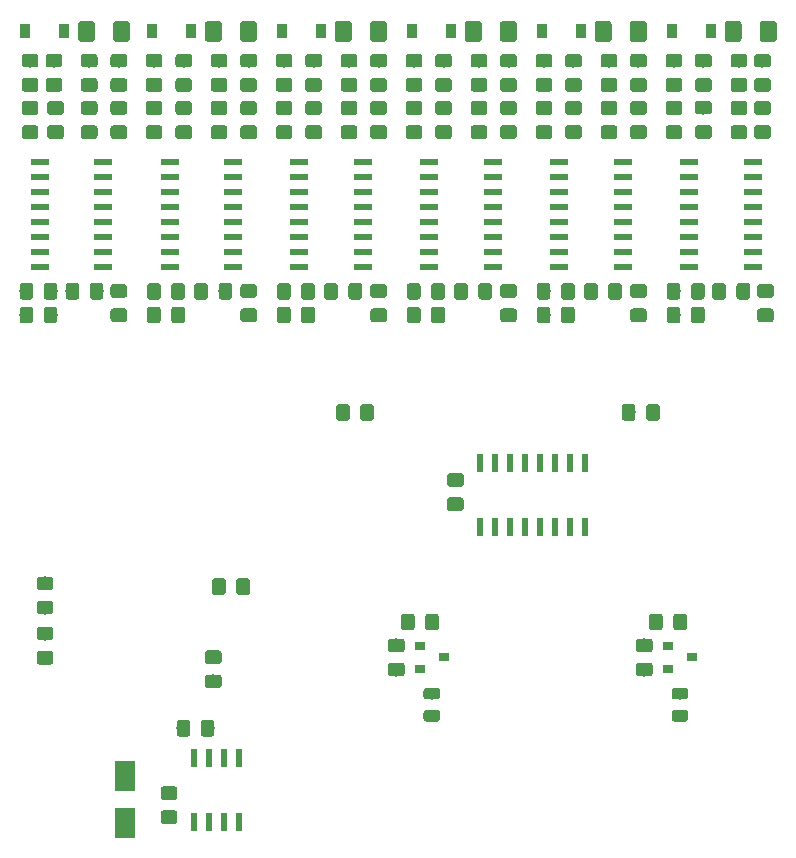
<source format=gbr>
G04 #@! TF.GenerationSoftware,KiCad,Pcbnew,5.1.4-e60b266~84~ubuntu18.04.1*
G04 #@! TF.CreationDate,2019-11-18T12:16:38+01:00*
G04 #@! TF.ProjectId,umi6r2,756d6936-7232-42e6-9b69-6361645f7063,rev?*
G04 #@! TF.SameCoordinates,Original*
G04 #@! TF.FileFunction,Paste,Bot*
G04 #@! TF.FilePolarity,Positive*
%FSLAX46Y46*%
G04 Gerber Fmt 4.6, Leading zero omitted, Abs format (unit mm)*
G04 Created by KiCad (PCBNEW 5.1.4-e60b266~84~ubuntu18.04.1) date 2019-11-18 12:16:38*
%MOMM*%
%LPD*%
G04 APERTURE LIST*
%ADD10C,0.100000*%
%ADD11C,1.150000*%
%ADD12R,0.900000X1.200000*%
%ADD13C,0.975000*%
%ADD14R,1.800000X2.500000*%
%ADD15C,1.425000*%
%ADD16R,0.900000X0.800000*%
%ADD17R,1.500000X0.600000*%
%ADD18R,0.600000X1.550000*%
%ADD19R,0.600000X1.500000*%
G04 APERTURE END LIST*
D10*
G36*
X66324505Y-131301204D02*
G01*
X66348773Y-131304804D01*
X66372572Y-131310765D01*
X66395671Y-131319030D01*
X66417850Y-131329520D01*
X66438893Y-131342132D01*
X66458599Y-131356747D01*
X66476777Y-131373223D01*
X66493253Y-131391401D01*
X66507868Y-131411107D01*
X66520480Y-131432150D01*
X66530970Y-131454329D01*
X66539235Y-131477428D01*
X66545196Y-131501227D01*
X66548796Y-131525495D01*
X66550000Y-131549999D01*
X66550000Y-132450001D01*
X66548796Y-132474505D01*
X66545196Y-132498773D01*
X66539235Y-132522572D01*
X66530970Y-132545671D01*
X66520480Y-132567850D01*
X66507868Y-132588893D01*
X66493253Y-132608599D01*
X66476777Y-132626777D01*
X66458599Y-132643253D01*
X66438893Y-132657868D01*
X66417850Y-132670480D01*
X66395671Y-132680970D01*
X66372572Y-132689235D01*
X66348773Y-132695196D01*
X66324505Y-132698796D01*
X66300001Y-132700000D01*
X65649999Y-132700000D01*
X65625495Y-132698796D01*
X65601227Y-132695196D01*
X65577428Y-132689235D01*
X65554329Y-132680970D01*
X65532150Y-132670480D01*
X65511107Y-132657868D01*
X65491401Y-132643253D01*
X65473223Y-132626777D01*
X65456747Y-132608599D01*
X65442132Y-132588893D01*
X65429520Y-132567850D01*
X65419030Y-132545671D01*
X65410765Y-132522572D01*
X65404804Y-132498773D01*
X65401204Y-132474505D01*
X65400000Y-132450001D01*
X65400000Y-131549999D01*
X65401204Y-131525495D01*
X65404804Y-131501227D01*
X65410765Y-131477428D01*
X65419030Y-131454329D01*
X65429520Y-131432150D01*
X65442132Y-131411107D01*
X65456747Y-131391401D01*
X65473223Y-131373223D01*
X65491401Y-131356747D01*
X65511107Y-131342132D01*
X65532150Y-131329520D01*
X65554329Y-131319030D01*
X65577428Y-131310765D01*
X65601227Y-131304804D01*
X65625495Y-131301204D01*
X65649999Y-131300000D01*
X66300001Y-131300000D01*
X66324505Y-131301204D01*
X66324505Y-131301204D01*
G37*
D11*
X65975000Y-132000000D03*
D10*
G36*
X68374505Y-131301204D02*
G01*
X68398773Y-131304804D01*
X68422572Y-131310765D01*
X68445671Y-131319030D01*
X68467850Y-131329520D01*
X68488893Y-131342132D01*
X68508599Y-131356747D01*
X68526777Y-131373223D01*
X68543253Y-131391401D01*
X68557868Y-131411107D01*
X68570480Y-131432150D01*
X68580970Y-131454329D01*
X68589235Y-131477428D01*
X68595196Y-131501227D01*
X68598796Y-131525495D01*
X68600000Y-131549999D01*
X68600000Y-132450001D01*
X68598796Y-132474505D01*
X68595196Y-132498773D01*
X68589235Y-132522572D01*
X68580970Y-132545671D01*
X68570480Y-132567850D01*
X68557868Y-132588893D01*
X68543253Y-132608599D01*
X68526777Y-132626777D01*
X68508599Y-132643253D01*
X68488893Y-132657868D01*
X68467850Y-132670480D01*
X68445671Y-132680970D01*
X68422572Y-132689235D01*
X68398773Y-132695196D01*
X68374505Y-132698796D01*
X68350001Y-132700000D01*
X67699999Y-132700000D01*
X67675495Y-132698796D01*
X67651227Y-132695196D01*
X67627428Y-132689235D01*
X67604329Y-132680970D01*
X67582150Y-132670480D01*
X67561107Y-132657868D01*
X67541401Y-132643253D01*
X67523223Y-132626777D01*
X67506747Y-132608599D01*
X67492132Y-132588893D01*
X67479520Y-132567850D01*
X67469030Y-132545671D01*
X67460765Y-132522572D01*
X67454804Y-132498773D01*
X67451204Y-132474505D01*
X67450000Y-132450001D01*
X67450000Y-131549999D01*
X67451204Y-131525495D01*
X67454804Y-131501227D01*
X67460765Y-131477428D01*
X67469030Y-131454329D01*
X67479520Y-131432150D01*
X67492132Y-131411107D01*
X67506747Y-131391401D01*
X67523223Y-131373223D01*
X67541401Y-131356747D01*
X67561107Y-131342132D01*
X67582150Y-131329520D01*
X67604329Y-131319030D01*
X67627428Y-131310765D01*
X67651227Y-131304804D01*
X67675495Y-131301204D01*
X67699999Y-131300000D01*
X68350001Y-131300000D01*
X68374505Y-131301204D01*
X68374505Y-131301204D01*
G37*
D11*
X68025000Y-132000000D03*
D10*
G36*
X107974505Y-74901204D02*
G01*
X107998773Y-74904804D01*
X108022572Y-74910765D01*
X108045671Y-74919030D01*
X108067850Y-74929520D01*
X108088893Y-74942132D01*
X108108599Y-74956747D01*
X108126777Y-74973223D01*
X108143253Y-74991401D01*
X108157868Y-75011107D01*
X108170480Y-75032150D01*
X108180970Y-75054329D01*
X108189235Y-75077428D01*
X108195196Y-75101227D01*
X108198796Y-75125495D01*
X108200000Y-75149999D01*
X108200000Y-75800001D01*
X108198796Y-75824505D01*
X108195196Y-75848773D01*
X108189235Y-75872572D01*
X108180970Y-75895671D01*
X108170480Y-75917850D01*
X108157868Y-75938893D01*
X108143253Y-75958599D01*
X108126777Y-75976777D01*
X108108599Y-75993253D01*
X108088893Y-76007868D01*
X108067850Y-76020480D01*
X108045671Y-76030970D01*
X108022572Y-76039235D01*
X107998773Y-76045196D01*
X107974505Y-76048796D01*
X107950001Y-76050000D01*
X107049999Y-76050000D01*
X107025495Y-76048796D01*
X107001227Y-76045196D01*
X106977428Y-76039235D01*
X106954329Y-76030970D01*
X106932150Y-76020480D01*
X106911107Y-76007868D01*
X106891401Y-75993253D01*
X106873223Y-75976777D01*
X106856747Y-75958599D01*
X106842132Y-75938893D01*
X106829520Y-75917850D01*
X106819030Y-75895671D01*
X106810765Y-75872572D01*
X106804804Y-75848773D01*
X106801204Y-75824505D01*
X106800000Y-75800001D01*
X106800000Y-75149999D01*
X106801204Y-75125495D01*
X106804804Y-75101227D01*
X106810765Y-75077428D01*
X106819030Y-75054329D01*
X106829520Y-75032150D01*
X106842132Y-75011107D01*
X106856747Y-74991401D01*
X106873223Y-74973223D01*
X106891401Y-74956747D01*
X106911107Y-74942132D01*
X106932150Y-74929520D01*
X106954329Y-74919030D01*
X106977428Y-74910765D01*
X107001227Y-74904804D01*
X107025495Y-74901204D01*
X107049999Y-74900000D01*
X107950001Y-74900000D01*
X107974505Y-74901204D01*
X107974505Y-74901204D01*
G37*
D11*
X107500000Y-75475000D03*
D10*
G36*
X107974505Y-76951204D02*
G01*
X107998773Y-76954804D01*
X108022572Y-76960765D01*
X108045671Y-76969030D01*
X108067850Y-76979520D01*
X108088893Y-76992132D01*
X108108599Y-77006747D01*
X108126777Y-77023223D01*
X108143253Y-77041401D01*
X108157868Y-77061107D01*
X108170480Y-77082150D01*
X108180970Y-77104329D01*
X108189235Y-77127428D01*
X108195196Y-77151227D01*
X108198796Y-77175495D01*
X108200000Y-77199999D01*
X108200000Y-77850001D01*
X108198796Y-77874505D01*
X108195196Y-77898773D01*
X108189235Y-77922572D01*
X108180970Y-77945671D01*
X108170480Y-77967850D01*
X108157868Y-77988893D01*
X108143253Y-78008599D01*
X108126777Y-78026777D01*
X108108599Y-78043253D01*
X108088893Y-78057868D01*
X108067850Y-78070480D01*
X108045671Y-78080970D01*
X108022572Y-78089235D01*
X107998773Y-78095196D01*
X107974505Y-78098796D01*
X107950001Y-78100000D01*
X107049999Y-78100000D01*
X107025495Y-78098796D01*
X107001227Y-78095196D01*
X106977428Y-78089235D01*
X106954329Y-78080970D01*
X106932150Y-78070480D01*
X106911107Y-78057868D01*
X106891401Y-78043253D01*
X106873223Y-78026777D01*
X106856747Y-78008599D01*
X106842132Y-77988893D01*
X106829520Y-77967850D01*
X106819030Y-77945671D01*
X106810765Y-77922572D01*
X106804804Y-77898773D01*
X106801204Y-77874505D01*
X106800000Y-77850001D01*
X106800000Y-77199999D01*
X106801204Y-77175495D01*
X106804804Y-77151227D01*
X106810765Y-77127428D01*
X106819030Y-77104329D01*
X106829520Y-77082150D01*
X106842132Y-77061107D01*
X106856747Y-77041401D01*
X106873223Y-77023223D01*
X106891401Y-77006747D01*
X106911107Y-76992132D01*
X106932150Y-76979520D01*
X106954329Y-76969030D01*
X106977428Y-76960765D01*
X107001227Y-76954804D01*
X107025495Y-76951204D01*
X107049999Y-76950000D01*
X107950001Y-76950000D01*
X107974505Y-76951204D01*
X107974505Y-76951204D01*
G37*
D11*
X107500000Y-77525000D03*
D10*
G36*
X96974505Y-74901204D02*
G01*
X96998773Y-74904804D01*
X97022572Y-74910765D01*
X97045671Y-74919030D01*
X97067850Y-74929520D01*
X97088893Y-74942132D01*
X97108599Y-74956747D01*
X97126777Y-74973223D01*
X97143253Y-74991401D01*
X97157868Y-75011107D01*
X97170480Y-75032150D01*
X97180970Y-75054329D01*
X97189235Y-75077428D01*
X97195196Y-75101227D01*
X97198796Y-75125495D01*
X97200000Y-75149999D01*
X97200000Y-75800001D01*
X97198796Y-75824505D01*
X97195196Y-75848773D01*
X97189235Y-75872572D01*
X97180970Y-75895671D01*
X97170480Y-75917850D01*
X97157868Y-75938893D01*
X97143253Y-75958599D01*
X97126777Y-75976777D01*
X97108599Y-75993253D01*
X97088893Y-76007868D01*
X97067850Y-76020480D01*
X97045671Y-76030970D01*
X97022572Y-76039235D01*
X96998773Y-76045196D01*
X96974505Y-76048796D01*
X96950001Y-76050000D01*
X96049999Y-76050000D01*
X96025495Y-76048796D01*
X96001227Y-76045196D01*
X95977428Y-76039235D01*
X95954329Y-76030970D01*
X95932150Y-76020480D01*
X95911107Y-76007868D01*
X95891401Y-75993253D01*
X95873223Y-75976777D01*
X95856747Y-75958599D01*
X95842132Y-75938893D01*
X95829520Y-75917850D01*
X95819030Y-75895671D01*
X95810765Y-75872572D01*
X95804804Y-75848773D01*
X95801204Y-75824505D01*
X95800000Y-75800001D01*
X95800000Y-75149999D01*
X95801204Y-75125495D01*
X95804804Y-75101227D01*
X95810765Y-75077428D01*
X95819030Y-75054329D01*
X95829520Y-75032150D01*
X95842132Y-75011107D01*
X95856747Y-74991401D01*
X95873223Y-74973223D01*
X95891401Y-74956747D01*
X95911107Y-74942132D01*
X95932150Y-74929520D01*
X95954329Y-74919030D01*
X95977428Y-74910765D01*
X96001227Y-74904804D01*
X96025495Y-74901204D01*
X96049999Y-74900000D01*
X96950001Y-74900000D01*
X96974505Y-74901204D01*
X96974505Y-74901204D01*
G37*
D11*
X96500000Y-75475000D03*
D10*
G36*
X96974505Y-76951204D02*
G01*
X96998773Y-76954804D01*
X97022572Y-76960765D01*
X97045671Y-76969030D01*
X97067850Y-76979520D01*
X97088893Y-76992132D01*
X97108599Y-77006747D01*
X97126777Y-77023223D01*
X97143253Y-77041401D01*
X97157868Y-77061107D01*
X97170480Y-77082150D01*
X97180970Y-77104329D01*
X97189235Y-77127428D01*
X97195196Y-77151227D01*
X97198796Y-77175495D01*
X97200000Y-77199999D01*
X97200000Y-77850001D01*
X97198796Y-77874505D01*
X97195196Y-77898773D01*
X97189235Y-77922572D01*
X97180970Y-77945671D01*
X97170480Y-77967850D01*
X97157868Y-77988893D01*
X97143253Y-78008599D01*
X97126777Y-78026777D01*
X97108599Y-78043253D01*
X97088893Y-78057868D01*
X97067850Y-78070480D01*
X97045671Y-78080970D01*
X97022572Y-78089235D01*
X96998773Y-78095196D01*
X96974505Y-78098796D01*
X96950001Y-78100000D01*
X96049999Y-78100000D01*
X96025495Y-78098796D01*
X96001227Y-78095196D01*
X95977428Y-78089235D01*
X95954329Y-78080970D01*
X95932150Y-78070480D01*
X95911107Y-78057868D01*
X95891401Y-78043253D01*
X95873223Y-78026777D01*
X95856747Y-78008599D01*
X95842132Y-77988893D01*
X95829520Y-77967850D01*
X95819030Y-77945671D01*
X95810765Y-77922572D01*
X95804804Y-77898773D01*
X95801204Y-77874505D01*
X95800000Y-77850001D01*
X95800000Y-77199999D01*
X95801204Y-77175495D01*
X95804804Y-77151227D01*
X95810765Y-77127428D01*
X95819030Y-77104329D01*
X95829520Y-77082150D01*
X95842132Y-77061107D01*
X95856747Y-77041401D01*
X95873223Y-77023223D01*
X95891401Y-77006747D01*
X95911107Y-76992132D01*
X95932150Y-76979520D01*
X95954329Y-76969030D01*
X95977428Y-76960765D01*
X96001227Y-76954804D01*
X96025495Y-76951204D01*
X96049999Y-76950000D01*
X96950001Y-76950000D01*
X96974505Y-76951204D01*
X96974505Y-76951204D01*
G37*
D11*
X96500000Y-77525000D03*
D10*
G36*
X85974505Y-74901204D02*
G01*
X85998773Y-74904804D01*
X86022572Y-74910765D01*
X86045671Y-74919030D01*
X86067850Y-74929520D01*
X86088893Y-74942132D01*
X86108599Y-74956747D01*
X86126777Y-74973223D01*
X86143253Y-74991401D01*
X86157868Y-75011107D01*
X86170480Y-75032150D01*
X86180970Y-75054329D01*
X86189235Y-75077428D01*
X86195196Y-75101227D01*
X86198796Y-75125495D01*
X86200000Y-75149999D01*
X86200000Y-75800001D01*
X86198796Y-75824505D01*
X86195196Y-75848773D01*
X86189235Y-75872572D01*
X86180970Y-75895671D01*
X86170480Y-75917850D01*
X86157868Y-75938893D01*
X86143253Y-75958599D01*
X86126777Y-75976777D01*
X86108599Y-75993253D01*
X86088893Y-76007868D01*
X86067850Y-76020480D01*
X86045671Y-76030970D01*
X86022572Y-76039235D01*
X85998773Y-76045196D01*
X85974505Y-76048796D01*
X85950001Y-76050000D01*
X85049999Y-76050000D01*
X85025495Y-76048796D01*
X85001227Y-76045196D01*
X84977428Y-76039235D01*
X84954329Y-76030970D01*
X84932150Y-76020480D01*
X84911107Y-76007868D01*
X84891401Y-75993253D01*
X84873223Y-75976777D01*
X84856747Y-75958599D01*
X84842132Y-75938893D01*
X84829520Y-75917850D01*
X84819030Y-75895671D01*
X84810765Y-75872572D01*
X84804804Y-75848773D01*
X84801204Y-75824505D01*
X84800000Y-75800001D01*
X84800000Y-75149999D01*
X84801204Y-75125495D01*
X84804804Y-75101227D01*
X84810765Y-75077428D01*
X84819030Y-75054329D01*
X84829520Y-75032150D01*
X84842132Y-75011107D01*
X84856747Y-74991401D01*
X84873223Y-74973223D01*
X84891401Y-74956747D01*
X84911107Y-74942132D01*
X84932150Y-74929520D01*
X84954329Y-74919030D01*
X84977428Y-74910765D01*
X85001227Y-74904804D01*
X85025495Y-74901204D01*
X85049999Y-74900000D01*
X85950001Y-74900000D01*
X85974505Y-74901204D01*
X85974505Y-74901204D01*
G37*
D11*
X85500000Y-75475000D03*
D10*
G36*
X85974505Y-76951204D02*
G01*
X85998773Y-76954804D01*
X86022572Y-76960765D01*
X86045671Y-76969030D01*
X86067850Y-76979520D01*
X86088893Y-76992132D01*
X86108599Y-77006747D01*
X86126777Y-77023223D01*
X86143253Y-77041401D01*
X86157868Y-77061107D01*
X86170480Y-77082150D01*
X86180970Y-77104329D01*
X86189235Y-77127428D01*
X86195196Y-77151227D01*
X86198796Y-77175495D01*
X86200000Y-77199999D01*
X86200000Y-77850001D01*
X86198796Y-77874505D01*
X86195196Y-77898773D01*
X86189235Y-77922572D01*
X86180970Y-77945671D01*
X86170480Y-77967850D01*
X86157868Y-77988893D01*
X86143253Y-78008599D01*
X86126777Y-78026777D01*
X86108599Y-78043253D01*
X86088893Y-78057868D01*
X86067850Y-78070480D01*
X86045671Y-78080970D01*
X86022572Y-78089235D01*
X85998773Y-78095196D01*
X85974505Y-78098796D01*
X85950001Y-78100000D01*
X85049999Y-78100000D01*
X85025495Y-78098796D01*
X85001227Y-78095196D01*
X84977428Y-78089235D01*
X84954329Y-78080970D01*
X84932150Y-78070480D01*
X84911107Y-78057868D01*
X84891401Y-78043253D01*
X84873223Y-78026777D01*
X84856747Y-78008599D01*
X84842132Y-77988893D01*
X84829520Y-77967850D01*
X84819030Y-77945671D01*
X84810765Y-77922572D01*
X84804804Y-77898773D01*
X84801204Y-77874505D01*
X84800000Y-77850001D01*
X84800000Y-77199999D01*
X84801204Y-77175495D01*
X84804804Y-77151227D01*
X84810765Y-77127428D01*
X84819030Y-77104329D01*
X84829520Y-77082150D01*
X84842132Y-77061107D01*
X84856747Y-77041401D01*
X84873223Y-77023223D01*
X84891401Y-77006747D01*
X84911107Y-76992132D01*
X84932150Y-76979520D01*
X84954329Y-76969030D01*
X84977428Y-76960765D01*
X85001227Y-76954804D01*
X85025495Y-76951204D01*
X85049999Y-76950000D01*
X85950001Y-76950000D01*
X85974505Y-76951204D01*
X85974505Y-76951204D01*
G37*
D11*
X85500000Y-77525000D03*
D10*
G36*
X111674505Y-94301204D02*
G01*
X111698773Y-94304804D01*
X111722572Y-94310765D01*
X111745671Y-94319030D01*
X111767850Y-94329520D01*
X111788893Y-94342132D01*
X111808599Y-94356747D01*
X111826777Y-94373223D01*
X111843253Y-94391401D01*
X111857868Y-94411107D01*
X111870480Y-94432150D01*
X111880970Y-94454329D01*
X111889235Y-94477428D01*
X111895196Y-94501227D01*
X111898796Y-94525495D01*
X111900000Y-94549999D01*
X111900000Y-95450001D01*
X111898796Y-95474505D01*
X111895196Y-95498773D01*
X111889235Y-95522572D01*
X111880970Y-95545671D01*
X111870480Y-95567850D01*
X111857868Y-95588893D01*
X111843253Y-95608599D01*
X111826777Y-95626777D01*
X111808599Y-95643253D01*
X111788893Y-95657868D01*
X111767850Y-95670480D01*
X111745671Y-95680970D01*
X111722572Y-95689235D01*
X111698773Y-95695196D01*
X111674505Y-95698796D01*
X111650001Y-95700000D01*
X110999999Y-95700000D01*
X110975495Y-95698796D01*
X110951227Y-95695196D01*
X110927428Y-95689235D01*
X110904329Y-95680970D01*
X110882150Y-95670480D01*
X110861107Y-95657868D01*
X110841401Y-95643253D01*
X110823223Y-95626777D01*
X110806747Y-95608599D01*
X110792132Y-95588893D01*
X110779520Y-95567850D01*
X110769030Y-95545671D01*
X110760765Y-95522572D01*
X110754804Y-95498773D01*
X110751204Y-95474505D01*
X110750000Y-95450001D01*
X110750000Y-94549999D01*
X110751204Y-94525495D01*
X110754804Y-94501227D01*
X110760765Y-94477428D01*
X110769030Y-94454329D01*
X110779520Y-94432150D01*
X110792132Y-94411107D01*
X110806747Y-94391401D01*
X110823223Y-94373223D01*
X110841401Y-94356747D01*
X110861107Y-94342132D01*
X110882150Y-94329520D01*
X110904329Y-94319030D01*
X110927428Y-94310765D01*
X110951227Y-94304804D01*
X110975495Y-94301204D01*
X110999999Y-94300000D01*
X111650001Y-94300000D01*
X111674505Y-94301204D01*
X111674505Y-94301204D01*
G37*
D11*
X111325000Y-95000000D03*
D10*
G36*
X113724505Y-94301204D02*
G01*
X113748773Y-94304804D01*
X113772572Y-94310765D01*
X113795671Y-94319030D01*
X113817850Y-94329520D01*
X113838893Y-94342132D01*
X113858599Y-94356747D01*
X113876777Y-94373223D01*
X113893253Y-94391401D01*
X113907868Y-94411107D01*
X113920480Y-94432150D01*
X113930970Y-94454329D01*
X113939235Y-94477428D01*
X113945196Y-94501227D01*
X113948796Y-94525495D01*
X113950000Y-94549999D01*
X113950000Y-95450001D01*
X113948796Y-95474505D01*
X113945196Y-95498773D01*
X113939235Y-95522572D01*
X113930970Y-95545671D01*
X113920480Y-95567850D01*
X113907868Y-95588893D01*
X113893253Y-95608599D01*
X113876777Y-95626777D01*
X113858599Y-95643253D01*
X113838893Y-95657868D01*
X113817850Y-95670480D01*
X113795671Y-95680970D01*
X113772572Y-95689235D01*
X113748773Y-95695196D01*
X113724505Y-95698796D01*
X113700001Y-95700000D01*
X113049999Y-95700000D01*
X113025495Y-95698796D01*
X113001227Y-95695196D01*
X112977428Y-95689235D01*
X112954329Y-95680970D01*
X112932150Y-95670480D01*
X112911107Y-95657868D01*
X112891401Y-95643253D01*
X112873223Y-95626777D01*
X112856747Y-95608599D01*
X112842132Y-95588893D01*
X112829520Y-95567850D01*
X112819030Y-95545671D01*
X112810765Y-95522572D01*
X112804804Y-95498773D01*
X112801204Y-95474505D01*
X112800000Y-95450001D01*
X112800000Y-94549999D01*
X112801204Y-94525495D01*
X112804804Y-94501227D01*
X112810765Y-94477428D01*
X112819030Y-94454329D01*
X112829520Y-94432150D01*
X112842132Y-94411107D01*
X112856747Y-94391401D01*
X112873223Y-94373223D01*
X112891401Y-94356747D01*
X112911107Y-94342132D01*
X112932150Y-94329520D01*
X112954329Y-94319030D01*
X112977428Y-94310765D01*
X113001227Y-94304804D01*
X113025495Y-94301204D01*
X113049999Y-94300000D01*
X113700001Y-94300000D01*
X113724505Y-94301204D01*
X113724505Y-94301204D01*
G37*
D11*
X113375000Y-95000000D03*
D10*
G36*
X107824505Y-96301204D02*
G01*
X107848773Y-96304804D01*
X107872572Y-96310765D01*
X107895671Y-96319030D01*
X107917850Y-96329520D01*
X107938893Y-96342132D01*
X107958599Y-96356747D01*
X107976777Y-96373223D01*
X107993253Y-96391401D01*
X108007868Y-96411107D01*
X108020480Y-96432150D01*
X108030970Y-96454329D01*
X108039235Y-96477428D01*
X108045196Y-96501227D01*
X108048796Y-96525495D01*
X108050000Y-96549999D01*
X108050000Y-97450001D01*
X108048796Y-97474505D01*
X108045196Y-97498773D01*
X108039235Y-97522572D01*
X108030970Y-97545671D01*
X108020480Y-97567850D01*
X108007868Y-97588893D01*
X107993253Y-97608599D01*
X107976777Y-97626777D01*
X107958599Y-97643253D01*
X107938893Y-97657868D01*
X107917850Y-97670480D01*
X107895671Y-97680970D01*
X107872572Y-97689235D01*
X107848773Y-97695196D01*
X107824505Y-97698796D01*
X107800001Y-97700000D01*
X107149999Y-97700000D01*
X107125495Y-97698796D01*
X107101227Y-97695196D01*
X107077428Y-97689235D01*
X107054329Y-97680970D01*
X107032150Y-97670480D01*
X107011107Y-97657868D01*
X106991401Y-97643253D01*
X106973223Y-97626777D01*
X106956747Y-97608599D01*
X106942132Y-97588893D01*
X106929520Y-97567850D01*
X106919030Y-97545671D01*
X106910765Y-97522572D01*
X106904804Y-97498773D01*
X106901204Y-97474505D01*
X106900000Y-97450001D01*
X106900000Y-96549999D01*
X106901204Y-96525495D01*
X106904804Y-96501227D01*
X106910765Y-96477428D01*
X106919030Y-96454329D01*
X106929520Y-96432150D01*
X106942132Y-96411107D01*
X106956747Y-96391401D01*
X106973223Y-96373223D01*
X106991401Y-96356747D01*
X107011107Y-96342132D01*
X107032150Y-96329520D01*
X107054329Y-96319030D01*
X107077428Y-96310765D01*
X107101227Y-96304804D01*
X107125495Y-96301204D01*
X107149999Y-96300000D01*
X107800001Y-96300000D01*
X107824505Y-96301204D01*
X107824505Y-96301204D01*
G37*
D11*
X107475000Y-97000000D03*
D10*
G36*
X109874505Y-96301204D02*
G01*
X109898773Y-96304804D01*
X109922572Y-96310765D01*
X109945671Y-96319030D01*
X109967850Y-96329520D01*
X109988893Y-96342132D01*
X110008599Y-96356747D01*
X110026777Y-96373223D01*
X110043253Y-96391401D01*
X110057868Y-96411107D01*
X110070480Y-96432150D01*
X110080970Y-96454329D01*
X110089235Y-96477428D01*
X110095196Y-96501227D01*
X110098796Y-96525495D01*
X110100000Y-96549999D01*
X110100000Y-97450001D01*
X110098796Y-97474505D01*
X110095196Y-97498773D01*
X110089235Y-97522572D01*
X110080970Y-97545671D01*
X110070480Y-97567850D01*
X110057868Y-97588893D01*
X110043253Y-97608599D01*
X110026777Y-97626777D01*
X110008599Y-97643253D01*
X109988893Y-97657868D01*
X109967850Y-97670480D01*
X109945671Y-97680970D01*
X109922572Y-97689235D01*
X109898773Y-97695196D01*
X109874505Y-97698796D01*
X109850001Y-97700000D01*
X109199999Y-97700000D01*
X109175495Y-97698796D01*
X109151227Y-97695196D01*
X109127428Y-97689235D01*
X109104329Y-97680970D01*
X109082150Y-97670480D01*
X109061107Y-97657868D01*
X109041401Y-97643253D01*
X109023223Y-97626777D01*
X109006747Y-97608599D01*
X108992132Y-97588893D01*
X108979520Y-97567850D01*
X108969030Y-97545671D01*
X108960765Y-97522572D01*
X108954804Y-97498773D01*
X108951204Y-97474505D01*
X108950000Y-97450001D01*
X108950000Y-96549999D01*
X108951204Y-96525495D01*
X108954804Y-96501227D01*
X108960765Y-96477428D01*
X108969030Y-96454329D01*
X108979520Y-96432150D01*
X108992132Y-96411107D01*
X109006747Y-96391401D01*
X109023223Y-96373223D01*
X109041401Y-96356747D01*
X109061107Y-96342132D01*
X109082150Y-96329520D01*
X109104329Y-96319030D01*
X109127428Y-96310765D01*
X109151227Y-96304804D01*
X109175495Y-96301204D01*
X109199999Y-96300000D01*
X109850001Y-96300000D01*
X109874505Y-96301204D01*
X109874505Y-96301204D01*
G37*
D11*
X109525000Y-97000000D03*
D10*
G36*
X100824505Y-94301204D02*
G01*
X100848773Y-94304804D01*
X100872572Y-94310765D01*
X100895671Y-94319030D01*
X100917850Y-94329520D01*
X100938893Y-94342132D01*
X100958599Y-94356747D01*
X100976777Y-94373223D01*
X100993253Y-94391401D01*
X101007868Y-94411107D01*
X101020480Y-94432150D01*
X101030970Y-94454329D01*
X101039235Y-94477428D01*
X101045196Y-94501227D01*
X101048796Y-94525495D01*
X101050000Y-94549999D01*
X101050000Y-95450001D01*
X101048796Y-95474505D01*
X101045196Y-95498773D01*
X101039235Y-95522572D01*
X101030970Y-95545671D01*
X101020480Y-95567850D01*
X101007868Y-95588893D01*
X100993253Y-95608599D01*
X100976777Y-95626777D01*
X100958599Y-95643253D01*
X100938893Y-95657868D01*
X100917850Y-95670480D01*
X100895671Y-95680970D01*
X100872572Y-95689235D01*
X100848773Y-95695196D01*
X100824505Y-95698796D01*
X100800001Y-95700000D01*
X100149999Y-95700000D01*
X100125495Y-95698796D01*
X100101227Y-95695196D01*
X100077428Y-95689235D01*
X100054329Y-95680970D01*
X100032150Y-95670480D01*
X100011107Y-95657868D01*
X99991401Y-95643253D01*
X99973223Y-95626777D01*
X99956747Y-95608599D01*
X99942132Y-95588893D01*
X99929520Y-95567850D01*
X99919030Y-95545671D01*
X99910765Y-95522572D01*
X99904804Y-95498773D01*
X99901204Y-95474505D01*
X99900000Y-95450001D01*
X99900000Y-94549999D01*
X99901204Y-94525495D01*
X99904804Y-94501227D01*
X99910765Y-94477428D01*
X99919030Y-94454329D01*
X99929520Y-94432150D01*
X99942132Y-94411107D01*
X99956747Y-94391401D01*
X99973223Y-94373223D01*
X99991401Y-94356747D01*
X100011107Y-94342132D01*
X100032150Y-94329520D01*
X100054329Y-94319030D01*
X100077428Y-94310765D01*
X100101227Y-94304804D01*
X100125495Y-94301204D01*
X100149999Y-94300000D01*
X100800001Y-94300000D01*
X100824505Y-94301204D01*
X100824505Y-94301204D01*
G37*
D11*
X100475000Y-95000000D03*
D10*
G36*
X102874505Y-94301204D02*
G01*
X102898773Y-94304804D01*
X102922572Y-94310765D01*
X102945671Y-94319030D01*
X102967850Y-94329520D01*
X102988893Y-94342132D01*
X103008599Y-94356747D01*
X103026777Y-94373223D01*
X103043253Y-94391401D01*
X103057868Y-94411107D01*
X103070480Y-94432150D01*
X103080970Y-94454329D01*
X103089235Y-94477428D01*
X103095196Y-94501227D01*
X103098796Y-94525495D01*
X103100000Y-94549999D01*
X103100000Y-95450001D01*
X103098796Y-95474505D01*
X103095196Y-95498773D01*
X103089235Y-95522572D01*
X103080970Y-95545671D01*
X103070480Y-95567850D01*
X103057868Y-95588893D01*
X103043253Y-95608599D01*
X103026777Y-95626777D01*
X103008599Y-95643253D01*
X102988893Y-95657868D01*
X102967850Y-95670480D01*
X102945671Y-95680970D01*
X102922572Y-95689235D01*
X102898773Y-95695196D01*
X102874505Y-95698796D01*
X102850001Y-95700000D01*
X102199999Y-95700000D01*
X102175495Y-95698796D01*
X102151227Y-95695196D01*
X102127428Y-95689235D01*
X102104329Y-95680970D01*
X102082150Y-95670480D01*
X102061107Y-95657868D01*
X102041401Y-95643253D01*
X102023223Y-95626777D01*
X102006747Y-95608599D01*
X101992132Y-95588893D01*
X101979520Y-95567850D01*
X101969030Y-95545671D01*
X101960765Y-95522572D01*
X101954804Y-95498773D01*
X101951204Y-95474505D01*
X101950000Y-95450001D01*
X101950000Y-94549999D01*
X101951204Y-94525495D01*
X101954804Y-94501227D01*
X101960765Y-94477428D01*
X101969030Y-94454329D01*
X101979520Y-94432150D01*
X101992132Y-94411107D01*
X102006747Y-94391401D01*
X102023223Y-94373223D01*
X102041401Y-94356747D01*
X102061107Y-94342132D01*
X102082150Y-94329520D01*
X102104329Y-94319030D01*
X102127428Y-94310765D01*
X102151227Y-94304804D01*
X102175495Y-94301204D01*
X102199999Y-94300000D01*
X102850001Y-94300000D01*
X102874505Y-94301204D01*
X102874505Y-94301204D01*
G37*
D11*
X102525000Y-95000000D03*
D10*
G36*
X96824505Y-96301204D02*
G01*
X96848773Y-96304804D01*
X96872572Y-96310765D01*
X96895671Y-96319030D01*
X96917850Y-96329520D01*
X96938893Y-96342132D01*
X96958599Y-96356747D01*
X96976777Y-96373223D01*
X96993253Y-96391401D01*
X97007868Y-96411107D01*
X97020480Y-96432150D01*
X97030970Y-96454329D01*
X97039235Y-96477428D01*
X97045196Y-96501227D01*
X97048796Y-96525495D01*
X97050000Y-96549999D01*
X97050000Y-97450001D01*
X97048796Y-97474505D01*
X97045196Y-97498773D01*
X97039235Y-97522572D01*
X97030970Y-97545671D01*
X97020480Y-97567850D01*
X97007868Y-97588893D01*
X96993253Y-97608599D01*
X96976777Y-97626777D01*
X96958599Y-97643253D01*
X96938893Y-97657868D01*
X96917850Y-97670480D01*
X96895671Y-97680970D01*
X96872572Y-97689235D01*
X96848773Y-97695196D01*
X96824505Y-97698796D01*
X96800001Y-97700000D01*
X96149999Y-97700000D01*
X96125495Y-97698796D01*
X96101227Y-97695196D01*
X96077428Y-97689235D01*
X96054329Y-97680970D01*
X96032150Y-97670480D01*
X96011107Y-97657868D01*
X95991401Y-97643253D01*
X95973223Y-97626777D01*
X95956747Y-97608599D01*
X95942132Y-97588893D01*
X95929520Y-97567850D01*
X95919030Y-97545671D01*
X95910765Y-97522572D01*
X95904804Y-97498773D01*
X95901204Y-97474505D01*
X95900000Y-97450001D01*
X95900000Y-96549999D01*
X95901204Y-96525495D01*
X95904804Y-96501227D01*
X95910765Y-96477428D01*
X95919030Y-96454329D01*
X95929520Y-96432150D01*
X95942132Y-96411107D01*
X95956747Y-96391401D01*
X95973223Y-96373223D01*
X95991401Y-96356747D01*
X96011107Y-96342132D01*
X96032150Y-96329520D01*
X96054329Y-96319030D01*
X96077428Y-96310765D01*
X96101227Y-96304804D01*
X96125495Y-96301204D01*
X96149999Y-96300000D01*
X96800001Y-96300000D01*
X96824505Y-96301204D01*
X96824505Y-96301204D01*
G37*
D11*
X96475000Y-97000000D03*
D10*
G36*
X98874505Y-96301204D02*
G01*
X98898773Y-96304804D01*
X98922572Y-96310765D01*
X98945671Y-96319030D01*
X98967850Y-96329520D01*
X98988893Y-96342132D01*
X99008599Y-96356747D01*
X99026777Y-96373223D01*
X99043253Y-96391401D01*
X99057868Y-96411107D01*
X99070480Y-96432150D01*
X99080970Y-96454329D01*
X99089235Y-96477428D01*
X99095196Y-96501227D01*
X99098796Y-96525495D01*
X99100000Y-96549999D01*
X99100000Y-97450001D01*
X99098796Y-97474505D01*
X99095196Y-97498773D01*
X99089235Y-97522572D01*
X99080970Y-97545671D01*
X99070480Y-97567850D01*
X99057868Y-97588893D01*
X99043253Y-97608599D01*
X99026777Y-97626777D01*
X99008599Y-97643253D01*
X98988893Y-97657868D01*
X98967850Y-97670480D01*
X98945671Y-97680970D01*
X98922572Y-97689235D01*
X98898773Y-97695196D01*
X98874505Y-97698796D01*
X98850001Y-97700000D01*
X98199999Y-97700000D01*
X98175495Y-97698796D01*
X98151227Y-97695196D01*
X98127428Y-97689235D01*
X98104329Y-97680970D01*
X98082150Y-97670480D01*
X98061107Y-97657868D01*
X98041401Y-97643253D01*
X98023223Y-97626777D01*
X98006747Y-97608599D01*
X97992132Y-97588893D01*
X97979520Y-97567850D01*
X97969030Y-97545671D01*
X97960765Y-97522572D01*
X97954804Y-97498773D01*
X97951204Y-97474505D01*
X97950000Y-97450001D01*
X97950000Y-96549999D01*
X97951204Y-96525495D01*
X97954804Y-96501227D01*
X97960765Y-96477428D01*
X97969030Y-96454329D01*
X97979520Y-96432150D01*
X97992132Y-96411107D01*
X98006747Y-96391401D01*
X98023223Y-96373223D01*
X98041401Y-96356747D01*
X98061107Y-96342132D01*
X98082150Y-96329520D01*
X98104329Y-96319030D01*
X98127428Y-96310765D01*
X98151227Y-96304804D01*
X98175495Y-96301204D01*
X98199999Y-96300000D01*
X98850001Y-96300000D01*
X98874505Y-96301204D01*
X98874505Y-96301204D01*
G37*
D11*
X98525000Y-97000000D03*
D10*
G36*
X89824505Y-94301204D02*
G01*
X89848773Y-94304804D01*
X89872572Y-94310765D01*
X89895671Y-94319030D01*
X89917850Y-94329520D01*
X89938893Y-94342132D01*
X89958599Y-94356747D01*
X89976777Y-94373223D01*
X89993253Y-94391401D01*
X90007868Y-94411107D01*
X90020480Y-94432150D01*
X90030970Y-94454329D01*
X90039235Y-94477428D01*
X90045196Y-94501227D01*
X90048796Y-94525495D01*
X90050000Y-94549999D01*
X90050000Y-95450001D01*
X90048796Y-95474505D01*
X90045196Y-95498773D01*
X90039235Y-95522572D01*
X90030970Y-95545671D01*
X90020480Y-95567850D01*
X90007868Y-95588893D01*
X89993253Y-95608599D01*
X89976777Y-95626777D01*
X89958599Y-95643253D01*
X89938893Y-95657868D01*
X89917850Y-95670480D01*
X89895671Y-95680970D01*
X89872572Y-95689235D01*
X89848773Y-95695196D01*
X89824505Y-95698796D01*
X89800001Y-95700000D01*
X89149999Y-95700000D01*
X89125495Y-95698796D01*
X89101227Y-95695196D01*
X89077428Y-95689235D01*
X89054329Y-95680970D01*
X89032150Y-95670480D01*
X89011107Y-95657868D01*
X88991401Y-95643253D01*
X88973223Y-95626777D01*
X88956747Y-95608599D01*
X88942132Y-95588893D01*
X88929520Y-95567850D01*
X88919030Y-95545671D01*
X88910765Y-95522572D01*
X88904804Y-95498773D01*
X88901204Y-95474505D01*
X88900000Y-95450001D01*
X88900000Y-94549999D01*
X88901204Y-94525495D01*
X88904804Y-94501227D01*
X88910765Y-94477428D01*
X88919030Y-94454329D01*
X88929520Y-94432150D01*
X88942132Y-94411107D01*
X88956747Y-94391401D01*
X88973223Y-94373223D01*
X88991401Y-94356747D01*
X89011107Y-94342132D01*
X89032150Y-94329520D01*
X89054329Y-94319030D01*
X89077428Y-94310765D01*
X89101227Y-94304804D01*
X89125495Y-94301204D01*
X89149999Y-94300000D01*
X89800001Y-94300000D01*
X89824505Y-94301204D01*
X89824505Y-94301204D01*
G37*
D11*
X89475000Y-95000000D03*
D10*
G36*
X91874505Y-94301204D02*
G01*
X91898773Y-94304804D01*
X91922572Y-94310765D01*
X91945671Y-94319030D01*
X91967850Y-94329520D01*
X91988893Y-94342132D01*
X92008599Y-94356747D01*
X92026777Y-94373223D01*
X92043253Y-94391401D01*
X92057868Y-94411107D01*
X92070480Y-94432150D01*
X92080970Y-94454329D01*
X92089235Y-94477428D01*
X92095196Y-94501227D01*
X92098796Y-94525495D01*
X92100000Y-94549999D01*
X92100000Y-95450001D01*
X92098796Y-95474505D01*
X92095196Y-95498773D01*
X92089235Y-95522572D01*
X92080970Y-95545671D01*
X92070480Y-95567850D01*
X92057868Y-95588893D01*
X92043253Y-95608599D01*
X92026777Y-95626777D01*
X92008599Y-95643253D01*
X91988893Y-95657868D01*
X91967850Y-95670480D01*
X91945671Y-95680970D01*
X91922572Y-95689235D01*
X91898773Y-95695196D01*
X91874505Y-95698796D01*
X91850001Y-95700000D01*
X91199999Y-95700000D01*
X91175495Y-95698796D01*
X91151227Y-95695196D01*
X91127428Y-95689235D01*
X91104329Y-95680970D01*
X91082150Y-95670480D01*
X91061107Y-95657868D01*
X91041401Y-95643253D01*
X91023223Y-95626777D01*
X91006747Y-95608599D01*
X90992132Y-95588893D01*
X90979520Y-95567850D01*
X90969030Y-95545671D01*
X90960765Y-95522572D01*
X90954804Y-95498773D01*
X90951204Y-95474505D01*
X90950000Y-95450001D01*
X90950000Y-94549999D01*
X90951204Y-94525495D01*
X90954804Y-94501227D01*
X90960765Y-94477428D01*
X90969030Y-94454329D01*
X90979520Y-94432150D01*
X90992132Y-94411107D01*
X91006747Y-94391401D01*
X91023223Y-94373223D01*
X91041401Y-94356747D01*
X91061107Y-94342132D01*
X91082150Y-94329520D01*
X91104329Y-94319030D01*
X91127428Y-94310765D01*
X91151227Y-94304804D01*
X91175495Y-94301204D01*
X91199999Y-94300000D01*
X91850001Y-94300000D01*
X91874505Y-94301204D01*
X91874505Y-94301204D01*
G37*
D11*
X91525000Y-95000000D03*
D10*
G36*
X85824505Y-96301204D02*
G01*
X85848773Y-96304804D01*
X85872572Y-96310765D01*
X85895671Y-96319030D01*
X85917850Y-96329520D01*
X85938893Y-96342132D01*
X85958599Y-96356747D01*
X85976777Y-96373223D01*
X85993253Y-96391401D01*
X86007868Y-96411107D01*
X86020480Y-96432150D01*
X86030970Y-96454329D01*
X86039235Y-96477428D01*
X86045196Y-96501227D01*
X86048796Y-96525495D01*
X86050000Y-96549999D01*
X86050000Y-97450001D01*
X86048796Y-97474505D01*
X86045196Y-97498773D01*
X86039235Y-97522572D01*
X86030970Y-97545671D01*
X86020480Y-97567850D01*
X86007868Y-97588893D01*
X85993253Y-97608599D01*
X85976777Y-97626777D01*
X85958599Y-97643253D01*
X85938893Y-97657868D01*
X85917850Y-97670480D01*
X85895671Y-97680970D01*
X85872572Y-97689235D01*
X85848773Y-97695196D01*
X85824505Y-97698796D01*
X85800001Y-97700000D01*
X85149999Y-97700000D01*
X85125495Y-97698796D01*
X85101227Y-97695196D01*
X85077428Y-97689235D01*
X85054329Y-97680970D01*
X85032150Y-97670480D01*
X85011107Y-97657868D01*
X84991401Y-97643253D01*
X84973223Y-97626777D01*
X84956747Y-97608599D01*
X84942132Y-97588893D01*
X84929520Y-97567850D01*
X84919030Y-97545671D01*
X84910765Y-97522572D01*
X84904804Y-97498773D01*
X84901204Y-97474505D01*
X84900000Y-97450001D01*
X84900000Y-96549999D01*
X84901204Y-96525495D01*
X84904804Y-96501227D01*
X84910765Y-96477428D01*
X84919030Y-96454329D01*
X84929520Y-96432150D01*
X84942132Y-96411107D01*
X84956747Y-96391401D01*
X84973223Y-96373223D01*
X84991401Y-96356747D01*
X85011107Y-96342132D01*
X85032150Y-96329520D01*
X85054329Y-96319030D01*
X85077428Y-96310765D01*
X85101227Y-96304804D01*
X85125495Y-96301204D01*
X85149999Y-96300000D01*
X85800001Y-96300000D01*
X85824505Y-96301204D01*
X85824505Y-96301204D01*
G37*
D11*
X85475000Y-97000000D03*
D10*
G36*
X87874505Y-96301204D02*
G01*
X87898773Y-96304804D01*
X87922572Y-96310765D01*
X87945671Y-96319030D01*
X87967850Y-96329520D01*
X87988893Y-96342132D01*
X88008599Y-96356747D01*
X88026777Y-96373223D01*
X88043253Y-96391401D01*
X88057868Y-96411107D01*
X88070480Y-96432150D01*
X88080970Y-96454329D01*
X88089235Y-96477428D01*
X88095196Y-96501227D01*
X88098796Y-96525495D01*
X88100000Y-96549999D01*
X88100000Y-97450001D01*
X88098796Y-97474505D01*
X88095196Y-97498773D01*
X88089235Y-97522572D01*
X88080970Y-97545671D01*
X88070480Y-97567850D01*
X88057868Y-97588893D01*
X88043253Y-97608599D01*
X88026777Y-97626777D01*
X88008599Y-97643253D01*
X87988893Y-97657868D01*
X87967850Y-97670480D01*
X87945671Y-97680970D01*
X87922572Y-97689235D01*
X87898773Y-97695196D01*
X87874505Y-97698796D01*
X87850001Y-97700000D01*
X87199999Y-97700000D01*
X87175495Y-97698796D01*
X87151227Y-97695196D01*
X87127428Y-97689235D01*
X87104329Y-97680970D01*
X87082150Y-97670480D01*
X87061107Y-97657868D01*
X87041401Y-97643253D01*
X87023223Y-97626777D01*
X87006747Y-97608599D01*
X86992132Y-97588893D01*
X86979520Y-97567850D01*
X86969030Y-97545671D01*
X86960765Y-97522572D01*
X86954804Y-97498773D01*
X86951204Y-97474505D01*
X86950000Y-97450001D01*
X86950000Y-96549999D01*
X86951204Y-96525495D01*
X86954804Y-96501227D01*
X86960765Y-96477428D01*
X86969030Y-96454329D01*
X86979520Y-96432150D01*
X86992132Y-96411107D01*
X87006747Y-96391401D01*
X87023223Y-96373223D01*
X87041401Y-96356747D01*
X87061107Y-96342132D01*
X87082150Y-96329520D01*
X87104329Y-96319030D01*
X87127428Y-96310765D01*
X87151227Y-96304804D01*
X87175495Y-96301204D01*
X87199999Y-96300000D01*
X87850001Y-96300000D01*
X87874505Y-96301204D01*
X87874505Y-96301204D01*
G37*
D11*
X87525000Y-97000000D03*
D10*
G36*
X113474505Y-80951204D02*
G01*
X113498773Y-80954804D01*
X113522572Y-80960765D01*
X113545671Y-80969030D01*
X113567850Y-80979520D01*
X113588893Y-80992132D01*
X113608599Y-81006747D01*
X113626777Y-81023223D01*
X113643253Y-81041401D01*
X113657868Y-81061107D01*
X113670480Y-81082150D01*
X113680970Y-81104329D01*
X113689235Y-81127428D01*
X113695196Y-81151227D01*
X113698796Y-81175495D01*
X113700000Y-81199999D01*
X113700000Y-81850001D01*
X113698796Y-81874505D01*
X113695196Y-81898773D01*
X113689235Y-81922572D01*
X113680970Y-81945671D01*
X113670480Y-81967850D01*
X113657868Y-81988893D01*
X113643253Y-82008599D01*
X113626777Y-82026777D01*
X113608599Y-82043253D01*
X113588893Y-82057868D01*
X113567850Y-82070480D01*
X113545671Y-82080970D01*
X113522572Y-82089235D01*
X113498773Y-82095196D01*
X113474505Y-82098796D01*
X113450001Y-82100000D01*
X112549999Y-82100000D01*
X112525495Y-82098796D01*
X112501227Y-82095196D01*
X112477428Y-82089235D01*
X112454329Y-82080970D01*
X112432150Y-82070480D01*
X112411107Y-82057868D01*
X112391401Y-82043253D01*
X112373223Y-82026777D01*
X112356747Y-82008599D01*
X112342132Y-81988893D01*
X112329520Y-81967850D01*
X112319030Y-81945671D01*
X112310765Y-81922572D01*
X112304804Y-81898773D01*
X112301204Y-81874505D01*
X112300000Y-81850001D01*
X112300000Y-81199999D01*
X112301204Y-81175495D01*
X112304804Y-81151227D01*
X112310765Y-81127428D01*
X112319030Y-81104329D01*
X112329520Y-81082150D01*
X112342132Y-81061107D01*
X112356747Y-81041401D01*
X112373223Y-81023223D01*
X112391401Y-81006747D01*
X112411107Y-80992132D01*
X112432150Y-80979520D01*
X112454329Y-80969030D01*
X112477428Y-80960765D01*
X112501227Y-80954804D01*
X112525495Y-80951204D01*
X112549999Y-80950000D01*
X113450001Y-80950000D01*
X113474505Y-80951204D01*
X113474505Y-80951204D01*
G37*
D11*
X113000000Y-81525000D03*
D10*
G36*
X113474505Y-78901204D02*
G01*
X113498773Y-78904804D01*
X113522572Y-78910765D01*
X113545671Y-78919030D01*
X113567850Y-78929520D01*
X113588893Y-78942132D01*
X113608599Y-78956747D01*
X113626777Y-78973223D01*
X113643253Y-78991401D01*
X113657868Y-79011107D01*
X113670480Y-79032150D01*
X113680970Y-79054329D01*
X113689235Y-79077428D01*
X113695196Y-79101227D01*
X113698796Y-79125495D01*
X113700000Y-79149999D01*
X113700000Y-79800001D01*
X113698796Y-79824505D01*
X113695196Y-79848773D01*
X113689235Y-79872572D01*
X113680970Y-79895671D01*
X113670480Y-79917850D01*
X113657868Y-79938893D01*
X113643253Y-79958599D01*
X113626777Y-79976777D01*
X113608599Y-79993253D01*
X113588893Y-80007868D01*
X113567850Y-80020480D01*
X113545671Y-80030970D01*
X113522572Y-80039235D01*
X113498773Y-80045196D01*
X113474505Y-80048796D01*
X113450001Y-80050000D01*
X112549999Y-80050000D01*
X112525495Y-80048796D01*
X112501227Y-80045196D01*
X112477428Y-80039235D01*
X112454329Y-80030970D01*
X112432150Y-80020480D01*
X112411107Y-80007868D01*
X112391401Y-79993253D01*
X112373223Y-79976777D01*
X112356747Y-79958599D01*
X112342132Y-79938893D01*
X112329520Y-79917850D01*
X112319030Y-79895671D01*
X112310765Y-79872572D01*
X112304804Y-79848773D01*
X112301204Y-79824505D01*
X112300000Y-79800001D01*
X112300000Y-79149999D01*
X112301204Y-79125495D01*
X112304804Y-79101227D01*
X112310765Y-79077428D01*
X112319030Y-79054329D01*
X112329520Y-79032150D01*
X112342132Y-79011107D01*
X112356747Y-78991401D01*
X112373223Y-78973223D01*
X112391401Y-78956747D01*
X112411107Y-78942132D01*
X112432150Y-78929520D01*
X112454329Y-78919030D01*
X112477428Y-78910765D01*
X112501227Y-78904804D01*
X112525495Y-78901204D01*
X112549999Y-78900000D01*
X113450001Y-78900000D01*
X113474505Y-78901204D01*
X113474505Y-78901204D01*
G37*
D11*
X113000000Y-79475000D03*
D10*
G36*
X102474505Y-80951204D02*
G01*
X102498773Y-80954804D01*
X102522572Y-80960765D01*
X102545671Y-80969030D01*
X102567850Y-80979520D01*
X102588893Y-80992132D01*
X102608599Y-81006747D01*
X102626777Y-81023223D01*
X102643253Y-81041401D01*
X102657868Y-81061107D01*
X102670480Y-81082150D01*
X102680970Y-81104329D01*
X102689235Y-81127428D01*
X102695196Y-81151227D01*
X102698796Y-81175495D01*
X102700000Y-81199999D01*
X102700000Y-81850001D01*
X102698796Y-81874505D01*
X102695196Y-81898773D01*
X102689235Y-81922572D01*
X102680970Y-81945671D01*
X102670480Y-81967850D01*
X102657868Y-81988893D01*
X102643253Y-82008599D01*
X102626777Y-82026777D01*
X102608599Y-82043253D01*
X102588893Y-82057868D01*
X102567850Y-82070480D01*
X102545671Y-82080970D01*
X102522572Y-82089235D01*
X102498773Y-82095196D01*
X102474505Y-82098796D01*
X102450001Y-82100000D01*
X101549999Y-82100000D01*
X101525495Y-82098796D01*
X101501227Y-82095196D01*
X101477428Y-82089235D01*
X101454329Y-82080970D01*
X101432150Y-82070480D01*
X101411107Y-82057868D01*
X101391401Y-82043253D01*
X101373223Y-82026777D01*
X101356747Y-82008599D01*
X101342132Y-81988893D01*
X101329520Y-81967850D01*
X101319030Y-81945671D01*
X101310765Y-81922572D01*
X101304804Y-81898773D01*
X101301204Y-81874505D01*
X101300000Y-81850001D01*
X101300000Y-81199999D01*
X101301204Y-81175495D01*
X101304804Y-81151227D01*
X101310765Y-81127428D01*
X101319030Y-81104329D01*
X101329520Y-81082150D01*
X101342132Y-81061107D01*
X101356747Y-81041401D01*
X101373223Y-81023223D01*
X101391401Y-81006747D01*
X101411107Y-80992132D01*
X101432150Y-80979520D01*
X101454329Y-80969030D01*
X101477428Y-80960765D01*
X101501227Y-80954804D01*
X101525495Y-80951204D01*
X101549999Y-80950000D01*
X102450001Y-80950000D01*
X102474505Y-80951204D01*
X102474505Y-80951204D01*
G37*
D11*
X102000000Y-81525000D03*
D10*
G36*
X102474505Y-78901204D02*
G01*
X102498773Y-78904804D01*
X102522572Y-78910765D01*
X102545671Y-78919030D01*
X102567850Y-78929520D01*
X102588893Y-78942132D01*
X102608599Y-78956747D01*
X102626777Y-78973223D01*
X102643253Y-78991401D01*
X102657868Y-79011107D01*
X102670480Y-79032150D01*
X102680970Y-79054329D01*
X102689235Y-79077428D01*
X102695196Y-79101227D01*
X102698796Y-79125495D01*
X102700000Y-79149999D01*
X102700000Y-79800001D01*
X102698796Y-79824505D01*
X102695196Y-79848773D01*
X102689235Y-79872572D01*
X102680970Y-79895671D01*
X102670480Y-79917850D01*
X102657868Y-79938893D01*
X102643253Y-79958599D01*
X102626777Y-79976777D01*
X102608599Y-79993253D01*
X102588893Y-80007868D01*
X102567850Y-80020480D01*
X102545671Y-80030970D01*
X102522572Y-80039235D01*
X102498773Y-80045196D01*
X102474505Y-80048796D01*
X102450001Y-80050000D01*
X101549999Y-80050000D01*
X101525495Y-80048796D01*
X101501227Y-80045196D01*
X101477428Y-80039235D01*
X101454329Y-80030970D01*
X101432150Y-80020480D01*
X101411107Y-80007868D01*
X101391401Y-79993253D01*
X101373223Y-79976777D01*
X101356747Y-79958599D01*
X101342132Y-79938893D01*
X101329520Y-79917850D01*
X101319030Y-79895671D01*
X101310765Y-79872572D01*
X101304804Y-79848773D01*
X101301204Y-79824505D01*
X101300000Y-79800001D01*
X101300000Y-79149999D01*
X101301204Y-79125495D01*
X101304804Y-79101227D01*
X101310765Y-79077428D01*
X101319030Y-79054329D01*
X101329520Y-79032150D01*
X101342132Y-79011107D01*
X101356747Y-78991401D01*
X101373223Y-78973223D01*
X101391401Y-78956747D01*
X101411107Y-78942132D01*
X101432150Y-78929520D01*
X101454329Y-78919030D01*
X101477428Y-78910765D01*
X101501227Y-78904804D01*
X101525495Y-78901204D01*
X101549999Y-78900000D01*
X102450001Y-78900000D01*
X102474505Y-78901204D01*
X102474505Y-78901204D01*
G37*
D11*
X102000000Y-79475000D03*
D10*
G36*
X91474505Y-80951204D02*
G01*
X91498773Y-80954804D01*
X91522572Y-80960765D01*
X91545671Y-80969030D01*
X91567850Y-80979520D01*
X91588893Y-80992132D01*
X91608599Y-81006747D01*
X91626777Y-81023223D01*
X91643253Y-81041401D01*
X91657868Y-81061107D01*
X91670480Y-81082150D01*
X91680970Y-81104329D01*
X91689235Y-81127428D01*
X91695196Y-81151227D01*
X91698796Y-81175495D01*
X91700000Y-81199999D01*
X91700000Y-81850001D01*
X91698796Y-81874505D01*
X91695196Y-81898773D01*
X91689235Y-81922572D01*
X91680970Y-81945671D01*
X91670480Y-81967850D01*
X91657868Y-81988893D01*
X91643253Y-82008599D01*
X91626777Y-82026777D01*
X91608599Y-82043253D01*
X91588893Y-82057868D01*
X91567850Y-82070480D01*
X91545671Y-82080970D01*
X91522572Y-82089235D01*
X91498773Y-82095196D01*
X91474505Y-82098796D01*
X91450001Y-82100000D01*
X90549999Y-82100000D01*
X90525495Y-82098796D01*
X90501227Y-82095196D01*
X90477428Y-82089235D01*
X90454329Y-82080970D01*
X90432150Y-82070480D01*
X90411107Y-82057868D01*
X90391401Y-82043253D01*
X90373223Y-82026777D01*
X90356747Y-82008599D01*
X90342132Y-81988893D01*
X90329520Y-81967850D01*
X90319030Y-81945671D01*
X90310765Y-81922572D01*
X90304804Y-81898773D01*
X90301204Y-81874505D01*
X90300000Y-81850001D01*
X90300000Y-81199999D01*
X90301204Y-81175495D01*
X90304804Y-81151227D01*
X90310765Y-81127428D01*
X90319030Y-81104329D01*
X90329520Y-81082150D01*
X90342132Y-81061107D01*
X90356747Y-81041401D01*
X90373223Y-81023223D01*
X90391401Y-81006747D01*
X90411107Y-80992132D01*
X90432150Y-80979520D01*
X90454329Y-80969030D01*
X90477428Y-80960765D01*
X90501227Y-80954804D01*
X90525495Y-80951204D01*
X90549999Y-80950000D01*
X91450001Y-80950000D01*
X91474505Y-80951204D01*
X91474505Y-80951204D01*
G37*
D11*
X91000000Y-81525000D03*
D10*
G36*
X91474505Y-78901204D02*
G01*
X91498773Y-78904804D01*
X91522572Y-78910765D01*
X91545671Y-78919030D01*
X91567850Y-78929520D01*
X91588893Y-78942132D01*
X91608599Y-78956747D01*
X91626777Y-78973223D01*
X91643253Y-78991401D01*
X91657868Y-79011107D01*
X91670480Y-79032150D01*
X91680970Y-79054329D01*
X91689235Y-79077428D01*
X91695196Y-79101227D01*
X91698796Y-79125495D01*
X91700000Y-79149999D01*
X91700000Y-79800001D01*
X91698796Y-79824505D01*
X91695196Y-79848773D01*
X91689235Y-79872572D01*
X91680970Y-79895671D01*
X91670480Y-79917850D01*
X91657868Y-79938893D01*
X91643253Y-79958599D01*
X91626777Y-79976777D01*
X91608599Y-79993253D01*
X91588893Y-80007868D01*
X91567850Y-80020480D01*
X91545671Y-80030970D01*
X91522572Y-80039235D01*
X91498773Y-80045196D01*
X91474505Y-80048796D01*
X91450001Y-80050000D01*
X90549999Y-80050000D01*
X90525495Y-80048796D01*
X90501227Y-80045196D01*
X90477428Y-80039235D01*
X90454329Y-80030970D01*
X90432150Y-80020480D01*
X90411107Y-80007868D01*
X90391401Y-79993253D01*
X90373223Y-79976777D01*
X90356747Y-79958599D01*
X90342132Y-79938893D01*
X90329520Y-79917850D01*
X90319030Y-79895671D01*
X90310765Y-79872572D01*
X90304804Y-79848773D01*
X90301204Y-79824505D01*
X90300000Y-79800001D01*
X90300000Y-79149999D01*
X90301204Y-79125495D01*
X90304804Y-79101227D01*
X90310765Y-79077428D01*
X90319030Y-79054329D01*
X90329520Y-79032150D01*
X90342132Y-79011107D01*
X90356747Y-78991401D01*
X90373223Y-78973223D01*
X90391401Y-78956747D01*
X90411107Y-78942132D01*
X90432150Y-78929520D01*
X90454329Y-78919030D01*
X90477428Y-78910765D01*
X90501227Y-78904804D01*
X90525495Y-78901204D01*
X90549999Y-78900000D01*
X91450001Y-78900000D01*
X91474505Y-78901204D01*
X91474505Y-78901204D01*
G37*
D11*
X91000000Y-79475000D03*
D10*
G36*
X74974505Y-76951204D02*
G01*
X74998773Y-76954804D01*
X75022572Y-76960765D01*
X75045671Y-76969030D01*
X75067850Y-76979520D01*
X75088893Y-76992132D01*
X75108599Y-77006747D01*
X75126777Y-77023223D01*
X75143253Y-77041401D01*
X75157868Y-77061107D01*
X75170480Y-77082150D01*
X75180970Y-77104329D01*
X75189235Y-77127428D01*
X75195196Y-77151227D01*
X75198796Y-77175495D01*
X75200000Y-77199999D01*
X75200000Y-77850001D01*
X75198796Y-77874505D01*
X75195196Y-77898773D01*
X75189235Y-77922572D01*
X75180970Y-77945671D01*
X75170480Y-77967850D01*
X75157868Y-77988893D01*
X75143253Y-78008599D01*
X75126777Y-78026777D01*
X75108599Y-78043253D01*
X75088893Y-78057868D01*
X75067850Y-78070480D01*
X75045671Y-78080970D01*
X75022572Y-78089235D01*
X74998773Y-78095196D01*
X74974505Y-78098796D01*
X74950001Y-78100000D01*
X74049999Y-78100000D01*
X74025495Y-78098796D01*
X74001227Y-78095196D01*
X73977428Y-78089235D01*
X73954329Y-78080970D01*
X73932150Y-78070480D01*
X73911107Y-78057868D01*
X73891401Y-78043253D01*
X73873223Y-78026777D01*
X73856747Y-78008599D01*
X73842132Y-77988893D01*
X73829520Y-77967850D01*
X73819030Y-77945671D01*
X73810765Y-77922572D01*
X73804804Y-77898773D01*
X73801204Y-77874505D01*
X73800000Y-77850001D01*
X73800000Y-77199999D01*
X73801204Y-77175495D01*
X73804804Y-77151227D01*
X73810765Y-77127428D01*
X73819030Y-77104329D01*
X73829520Y-77082150D01*
X73842132Y-77061107D01*
X73856747Y-77041401D01*
X73873223Y-77023223D01*
X73891401Y-77006747D01*
X73911107Y-76992132D01*
X73932150Y-76979520D01*
X73954329Y-76969030D01*
X73977428Y-76960765D01*
X74001227Y-76954804D01*
X74025495Y-76951204D01*
X74049999Y-76950000D01*
X74950001Y-76950000D01*
X74974505Y-76951204D01*
X74974505Y-76951204D01*
G37*
D11*
X74500000Y-77525000D03*
D10*
G36*
X74974505Y-74901204D02*
G01*
X74998773Y-74904804D01*
X75022572Y-74910765D01*
X75045671Y-74919030D01*
X75067850Y-74929520D01*
X75088893Y-74942132D01*
X75108599Y-74956747D01*
X75126777Y-74973223D01*
X75143253Y-74991401D01*
X75157868Y-75011107D01*
X75170480Y-75032150D01*
X75180970Y-75054329D01*
X75189235Y-75077428D01*
X75195196Y-75101227D01*
X75198796Y-75125495D01*
X75200000Y-75149999D01*
X75200000Y-75800001D01*
X75198796Y-75824505D01*
X75195196Y-75848773D01*
X75189235Y-75872572D01*
X75180970Y-75895671D01*
X75170480Y-75917850D01*
X75157868Y-75938893D01*
X75143253Y-75958599D01*
X75126777Y-75976777D01*
X75108599Y-75993253D01*
X75088893Y-76007868D01*
X75067850Y-76020480D01*
X75045671Y-76030970D01*
X75022572Y-76039235D01*
X74998773Y-76045196D01*
X74974505Y-76048796D01*
X74950001Y-76050000D01*
X74049999Y-76050000D01*
X74025495Y-76048796D01*
X74001227Y-76045196D01*
X73977428Y-76039235D01*
X73954329Y-76030970D01*
X73932150Y-76020480D01*
X73911107Y-76007868D01*
X73891401Y-75993253D01*
X73873223Y-75976777D01*
X73856747Y-75958599D01*
X73842132Y-75938893D01*
X73829520Y-75917850D01*
X73819030Y-75895671D01*
X73810765Y-75872572D01*
X73804804Y-75848773D01*
X73801204Y-75824505D01*
X73800000Y-75800001D01*
X73800000Y-75149999D01*
X73801204Y-75125495D01*
X73804804Y-75101227D01*
X73810765Y-75077428D01*
X73819030Y-75054329D01*
X73829520Y-75032150D01*
X73842132Y-75011107D01*
X73856747Y-74991401D01*
X73873223Y-74973223D01*
X73891401Y-74956747D01*
X73911107Y-74942132D01*
X73932150Y-74929520D01*
X73954329Y-74919030D01*
X73977428Y-74910765D01*
X74001227Y-74904804D01*
X74025495Y-74901204D01*
X74049999Y-74900000D01*
X74950001Y-74900000D01*
X74974505Y-74901204D01*
X74974505Y-74901204D01*
G37*
D11*
X74500000Y-75475000D03*
D10*
G36*
X63974505Y-76951204D02*
G01*
X63998773Y-76954804D01*
X64022572Y-76960765D01*
X64045671Y-76969030D01*
X64067850Y-76979520D01*
X64088893Y-76992132D01*
X64108599Y-77006747D01*
X64126777Y-77023223D01*
X64143253Y-77041401D01*
X64157868Y-77061107D01*
X64170480Y-77082150D01*
X64180970Y-77104329D01*
X64189235Y-77127428D01*
X64195196Y-77151227D01*
X64198796Y-77175495D01*
X64200000Y-77199999D01*
X64200000Y-77850001D01*
X64198796Y-77874505D01*
X64195196Y-77898773D01*
X64189235Y-77922572D01*
X64180970Y-77945671D01*
X64170480Y-77967850D01*
X64157868Y-77988893D01*
X64143253Y-78008599D01*
X64126777Y-78026777D01*
X64108599Y-78043253D01*
X64088893Y-78057868D01*
X64067850Y-78070480D01*
X64045671Y-78080970D01*
X64022572Y-78089235D01*
X63998773Y-78095196D01*
X63974505Y-78098796D01*
X63950001Y-78100000D01*
X63049999Y-78100000D01*
X63025495Y-78098796D01*
X63001227Y-78095196D01*
X62977428Y-78089235D01*
X62954329Y-78080970D01*
X62932150Y-78070480D01*
X62911107Y-78057868D01*
X62891401Y-78043253D01*
X62873223Y-78026777D01*
X62856747Y-78008599D01*
X62842132Y-77988893D01*
X62829520Y-77967850D01*
X62819030Y-77945671D01*
X62810765Y-77922572D01*
X62804804Y-77898773D01*
X62801204Y-77874505D01*
X62800000Y-77850001D01*
X62800000Y-77199999D01*
X62801204Y-77175495D01*
X62804804Y-77151227D01*
X62810765Y-77127428D01*
X62819030Y-77104329D01*
X62829520Y-77082150D01*
X62842132Y-77061107D01*
X62856747Y-77041401D01*
X62873223Y-77023223D01*
X62891401Y-77006747D01*
X62911107Y-76992132D01*
X62932150Y-76979520D01*
X62954329Y-76969030D01*
X62977428Y-76960765D01*
X63001227Y-76954804D01*
X63025495Y-76951204D01*
X63049999Y-76950000D01*
X63950001Y-76950000D01*
X63974505Y-76951204D01*
X63974505Y-76951204D01*
G37*
D11*
X63500000Y-77525000D03*
D10*
G36*
X63974505Y-74901204D02*
G01*
X63998773Y-74904804D01*
X64022572Y-74910765D01*
X64045671Y-74919030D01*
X64067850Y-74929520D01*
X64088893Y-74942132D01*
X64108599Y-74956747D01*
X64126777Y-74973223D01*
X64143253Y-74991401D01*
X64157868Y-75011107D01*
X64170480Y-75032150D01*
X64180970Y-75054329D01*
X64189235Y-75077428D01*
X64195196Y-75101227D01*
X64198796Y-75125495D01*
X64200000Y-75149999D01*
X64200000Y-75800001D01*
X64198796Y-75824505D01*
X64195196Y-75848773D01*
X64189235Y-75872572D01*
X64180970Y-75895671D01*
X64170480Y-75917850D01*
X64157868Y-75938893D01*
X64143253Y-75958599D01*
X64126777Y-75976777D01*
X64108599Y-75993253D01*
X64088893Y-76007868D01*
X64067850Y-76020480D01*
X64045671Y-76030970D01*
X64022572Y-76039235D01*
X63998773Y-76045196D01*
X63974505Y-76048796D01*
X63950001Y-76050000D01*
X63049999Y-76050000D01*
X63025495Y-76048796D01*
X63001227Y-76045196D01*
X62977428Y-76039235D01*
X62954329Y-76030970D01*
X62932150Y-76020480D01*
X62911107Y-76007868D01*
X62891401Y-75993253D01*
X62873223Y-75976777D01*
X62856747Y-75958599D01*
X62842132Y-75938893D01*
X62829520Y-75917850D01*
X62819030Y-75895671D01*
X62810765Y-75872572D01*
X62804804Y-75848773D01*
X62801204Y-75824505D01*
X62800000Y-75800001D01*
X62800000Y-75149999D01*
X62801204Y-75125495D01*
X62804804Y-75101227D01*
X62810765Y-75077428D01*
X62819030Y-75054329D01*
X62829520Y-75032150D01*
X62842132Y-75011107D01*
X62856747Y-74991401D01*
X62873223Y-74973223D01*
X62891401Y-74956747D01*
X62911107Y-74942132D01*
X62932150Y-74929520D01*
X62954329Y-74919030D01*
X62977428Y-74910765D01*
X63001227Y-74904804D01*
X63025495Y-74901204D01*
X63049999Y-74900000D01*
X63950001Y-74900000D01*
X63974505Y-74901204D01*
X63974505Y-74901204D01*
G37*
D11*
X63500000Y-75475000D03*
D10*
G36*
X53474505Y-74901204D02*
G01*
X53498773Y-74904804D01*
X53522572Y-74910765D01*
X53545671Y-74919030D01*
X53567850Y-74929520D01*
X53588893Y-74942132D01*
X53608599Y-74956747D01*
X53626777Y-74973223D01*
X53643253Y-74991401D01*
X53657868Y-75011107D01*
X53670480Y-75032150D01*
X53680970Y-75054329D01*
X53689235Y-75077428D01*
X53695196Y-75101227D01*
X53698796Y-75125495D01*
X53700000Y-75149999D01*
X53700000Y-75800001D01*
X53698796Y-75824505D01*
X53695196Y-75848773D01*
X53689235Y-75872572D01*
X53680970Y-75895671D01*
X53670480Y-75917850D01*
X53657868Y-75938893D01*
X53643253Y-75958599D01*
X53626777Y-75976777D01*
X53608599Y-75993253D01*
X53588893Y-76007868D01*
X53567850Y-76020480D01*
X53545671Y-76030970D01*
X53522572Y-76039235D01*
X53498773Y-76045196D01*
X53474505Y-76048796D01*
X53450001Y-76050000D01*
X52549999Y-76050000D01*
X52525495Y-76048796D01*
X52501227Y-76045196D01*
X52477428Y-76039235D01*
X52454329Y-76030970D01*
X52432150Y-76020480D01*
X52411107Y-76007868D01*
X52391401Y-75993253D01*
X52373223Y-75976777D01*
X52356747Y-75958599D01*
X52342132Y-75938893D01*
X52329520Y-75917850D01*
X52319030Y-75895671D01*
X52310765Y-75872572D01*
X52304804Y-75848773D01*
X52301204Y-75824505D01*
X52300000Y-75800001D01*
X52300000Y-75149999D01*
X52301204Y-75125495D01*
X52304804Y-75101227D01*
X52310765Y-75077428D01*
X52319030Y-75054329D01*
X52329520Y-75032150D01*
X52342132Y-75011107D01*
X52356747Y-74991401D01*
X52373223Y-74973223D01*
X52391401Y-74956747D01*
X52411107Y-74942132D01*
X52432150Y-74929520D01*
X52454329Y-74919030D01*
X52477428Y-74910765D01*
X52501227Y-74904804D01*
X52525495Y-74901204D01*
X52549999Y-74900000D01*
X53450001Y-74900000D01*
X53474505Y-74901204D01*
X53474505Y-74901204D01*
G37*
D11*
X53000000Y-75475000D03*
D10*
G36*
X53474505Y-76951204D02*
G01*
X53498773Y-76954804D01*
X53522572Y-76960765D01*
X53545671Y-76969030D01*
X53567850Y-76979520D01*
X53588893Y-76992132D01*
X53608599Y-77006747D01*
X53626777Y-77023223D01*
X53643253Y-77041401D01*
X53657868Y-77061107D01*
X53670480Y-77082150D01*
X53680970Y-77104329D01*
X53689235Y-77127428D01*
X53695196Y-77151227D01*
X53698796Y-77175495D01*
X53700000Y-77199999D01*
X53700000Y-77850001D01*
X53698796Y-77874505D01*
X53695196Y-77898773D01*
X53689235Y-77922572D01*
X53680970Y-77945671D01*
X53670480Y-77967850D01*
X53657868Y-77988893D01*
X53643253Y-78008599D01*
X53626777Y-78026777D01*
X53608599Y-78043253D01*
X53588893Y-78057868D01*
X53567850Y-78070480D01*
X53545671Y-78080970D01*
X53522572Y-78089235D01*
X53498773Y-78095196D01*
X53474505Y-78098796D01*
X53450001Y-78100000D01*
X52549999Y-78100000D01*
X52525495Y-78098796D01*
X52501227Y-78095196D01*
X52477428Y-78089235D01*
X52454329Y-78080970D01*
X52432150Y-78070480D01*
X52411107Y-78057868D01*
X52391401Y-78043253D01*
X52373223Y-78026777D01*
X52356747Y-78008599D01*
X52342132Y-77988893D01*
X52329520Y-77967850D01*
X52319030Y-77945671D01*
X52310765Y-77922572D01*
X52304804Y-77898773D01*
X52301204Y-77874505D01*
X52300000Y-77850001D01*
X52300000Y-77199999D01*
X52301204Y-77175495D01*
X52304804Y-77151227D01*
X52310765Y-77127428D01*
X52319030Y-77104329D01*
X52329520Y-77082150D01*
X52342132Y-77061107D01*
X52356747Y-77041401D01*
X52373223Y-77023223D01*
X52391401Y-77006747D01*
X52411107Y-76992132D01*
X52432150Y-76979520D01*
X52454329Y-76969030D01*
X52477428Y-76960765D01*
X52501227Y-76954804D01*
X52525495Y-76951204D01*
X52549999Y-76950000D01*
X53450001Y-76950000D01*
X53474505Y-76951204D01*
X53474505Y-76951204D01*
G37*
D11*
X53000000Y-77525000D03*
D10*
G36*
X80874505Y-94301204D02*
G01*
X80898773Y-94304804D01*
X80922572Y-94310765D01*
X80945671Y-94319030D01*
X80967850Y-94329520D01*
X80988893Y-94342132D01*
X81008599Y-94356747D01*
X81026777Y-94373223D01*
X81043253Y-94391401D01*
X81057868Y-94411107D01*
X81070480Y-94432150D01*
X81080970Y-94454329D01*
X81089235Y-94477428D01*
X81095196Y-94501227D01*
X81098796Y-94525495D01*
X81100000Y-94549999D01*
X81100000Y-95450001D01*
X81098796Y-95474505D01*
X81095196Y-95498773D01*
X81089235Y-95522572D01*
X81080970Y-95545671D01*
X81070480Y-95567850D01*
X81057868Y-95588893D01*
X81043253Y-95608599D01*
X81026777Y-95626777D01*
X81008599Y-95643253D01*
X80988893Y-95657868D01*
X80967850Y-95670480D01*
X80945671Y-95680970D01*
X80922572Y-95689235D01*
X80898773Y-95695196D01*
X80874505Y-95698796D01*
X80850001Y-95700000D01*
X80199999Y-95700000D01*
X80175495Y-95698796D01*
X80151227Y-95695196D01*
X80127428Y-95689235D01*
X80104329Y-95680970D01*
X80082150Y-95670480D01*
X80061107Y-95657868D01*
X80041401Y-95643253D01*
X80023223Y-95626777D01*
X80006747Y-95608599D01*
X79992132Y-95588893D01*
X79979520Y-95567850D01*
X79969030Y-95545671D01*
X79960765Y-95522572D01*
X79954804Y-95498773D01*
X79951204Y-95474505D01*
X79950000Y-95450001D01*
X79950000Y-94549999D01*
X79951204Y-94525495D01*
X79954804Y-94501227D01*
X79960765Y-94477428D01*
X79969030Y-94454329D01*
X79979520Y-94432150D01*
X79992132Y-94411107D01*
X80006747Y-94391401D01*
X80023223Y-94373223D01*
X80041401Y-94356747D01*
X80061107Y-94342132D01*
X80082150Y-94329520D01*
X80104329Y-94319030D01*
X80127428Y-94310765D01*
X80151227Y-94304804D01*
X80175495Y-94301204D01*
X80199999Y-94300000D01*
X80850001Y-94300000D01*
X80874505Y-94301204D01*
X80874505Y-94301204D01*
G37*
D11*
X80525000Y-95000000D03*
D10*
G36*
X78824505Y-94301204D02*
G01*
X78848773Y-94304804D01*
X78872572Y-94310765D01*
X78895671Y-94319030D01*
X78917850Y-94329520D01*
X78938893Y-94342132D01*
X78958599Y-94356747D01*
X78976777Y-94373223D01*
X78993253Y-94391401D01*
X79007868Y-94411107D01*
X79020480Y-94432150D01*
X79030970Y-94454329D01*
X79039235Y-94477428D01*
X79045196Y-94501227D01*
X79048796Y-94525495D01*
X79050000Y-94549999D01*
X79050000Y-95450001D01*
X79048796Y-95474505D01*
X79045196Y-95498773D01*
X79039235Y-95522572D01*
X79030970Y-95545671D01*
X79020480Y-95567850D01*
X79007868Y-95588893D01*
X78993253Y-95608599D01*
X78976777Y-95626777D01*
X78958599Y-95643253D01*
X78938893Y-95657868D01*
X78917850Y-95670480D01*
X78895671Y-95680970D01*
X78872572Y-95689235D01*
X78848773Y-95695196D01*
X78824505Y-95698796D01*
X78800001Y-95700000D01*
X78149999Y-95700000D01*
X78125495Y-95698796D01*
X78101227Y-95695196D01*
X78077428Y-95689235D01*
X78054329Y-95680970D01*
X78032150Y-95670480D01*
X78011107Y-95657868D01*
X77991401Y-95643253D01*
X77973223Y-95626777D01*
X77956747Y-95608599D01*
X77942132Y-95588893D01*
X77929520Y-95567850D01*
X77919030Y-95545671D01*
X77910765Y-95522572D01*
X77904804Y-95498773D01*
X77901204Y-95474505D01*
X77900000Y-95450001D01*
X77900000Y-94549999D01*
X77901204Y-94525495D01*
X77904804Y-94501227D01*
X77910765Y-94477428D01*
X77919030Y-94454329D01*
X77929520Y-94432150D01*
X77942132Y-94411107D01*
X77956747Y-94391401D01*
X77973223Y-94373223D01*
X77991401Y-94356747D01*
X78011107Y-94342132D01*
X78032150Y-94329520D01*
X78054329Y-94319030D01*
X78077428Y-94310765D01*
X78101227Y-94304804D01*
X78125495Y-94301204D01*
X78149999Y-94300000D01*
X78800001Y-94300000D01*
X78824505Y-94301204D01*
X78824505Y-94301204D01*
G37*
D11*
X78475000Y-95000000D03*
D10*
G36*
X76874505Y-96301204D02*
G01*
X76898773Y-96304804D01*
X76922572Y-96310765D01*
X76945671Y-96319030D01*
X76967850Y-96329520D01*
X76988893Y-96342132D01*
X77008599Y-96356747D01*
X77026777Y-96373223D01*
X77043253Y-96391401D01*
X77057868Y-96411107D01*
X77070480Y-96432150D01*
X77080970Y-96454329D01*
X77089235Y-96477428D01*
X77095196Y-96501227D01*
X77098796Y-96525495D01*
X77100000Y-96549999D01*
X77100000Y-97450001D01*
X77098796Y-97474505D01*
X77095196Y-97498773D01*
X77089235Y-97522572D01*
X77080970Y-97545671D01*
X77070480Y-97567850D01*
X77057868Y-97588893D01*
X77043253Y-97608599D01*
X77026777Y-97626777D01*
X77008599Y-97643253D01*
X76988893Y-97657868D01*
X76967850Y-97670480D01*
X76945671Y-97680970D01*
X76922572Y-97689235D01*
X76898773Y-97695196D01*
X76874505Y-97698796D01*
X76850001Y-97700000D01*
X76199999Y-97700000D01*
X76175495Y-97698796D01*
X76151227Y-97695196D01*
X76127428Y-97689235D01*
X76104329Y-97680970D01*
X76082150Y-97670480D01*
X76061107Y-97657868D01*
X76041401Y-97643253D01*
X76023223Y-97626777D01*
X76006747Y-97608599D01*
X75992132Y-97588893D01*
X75979520Y-97567850D01*
X75969030Y-97545671D01*
X75960765Y-97522572D01*
X75954804Y-97498773D01*
X75951204Y-97474505D01*
X75950000Y-97450001D01*
X75950000Y-96549999D01*
X75951204Y-96525495D01*
X75954804Y-96501227D01*
X75960765Y-96477428D01*
X75969030Y-96454329D01*
X75979520Y-96432150D01*
X75992132Y-96411107D01*
X76006747Y-96391401D01*
X76023223Y-96373223D01*
X76041401Y-96356747D01*
X76061107Y-96342132D01*
X76082150Y-96329520D01*
X76104329Y-96319030D01*
X76127428Y-96310765D01*
X76151227Y-96304804D01*
X76175495Y-96301204D01*
X76199999Y-96300000D01*
X76850001Y-96300000D01*
X76874505Y-96301204D01*
X76874505Y-96301204D01*
G37*
D11*
X76525000Y-97000000D03*
D10*
G36*
X74824505Y-96301204D02*
G01*
X74848773Y-96304804D01*
X74872572Y-96310765D01*
X74895671Y-96319030D01*
X74917850Y-96329520D01*
X74938893Y-96342132D01*
X74958599Y-96356747D01*
X74976777Y-96373223D01*
X74993253Y-96391401D01*
X75007868Y-96411107D01*
X75020480Y-96432150D01*
X75030970Y-96454329D01*
X75039235Y-96477428D01*
X75045196Y-96501227D01*
X75048796Y-96525495D01*
X75050000Y-96549999D01*
X75050000Y-97450001D01*
X75048796Y-97474505D01*
X75045196Y-97498773D01*
X75039235Y-97522572D01*
X75030970Y-97545671D01*
X75020480Y-97567850D01*
X75007868Y-97588893D01*
X74993253Y-97608599D01*
X74976777Y-97626777D01*
X74958599Y-97643253D01*
X74938893Y-97657868D01*
X74917850Y-97670480D01*
X74895671Y-97680970D01*
X74872572Y-97689235D01*
X74848773Y-97695196D01*
X74824505Y-97698796D01*
X74800001Y-97700000D01*
X74149999Y-97700000D01*
X74125495Y-97698796D01*
X74101227Y-97695196D01*
X74077428Y-97689235D01*
X74054329Y-97680970D01*
X74032150Y-97670480D01*
X74011107Y-97657868D01*
X73991401Y-97643253D01*
X73973223Y-97626777D01*
X73956747Y-97608599D01*
X73942132Y-97588893D01*
X73929520Y-97567850D01*
X73919030Y-97545671D01*
X73910765Y-97522572D01*
X73904804Y-97498773D01*
X73901204Y-97474505D01*
X73900000Y-97450001D01*
X73900000Y-96549999D01*
X73901204Y-96525495D01*
X73904804Y-96501227D01*
X73910765Y-96477428D01*
X73919030Y-96454329D01*
X73929520Y-96432150D01*
X73942132Y-96411107D01*
X73956747Y-96391401D01*
X73973223Y-96373223D01*
X73991401Y-96356747D01*
X74011107Y-96342132D01*
X74032150Y-96329520D01*
X74054329Y-96319030D01*
X74077428Y-96310765D01*
X74101227Y-96304804D01*
X74125495Y-96301204D01*
X74149999Y-96300000D01*
X74800001Y-96300000D01*
X74824505Y-96301204D01*
X74824505Y-96301204D01*
G37*
D11*
X74475000Y-97000000D03*
D10*
G36*
X67824505Y-94301204D02*
G01*
X67848773Y-94304804D01*
X67872572Y-94310765D01*
X67895671Y-94319030D01*
X67917850Y-94329520D01*
X67938893Y-94342132D01*
X67958599Y-94356747D01*
X67976777Y-94373223D01*
X67993253Y-94391401D01*
X68007868Y-94411107D01*
X68020480Y-94432150D01*
X68030970Y-94454329D01*
X68039235Y-94477428D01*
X68045196Y-94501227D01*
X68048796Y-94525495D01*
X68050000Y-94549999D01*
X68050000Y-95450001D01*
X68048796Y-95474505D01*
X68045196Y-95498773D01*
X68039235Y-95522572D01*
X68030970Y-95545671D01*
X68020480Y-95567850D01*
X68007868Y-95588893D01*
X67993253Y-95608599D01*
X67976777Y-95626777D01*
X67958599Y-95643253D01*
X67938893Y-95657868D01*
X67917850Y-95670480D01*
X67895671Y-95680970D01*
X67872572Y-95689235D01*
X67848773Y-95695196D01*
X67824505Y-95698796D01*
X67800001Y-95700000D01*
X67149999Y-95700000D01*
X67125495Y-95698796D01*
X67101227Y-95695196D01*
X67077428Y-95689235D01*
X67054329Y-95680970D01*
X67032150Y-95670480D01*
X67011107Y-95657868D01*
X66991401Y-95643253D01*
X66973223Y-95626777D01*
X66956747Y-95608599D01*
X66942132Y-95588893D01*
X66929520Y-95567850D01*
X66919030Y-95545671D01*
X66910765Y-95522572D01*
X66904804Y-95498773D01*
X66901204Y-95474505D01*
X66900000Y-95450001D01*
X66900000Y-94549999D01*
X66901204Y-94525495D01*
X66904804Y-94501227D01*
X66910765Y-94477428D01*
X66919030Y-94454329D01*
X66929520Y-94432150D01*
X66942132Y-94411107D01*
X66956747Y-94391401D01*
X66973223Y-94373223D01*
X66991401Y-94356747D01*
X67011107Y-94342132D01*
X67032150Y-94329520D01*
X67054329Y-94319030D01*
X67077428Y-94310765D01*
X67101227Y-94304804D01*
X67125495Y-94301204D01*
X67149999Y-94300000D01*
X67800001Y-94300000D01*
X67824505Y-94301204D01*
X67824505Y-94301204D01*
G37*
D11*
X67475000Y-95000000D03*
D10*
G36*
X69874505Y-94301204D02*
G01*
X69898773Y-94304804D01*
X69922572Y-94310765D01*
X69945671Y-94319030D01*
X69967850Y-94329520D01*
X69988893Y-94342132D01*
X70008599Y-94356747D01*
X70026777Y-94373223D01*
X70043253Y-94391401D01*
X70057868Y-94411107D01*
X70070480Y-94432150D01*
X70080970Y-94454329D01*
X70089235Y-94477428D01*
X70095196Y-94501227D01*
X70098796Y-94525495D01*
X70100000Y-94549999D01*
X70100000Y-95450001D01*
X70098796Y-95474505D01*
X70095196Y-95498773D01*
X70089235Y-95522572D01*
X70080970Y-95545671D01*
X70070480Y-95567850D01*
X70057868Y-95588893D01*
X70043253Y-95608599D01*
X70026777Y-95626777D01*
X70008599Y-95643253D01*
X69988893Y-95657868D01*
X69967850Y-95670480D01*
X69945671Y-95680970D01*
X69922572Y-95689235D01*
X69898773Y-95695196D01*
X69874505Y-95698796D01*
X69850001Y-95700000D01*
X69199999Y-95700000D01*
X69175495Y-95698796D01*
X69151227Y-95695196D01*
X69127428Y-95689235D01*
X69104329Y-95680970D01*
X69082150Y-95670480D01*
X69061107Y-95657868D01*
X69041401Y-95643253D01*
X69023223Y-95626777D01*
X69006747Y-95608599D01*
X68992132Y-95588893D01*
X68979520Y-95567850D01*
X68969030Y-95545671D01*
X68960765Y-95522572D01*
X68954804Y-95498773D01*
X68951204Y-95474505D01*
X68950000Y-95450001D01*
X68950000Y-94549999D01*
X68951204Y-94525495D01*
X68954804Y-94501227D01*
X68960765Y-94477428D01*
X68969030Y-94454329D01*
X68979520Y-94432150D01*
X68992132Y-94411107D01*
X69006747Y-94391401D01*
X69023223Y-94373223D01*
X69041401Y-94356747D01*
X69061107Y-94342132D01*
X69082150Y-94329520D01*
X69104329Y-94319030D01*
X69127428Y-94310765D01*
X69151227Y-94304804D01*
X69175495Y-94301204D01*
X69199999Y-94300000D01*
X69850001Y-94300000D01*
X69874505Y-94301204D01*
X69874505Y-94301204D01*
G37*
D11*
X69525000Y-95000000D03*
D10*
G36*
X65874505Y-96301204D02*
G01*
X65898773Y-96304804D01*
X65922572Y-96310765D01*
X65945671Y-96319030D01*
X65967850Y-96329520D01*
X65988893Y-96342132D01*
X66008599Y-96356747D01*
X66026777Y-96373223D01*
X66043253Y-96391401D01*
X66057868Y-96411107D01*
X66070480Y-96432150D01*
X66080970Y-96454329D01*
X66089235Y-96477428D01*
X66095196Y-96501227D01*
X66098796Y-96525495D01*
X66100000Y-96549999D01*
X66100000Y-97450001D01*
X66098796Y-97474505D01*
X66095196Y-97498773D01*
X66089235Y-97522572D01*
X66080970Y-97545671D01*
X66070480Y-97567850D01*
X66057868Y-97588893D01*
X66043253Y-97608599D01*
X66026777Y-97626777D01*
X66008599Y-97643253D01*
X65988893Y-97657868D01*
X65967850Y-97670480D01*
X65945671Y-97680970D01*
X65922572Y-97689235D01*
X65898773Y-97695196D01*
X65874505Y-97698796D01*
X65850001Y-97700000D01*
X65199999Y-97700000D01*
X65175495Y-97698796D01*
X65151227Y-97695196D01*
X65127428Y-97689235D01*
X65104329Y-97680970D01*
X65082150Y-97670480D01*
X65061107Y-97657868D01*
X65041401Y-97643253D01*
X65023223Y-97626777D01*
X65006747Y-97608599D01*
X64992132Y-97588893D01*
X64979520Y-97567850D01*
X64969030Y-97545671D01*
X64960765Y-97522572D01*
X64954804Y-97498773D01*
X64951204Y-97474505D01*
X64950000Y-97450001D01*
X64950000Y-96549999D01*
X64951204Y-96525495D01*
X64954804Y-96501227D01*
X64960765Y-96477428D01*
X64969030Y-96454329D01*
X64979520Y-96432150D01*
X64992132Y-96411107D01*
X65006747Y-96391401D01*
X65023223Y-96373223D01*
X65041401Y-96356747D01*
X65061107Y-96342132D01*
X65082150Y-96329520D01*
X65104329Y-96319030D01*
X65127428Y-96310765D01*
X65151227Y-96304804D01*
X65175495Y-96301204D01*
X65199999Y-96300000D01*
X65850001Y-96300000D01*
X65874505Y-96301204D01*
X65874505Y-96301204D01*
G37*
D11*
X65525000Y-97000000D03*
D10*
G36*
X63824505Y-96301204D02*
G01*
X63848773Y-96304804D01*
X63872572Y-96310765D01*
X63895671Y-96319030D01*
X63917850Y-96329520D01*
X63938893Y-96342132D01*
X63958599Y-96356747D01*
X63976777Y-96373223D01*
X63993253Y-96391401D01*
X64007868Y-96411107D01*
X64020480Y-96432150D01*
X64030970Y-96454329D01*
X64039235Y-96477428D01*
X64045196Y-96501227D01*
X64048796Y-96525495D01*
X64050000Y-96549999D01*
X64050000Y-97450001D01*
X64048796Y-97474505D01*
X64045196Y-97498773D01*
X64039235Y-97522572D01*
X64030970Y-97545671D01*
X64020480Y-97567850D01*
X64007868Y-97588893D01*
X63993253Y-97608599D01*
X63976777Y-97626777D01*
X63958599Y-97643253D01*
X63938893Y-97657868D01*
X63917850Y-97670480D01*
X63895671Y-97680970D01*
X63872572Y-97689235D01*
X63848773Y-97695196D01*
X63824505Y-97698796D01*
X63800001Y-97700000D01*
X63149999Y-97700000D01*
X63125495Y-97698796D01*
X63101227Y-97695196D01*
X63077428Y-97689235D01*
X63054329Y-97680970D01*
X63032150Y-97670480D01*
X63011107Y-97657868D01*
X62991401Y-97643253D01*
X62973223Y-97626777D01*
X62956747Y-97608599D01*
X62942132Y-97588893D01*
X62929520Y-97567850D01*
X62919030Y-97545671D01*
X62910765Y-97522572D01*
X62904804Y-97498773D01*
X62901204Y-97474505D01*
X62900000Y-97450001D01*
X62900000Y-96549999D01*
X62901204Y-96525495D01*
X62904804Y-96501227D01*
X62910765Y-96477428D01*
X62919030Y-96454329D01*
X62929520Y-96432150D01*
X62942132Y-96411107D01*
X62956747Y-96391401D01*
X62973223Y-96373223D01*
X62991401Y-96356747D01*
X63011107Y-96342132D01*
X63032150Y-96329520D01*
X63054329Y-96319030D01*
X63077428Y-96310765D01*
X63101227Y-96304804D01*
X63125495Y-96301204D01*
X63149999Y-96300000D01*
X63800001Y-96300000D01*
X63824505Y-96301204D01*
X63824505Y-96301204D01*
G37*
D11*
X63475000Y-97000000D03*
D10*
G36*
X58974505Y-94301204D02*
G01*
X58998773Y-94304804D01*
X59022572Y-94310765D01*
X59045671Y-94319030D01*
X59067850Y-94329520D01*
X59088893Y-94342132D01*
X59108599Y-94356747D01*
X59126777Y-94373223D01*
X59143253Y-94391401D01*
X59157868Y-94411107D01*
X59170480Y-94432150D01*
X59180970Y-94454329D01*
X59189235Y-94477428D01*
X59195196Y-94501227D01*
X59198796Y-94525495D01*
X59200000Y-94549999D01*
X59200000Y-95450001D01*
X59198796Y-95474505D01*
X59195196Y-95498773D01*
X59189235Y-95522572D01*
X59180970Y-95545671D01*
X59170480Y-95567850D01*
X59157868Y-95588893D01*
X59143253Y-95608599D01*
X59126777Y-95626777D01*
X59108599Y-95643253D01*
X59088893Y-95657868D01*
X59067850Y-95670480D01*
X59045671Y-95680970D01*
X59022572Y-95689235D01*
X58998773Y-95695196D01*
X58974505Y-95698796D01*
X58950001Y-95700000D01*
X58299999Y-95700000D01*
X58275495Y-95698796D01*
X58251227Y-95695196D01*
X58227428Y-95689235D01*
X58204329Y-95680970D01*
X58182150Y-95670480D01*
X58161107Y-95657868D01*
X58141401Y-95643253D01*
X58123223Y-95626777D01*
X58106747Y-95608599D01*
X58092132Y-95588893D01*
X58079520Y-95567850D01*
X58069030Y-95545671D01*
X58060765Y-95522572D01*
X58054804Y-95498773D01*
X58051204Y-95474505D01*
X58050000Y-95450001D01*
X58050000Y-94549999D01*
X58051204Y-94525495D01*
X58054804Y-94501227D01*
X58060765Y-94477428D01*
X58069030Y-94454329D01*
X58079520Y-94432150D01*
X58092132Y-94411107D01*
X58106747Y-94391401D01*
X58123223Y-94373223D01*
X58141401Y-94356747D01*
X58161107Y-94342132D01*
X58182150Y-94329520D01*
X58204329Y-94319030D01*
X58227428Y-94310765D01*
X58251227Y-94304804D01*
X58275495Y-94301204D01*
X58299999Y-94300000D01*
X58950001Y-94300000D01*
X58974505Y-94301204D01*
X58974505Y-94301204D01*
G37*
D11*
X58625000Y-95000000D03*
D10*
G36*
X56924505Y-94301204D02*
G01*
X56948773Y-94304804D01*
X56972572Y-94310765D01*
X56995671Y-94319030D01*
X57017850Y-94329520D01*
X57038893Y-94342132D01*
X57058599Y-94356747D01*
X57076777Y-94373223D01*
X57093253Y-94391401D01*
X57107868Y-94411107D01*
X57120480Y-94432150D01*
X57130970Y-94454329D01*
X57139235Y-94477428D01*
X57145196Y-94501227D01*
X57148796Y-94525495D01*
X57150000Y-94549999D01*
X57150000Y-95450001D01*
X57148796Y-95474505D01*
X57145196Y-95498773D01*
X57139235Y-95522572D01*
X57130970Y-95545671D01*
X57120480Y-95567850D01*
X57107868Y-95588893D01*
X57093253Y-95608599D01*
X57076777Y-95626777D01*
X57058599Y-95643253D01*
X57038893Y-95657868D01*
X57017850Y-95670480D01*
X56995671Y-95680970D01*
X56972572Y-95689235D01*
X56948773Y-95695196D01*
X56924505Y-95698796D01*
X56900001Y-95700000D01*
X56249999Y-95700000D01*
X56225495Y-95698796D01*
X56201227Y-95695196D01*
X56177428Y-95689235D01*
X56154329Y-95680970D01*
X56132150Y-95670480D01*
X56111107Y-95657868D01*
X56091401Y-95643253D01*
X56073223Y-95626777D01*
X56056747Y-95608599D01*
X56042132Y-95588893D01*
X56029520Y-95567850D01*
X56019030Y-95545671D01*
X56010765Y-95522572D01*
X56004804Y-95498773D01*
X56001204Y-95474505D01*
X56000000Y-95450001D01*
X56000000Y-94549999D01*
X56001204Y-94525495D01*
X56004804Y-94501227D01*
X56010765Y-94477428D01*
X56019030Y-94454329D01*
X56029520Y-94432150D01*
X56042132Y-94411107D01*
X56056747Y-94391401D01*
X56073223Y-94373223D01*
X56091401Y-94356747D01*
X56111107Y-94342132D01*
X56132150Y-94329520D01*
X56154329Y-94319030D01*
X56177428Y-94310765D01*
X56201227Y-94304804D01*
X56225495Y-94301204D01*
X56249999Y-94300000D01*
X56900001Y-94300000D01*
X56924505Y-94301204D01*
X56924505Y-94301204D01*
G37*
D11*
X56575000Y-95000000D03*
D10*
G36*
X55074505Y-96301204D02*
G01*
X55098773Y-96304804D01*
X55122572Y-96310765D01*
X55145671Y-96319030D01*
X55167850Y-96329520D01*
X55188893Y-96342132D01*
X55208599Y-96356747D01*
X55226777Y-96373223D01*
X55243253Y-96391401D01*
X55257868Y-96411107D01*
X55270480Y-96432150D01*
X55280970Y-96454329D01*
X55289235Y-96477428D01*
X55295196Y-96501227D01*
X55298796Y-96525495D01*
X55300000Y-96549999D01*
X55300000Y-97450001D01*
X55298796Y-97474505D01*
X55295196Y-97498773D01*
X55289235Y-97522572D01*
X55280970Y-97545671D01*
X55270480Y-97567850D01*
X55257868Y-97588893D01*
X55243253Y-97608599D01*
X55226777Y-97626777D01*
X55208599Y-97643253D01*
X55188893Y-97657868D01*
X55167850Y-97670480D01*
X55145671Y-97680970D01*
X55122572Y-97689235D01*
X55098773Y-97695196D01*
X55074505Y-97698796D01*
X55050001Y-97700000D01*
X54399999Y-97700000D01*
X54375495Y-97698796D01*
X54351227Y-97695196D01*
X54327428Y-97689235D01*
X54304329Y-97680970D01*
X54282150Y-97670480D01*
X54261107Y-97657868D01*
X54241401Y-97643253D01*
X54223223Y-97626777D01*
X54206747Y-97608599D01*
X54192132Y-97588893D01*
X54179520Y-97567850D01*
X54169030Y-97545671D01*
X54160765Y-97522572D01*
X54154804Y-97498773D01*
X54151204Y-97474505D01*
X54150000Y-97450001D01*
X54150000Y-96549999D01*
X54151204Y-96525495D01*
X54154804Y-96501227D01*
X54160765Y-96477428D01*
X54169030Y-96454329D01*
X54179520Y-96432150D01*
X54192132Y-96411107D01*
X54206747Y-96391401D01*
X54223223Y-96373223D01*
X54241401Y-96356747D01*
X54261107Y-96342132D01*
X54282150Y-96329520D01*
X54304329Y-96319030D01*
X54327428Y-96310765D01*
X54351227Y-96304804D01*
X54375495Y-96301204D01*
X54399999Y-96300000D01*
X55050001Y-96300000D01*
X55074505Y-96301204D01*
X55074505Y-96301204D01*
G37*
D11*
X54725000Y-97000000D03*
D10*
G36*
X53024505Y-96301204D02*
G01*
X53048773Y-96304804D01*
X53072572Y-96310765D01*
X53095671Y-96319030D01*
X53117850Y-96329520D01*
X53138893Y-96342132D01*
X53158599Y-96356747D01*
X53176777Y-96373223D01*
X53193253Y-96391401D01*
X53207868Y-96411107D01*
X53220480Y-96432150D01*
X53230970Y-96454329D01*
X53239235Y-96477428D01*
X53245196Y-96501227D01*
X53248796Y-96525495D01*
X53250000Y-96549999D01*
X53250000Y-97450001D01*
X53248796Y-97474505D01*
X53245196Y-97498773D01*
X53239235Y-97522572D01*
X53230970Y-97545671D01*
X53220480Y-97567850D01*
X53207868Y-97588893D01*
X53193253Y-97608599D01*
X53176777Y-97626777D01*
X53158599Y-97643253D01*
X53138893Y-97657868D01*
X53117850Y-97670480D01*
X53095671Y-97680970D01*
X53072572Y-97689235D01*
X53048773Y-97695196D01*
X53024505Y-97698796D01*
X53000001Y-97700000D01*
X52349999Y-97700000D01*
X52325495Y-97698796D01*
X52301227Y-97695196D01*
X52277428Y-97689235D01*
X52254329Y-97680970D01*
X52232150Y-97670480D01*
X52211107Y-97657868D01*
X52191401Y-97643253D01*
X52173223Y-97626777D01*
X52156747Y-97608599D01*
X52142132Y-97588893D01*
X52129520Y-97567850D01*
X52119030Y-97545671D01*
X52110765Y-97522572D01*
X52104804Y-97498773D01*
X52101204Y-97474505D01*
X52100000Y-97450001D01*
X52100000Y-96549999D01*
X52101204Y-96525495D01*
X52104804Y-96501227D01*
X52110765Y-96477428D01*
X52119030Y-96454329D01*
X52129520Y-96432150D01*
X52142132Y-96411107D01*
X52156747Y-96391401D01*
X52173223Y-96373223D01*
X52191401Y-96356747D01*
X52211107Y-96342132D01*
X52232150Y-96329520D01*
X52254329Y-96319030D01*
X52277428Y-96310765D01*
X52301227Y-96304804D01*
X52325495Y-96301204D01*
X52349999Y-96300000D01*
X53000001Y-96300000D01*
X53024505Y-96301204D01*
X53024505Y-96301204D01*
G37*
D11*
X52675000Y-97000000D03*
D10*
G36*
X80474505Y-78901204D02*
G01*
X80498773Y-78904804D01*
X80522572Y-78910765D01*
X80545671Y-78919030D01*
X80567850Y-78929520D01*
X80588893Y-78942132D01*
X80608599Y-78956747D01*
X80626777Y-78973223D01*
X80643253Y-78991401D01*
X80657868Y-79011107D01*
X80670480Y-79032150D01*
X80680970Y-79054329D01*
X80689235Y-79077428D01*
X80695196Y-79101227D01*
X80698796Y-79125495D01*
X80700000Y-79149999D01*
X80700000Y-79800001D01*
X80698796Y-79824505D01*
X80695196Y-79848773D01*
X80689235Y-79872572D01*
X80680970Y-79895671D01*
X80670480Y-79917850D01*
X80657868Y-79938893D01*
X80643253Y-79958599D01*
X80626777Y-79976777D01*
X80608599Y-79993253D01*
X80588893Y-80007868D01*
X80567850Y-80020480D01*
X80545671Y-80030970D01*
X80522572Y-80039235D01*
X80498773Y-80045196D01*
X80474505Y-80048796D01*
X80450001Y-80050000D01*
X79549999Y-80050000D01*
X79525495Y-80048796D01*
X79501227Y-80045196D01*
X79477428Y-80039235D01*
X79454329Y-80030970D01*
X79432150Y-80020480D01*
X79411107Y-80007868D01*
X79391401Y-79993253D01*
X79373223Y-79976777D01*
X79356747Y-79958599D01*
X79342132Y-79938893D01*
X79329520Y-79917850D01*
X79319030Y-79895671D01*
X79310765Y-79872572D01*
X79304804Y-79848773D01*
X79301204Y-79824505D01*
X79300000Y-79800001D01*
X79300000Y-79149999D01*
X79301204Y-79125495D01*
X79304804Y-79101227D01*
X79310765Y-79077428D01*
X79319030Y-79054329D01*
X79329520Y-79032150D01*
X79342132Y-79011107D01*
X79356747Y-78991401D01*
X79373223Y-78973223D01*
X79391401Y-78956747D01*
X79411107Y-78942132D01*
X79432150Y-78929520D01*
X79454329Y-78919030D01*
X79477428Y-78910765D01*
X79501227Y-78904804D01*
X79525495Y-78901204D01*
X79549999Y-78900000D01*
X80450001Y-78900000D01*
X80474505Y-78901204D01*
X80474505Y-78901204D01*
G37*
D11*
X80000000Y-79475000D03*
D10*
G36*
X80474505Y-80951204D02*
G01*
X80498773Y-80954804D01*
X80522572Y-80960765D01*
X80545671Y-80969030D01*
X80567850Y-80979520D01*
X80588893Y-80992132D01*
X80608599Y-81006747D01*
X80626777Y-81023223D01*
X80643253Y-81041401D01*
X80657868Y-81061107D01*
X80670480Y-81082150D01*
X80680970Y-81104329D01*
X80689235Y-81127428D01*
X80695196Y-81151227D01*
X80698796Y-81175495D01*
X80700000Y-81199999D01*
X80700000Y-81850001D01*
X80698796Y-81874505D01*
X80695196Y-81898773D01*
X80689235Y-81922572D01*
X80680970Y-81945671D01*
X80670480Y-81967850D01*
X80657868Y-81988893D01*
X80643253Y-82008599D01*
X80626777Y-82026777D01*
X80608599Y-82043253D01*
X80588893Y-82057868D01*
X80567850Y-82070480D01*
X80545671Y-82080970D01*
X80522572Y-82089235D01*
X80498773Y-82095196D01*
X80474505Y-82098796D01*
X80450001Y-82100000D01*
X79549999Y-82100000D01*
X79525495Y-82098796D01*
X79501227Y-82095196D01*
X79477428Y-82089235D01*
X79454329Y-82080970D01*
X79432150Y-82070480D01*
X79411107Y-82057868D01*
X79391401Y-82043253D01*
X79373223Y-82026777D01*
X79356747Y-82008599D01*
X79342132Y-81988893D01*
X79329520Y-81967850D01*
X79319030Y-81945671D01*
X79310765Y-81922572D01*
X79304804Y-81898773D01*
X79301204Y-81874505D01*
X79300000Y-81850001D01*
X79300000Y-81199999D01*
X79301204Y-81175495D01*
X79304804Y-81151227D01*
X79310765Y-81127428D01*
X79319030Y-81104329D01*
X79329520Y-81082150D01*
X79342132Y-81061107D01*
X79356747Y-81041401D01*
X79373223Y-81023223D01*
X79391401Y-81006747D01*
X79411107Y-80992132D01*
X79432150Y-80979520D01*
X79454329Y-80969030D01*
X79477428Y-80960765D01*
X79501227Y-80954804D01*
X79525495Y-80951204D01*
X79549999Y-80950000D01*
X80450001Y-80950000D01*
X80474505Y-80951204D01*
X80474505Y-80951204D01*
G37*
D11*
X80000000Y-81525000D03*
D10*
G36*
X69474505Y-78901204D02*
G01*
X69498773Y-78904804D01*
X69522572Y-78910765D01*
X69545671Y-78919030D01*
X69567850Y-78929520D01*
X69588893Y-78942132D01*
X69608599Y-78956747D01*
X69626777Y-78973223D01*
X69643253Y-78991401D01*
X69657868Y-79011107D01*
X69670480Y-79032150D01*
X69680970Y-79054329D01*
X69689235Y-79077428D01*
X69695196Y-79101227D01*
X69698796Y-79125495D01*
X69700000Y-79149999D01*
X69700000Y-79800001D01*
X69698796Y-79824505D01*
X69695196Y-79848773D01*
X69689235Y-79872572D01*
X69680970Y-79895671D01*
X69670480Y-79917850D01*
X69657868Y-79938893D01*
X69643253Y-79958599D01*
X69626777Y-79976777D01*
X69608599Y-79993253D01*
X69588893Y-80007868D01*
X69567850Y-80020480D01*
X69545671Y-80030970D01*
X69522572Y-80039235D01*
X69498773Y-80045196D01*
X69474505Y-80048796D01*
X69450001Y-80050000D01*
X68549999Y-80050000D01*
X68525495Y-80048796D01*
X68501227Y-80045196D01*
X68477428Y-80039235D01*
X68454329Y-80030970D01*
X68432150Y-80020480D01*
X68411107Y-80007868D01*
X68391401Y-79993253D01*
X68373223Y-79976777D01*
X68356747Y-79958599D01*
X68342132Y-79938893D01*
X68329520Y-79917850D01*
X68319030Y-79895671D01*
X68310765Y-79872572D01*
X68304804Y-79848773D01*
X68301204Y-79824505D01*
X68300000Y-79800001D01*
X68300000Y-79149999D01*
X68301204Y-79125495D01*
X68304804Y-79101227D01*
X68310765Y-79077428D01*
X68319030Y-79054329D01*
X68329520Y-79032150D01*
X68342132Y-79011107D01*
X68356747Y-78991401D01*
X68373223Y-78973223D01*
X68391401Y-78956747D01*
X68411107Y-78942132D01*
X68432150Y-78929520D01*
X68454329Y-78919030D01*
X68477428Y-78910765D01*
X68501227Y-78904804D01*
X68525495Y-78901204D01*
X68549999Y-78900000D01*
X69450001Y-78900000D01*
X69474505Y-78901204D01*
X69474505Y-78901204D01*
G37*
D11*
X69000000Y-79475000D03*
D10*
G36*
X69474505Y-80951204D02*
G01*
X69498773Y-80954804D01*
X69522572Y-80960765D01*
X69545671Y-80969030D01*
X69567850Y-80979520D01*
X69588893Y-80992132D01*
X69608599Y-81006747D01*
X69626777Y-81023223D01*
X69643253Y-81041401D01*
X69657868Y-81061107D01*
X69670480Y-81082150D01*
X69680970Y-81104329D01*
X69689235Y-81127428D01*
X69695196Y-81151227D01*
X69698796Y-81175495D01*
X69700000Y-81199999D01*
X69700000Y-81850001D01*
X69698796Y-81874505D01*
X69695196Y-81898773D01*
X69689235Y-81922572D01*
X69680970Y-81945671D01*
X69670480Y-81967850D01*
X69657868Y-81988893D01*
X69643253Y-82008599D01*
X69626777Y-82026777D01*
X69608599Y-82043253D01*
X69588893Y-82057868D01*
X69567850Y-82070480D01*
X69545671Y-82080970D01*
X69522572Y-82089235D01*
X69498773Y-82095196D01*
X69474505Y-82098796D01*
X69450001Y-82100000D01*
X68549999Y-82100000D01*
X68525495Y-82098796D01*
X68501227Y-82095196D01*
X68477428Y-82089235D01*
X68454329Y-82080970D01*
X68432150Y-82070480D01*
X68411107Y-82057868D01*
X68391401Y-82043253D01*
X68373223Y-82026777D01*
X68356747Y-82008599D01*
X68342132Y-81988893D01*
X68329520Y-81967850D01*
X68319030Y-81945671D01*
X68310765Y-81922572D01*
X68304804Y-81898773D01*
X68301204Y-81874505D01*
X68300000Y-81850001D01*
X68300000Y-81199999D01*
X68301204Y-81175495D01*
X68304804Y-81151227D01*
X68310765Y-81127428D01*
X68319030Y-81104329D01*
X68329520Y-81082150D01*
X68342132Y-81061107D01*
X68356747Y-81041401D01*
X68373223Y-81023223D01*
X68391401Y-81006747D01*
X68411107Y-80992132D01*
X68432150Y-80979520D01*
X68454329Y-80969030D01*
X68477428Y-80960765D01*
X68501227Y-80954804D01*
X68525495Y-80951204D01*
X68549999Y-80950000D01*
X69450001Y-80950000D01*
X69474505Y-80951204D01*
X69474505Y-80951204D01*
G37*
D11*
X69000000Y-81525000D03*
D10*
G36*
X58474505Y-80951204D02*
G01*
X58498773Y-80954804D01*
X58522572Y-80960765D01*
X58545671Y-80969030D01*
X58567850Y-80979520D01*
X58588893Y-80992132D01*
X58608599Y-81006747D01*
X58626777Y-81023223D01*
X58643253Y-81041401D01*
X58657868Y-81061107D01*
X58670480Y-81082150D01*
X58680970Y-81104329D01*
X58689235Y-81127428D01*
X58695196Y-81151227D01*
X58698796Y-81175495D01*
X58700000Y-81199999D01*
X58700000Y-81850001D01*
X58698796Y-81874505D01*
X58695196Y-81898773D01*
X58689235Y-81922572D01*
X58680970Y-81945671D01*
X58670480Y-81967850D01*
X58657868Y-81988893D01*
X58643253Y-82008599D01*
X58626777Y-82026777D01*
X58608599Y-82043253D01*
X58588893Y-82057868D01*
X58567850Y-82070480D01*
X58545671Y-82080970D01*
X58522572Y-82089235D01*
X58498773Y-82095196D01*
X58474505Y-82098796D01*
X58450001Y-82100000D01*
X57549999Y-82100000D01*
X57525495Y-82098796D01*
X57501227Y-82095196D01*
X57477428Y-82089235D01*
X57454329Y-82080970D01*
X57432150Y-82070480D01*
X57411107Y-82057868D01*
X57391401Y-82043253D01*
X57373223Y-82026777D01*
X57356747Y-82008599D01*
X57342132Y-81988893D01*
X57329520Y-81967850D01*
X57319030Y-81945671D01*
X57310765Y-81922572D01*
X57304804Y-81898773D01*
X57301204Y-81874505D01*
X57300000Y-81850001D01*
X57300000Y-81199999D01*
X57301204Y-81175495D01*
X57304804Y-81151227D01*
X57310765Y-81127428D01*
X57319030Y-81104329D01*
X57329520Y-81082150D01*
X57342132Y-81061107D01*
X57356747Y-81041401D01*
X57373223Y-81023223D01*
X57391401Y-81006747D01*
X57411107Y-80992132D01*
X57432150Y-80979520D01*
X57454329Y-80969030D01*
X57477428Y-80960765D01*
X57501227Y-80954804D01*
X57525495Y-80951204D01*
X57549999Y-80950000D01*
X58450001Y-80950000D01*
X58474505Y-80951204D01*
X58474505Y-80951204D01*
G37*
D11*
X58000000Y-81525000D03*
D10*
G36*
X58474505Y-78901204D02*
G01*
X58498773Y-78904804D01*
X58522572Y-78910765D01*
X58545671Y-78919030D01*
X58567850Y-78929520D01*
X58588893Y-78942132D01*
X58608599Y-78956747D01*
X58626777Y-78973223D01*
X58643253Y-78991401D01*
X58657868Y-79011107D01*
X58670480Y-79032150D01*
X58680970Y-79054329D01*
X58689235Y-79077428D01*
X58695196Y-79101227D01*
X58698796Y-79125495D01*
X58700000Y-79149999D01*
X58700000Y-79800001D01*
X58698796Y-79824505D01*
X58695196Y-79848773D01*
X58689235Y-79872572D01*
X58680970Y-79895671D01*
X58670480Y-79917850D01*
X58657868Y-79938893D01*
X58643253Y-79958599D01*
X58626777Y-79976777D01*
X58608599Y-79993253D01*
X58588893Y-80007868D01*
X58567850Y-80020480D01*
X58545671Y-80030970D01*
X58522572Y-80039235D01*
X58498773Y-80045196D01*
X58474505Y-80048796D01*
X58450001Y-80050000D01*
X57549999Y-80050000D01*
X57525495Y-80048796D01*
X57501227Y-80045196D01*
X57477428Y-80039235D01*
X57454329Y-80030970D01*
X57432150Y-80020480D01*
X57411107Y-80007868D01*
X57391401Y-79993253D01*
X57373223Y-79976777D01*
X57356747Y-79958599D01*
X57342132Y-79938893D01*
X57329520Y-79917850D01*
X57319030Y-79895671D01*
X57310765Y-79872572D01*
X57304804Y-79848773D01*
X57301204Y-79824505D01*
X57300000Y-79800001D01*
X57300000Y-79149999D01*
X57301204Y-79125495D01*
X57304804Y-79101227D01*
X57310765Y-79077428D01*
X57319030Y-79054329D01*
X57329520Y-79032150D01*
X57342132Y-79011107D01*
X57356747Y-78991401D01*
X57373223Y-78973223D01*
X57391401Y-78956747D01*
X57411107Y-78942132D01*
X57432150Y-78929520D01*
X57454329Y-78919030D01*
X57477428Y-78910765D01*
X57501227Y-78904804D01*
X57525495Y-78901204D01*
X57549999Y-78900000D01*
X58450001Y-78900000D01*
X58474505Y-78901204D01*
X58474505Y-78901204D01*
G37*
D11*
X58000000Y-79475000D03*
D10*
G36*
X54724505Y-125451204D02*
G01*
X54748773Y-125454804D01*
X54772572Y-125460765D01*
X54795671Y-125469030D01*
X54817850Y-125479520D01*
X54838893Y-125492132D01*
X54858599Y-125506747D01*
X54876777Y-125523223D01*
X54893253Y-125541401D01*
X54907868Y-125561107D01*
X54920480Y-125582150D01*
X54930970Y-125604329D01*
X54939235Y-125627428D01*
X54945196Y-125651227D01*
X54948796Y-125675495D01*
X54950000Y-125699999D01*
X54950000Y-126350001D01*
X54948796Y-126374505D01*
X54945196Y-126398773D01*
X54939235Y-126422572D01*
X54930970Y-126445671D01*
X54920480Y-126467850D01*
X54907868Y-126488893D01*
X54893253Y-126508599D01*
X54876777Y-126526777D01*
X54858599Y-126543253D01*
X54838893Y-126557868D01*
X54817850Y-126570480D01*
X54795671Y-126580970D01*
X54772572Y-126589235D01*
X54748773Y-126595196D01*
X54724505Y-126598796D01*
X54700001Y-126600000D01*
X53799999Y-126600000D01*
X53775495Y-126598796D01*
X53751227Y-126595196D01*
X53727428Y-126589235D01*
X53704329Y-126580970D01*
X53682150Y-126570480D01*
X53661107Y-126557868D01*
X53641401Y-126543253D01*
X53623223Y-126526777D01*
X53606747Y-126508599D01*
X53592132Y-126488893D01*
X53579520Y-126467850D01*
X53569030Y-126445671D01*
X53560765Y-126422572D01*
X53554804Y-126398773D01*
X53551204Y-126374505D01*
X53550000Y-126350001D01*
X53550000Y-125699999D01*
X53551204Y-125675495D01*
X53554804Y-125651227D01*
X53560765Y-125627428D01*
X53569030Y-125604329D01*
X53579520Y-125582150D01*
X53592132Y-125561107D01*
X53606747Y-125541401D01*
X53623223Y-125523223D01*
X53641401Y-125506747D01*
X53661107Y-125492132D01*
X53682150Y-125479520D01*
X53704329Y-125469030D01*
X53727428Y-125460765D01*
X53751227Y-125454804D01*
X53775495Y-125451204D01*
X53799999Y-125450000D01*
X54700001Y-125450000D01*
X54724505Y-125451204D01*
X54724505Y-125451204D01*
G37*
D11*
X54250000Y-126025000D03*
D10*
G36*
X54724505Y-123401204D02*
G01*
X54748773Y-123404804D01*
X54772572Y-123410765D01*
X54795671Y-123419030D01*
X54817850Y-123429520D01*
X54838893Y-123442132D01*
X54858599Y-123456747D01*
X54876777Y-123473223D01*
X54893253Y-123491401D01*
X54907868Y-123511107D01*
X54920480Y-123532150D01*
X54930970Y-123554329D01*
X54939235Y-123577428D01*
X54945196Y-123601227D01*
X54948796Y-123625495D01*
X54950000Y-123649999D01*
X54950000Y-124300001D01*
X54948796Y-124324505D01*
X54945196Y-124348773D01*
X54939235Y-124372572D01*
X54930970Y-124395671D01*
X54920480Y-124417850D01*
X54907868Y-124438893D01*
X54893253Y-124458599D01*
X54876777Y-124476777D01*
X54858599Y-124493253D01*
X54838893Y-124507868D01*
X54817850Y-124520480D01*
X54795671Y-124530970D01*
X54772572Y-124539235D01*
X54748773Y-124545196D01*
X54724505Y-124548796D01*
X54700001Y-124550000D01*
X53799999Y-124550000D01*
X53775495Y-124548796D01*
X53751227Y-124545196D01*
X53727428Y-124539235D01*
X53704329Y-124530970D01*
X53682150Y-124520480D01*
X53661107Y-124507868D01*
X53641401Y-124493253D01*
X53623223Y-124476777D01*
X53606747Y-124458599D01*
X53592132Y-124438893D01*
X53579520Y-124417850D01*
X53569030Y-124395671D01*
X53560765Y-124372572D01*
X53554804Y-124348773D01*
X53551204Y-124324505D01*
X53550000Y-124300001D01*
X53550000Y-123649999D01*
X53551204Y-123625495D01*
X53554804Y-123601227D01*
X53560765Y-123577428D01*
X53569030Y-123554329D01*
X53579520Y-123532150D01*
X53592132Y-123511107D01*
X53606747Y-123491401D01*
X53623223Y-123473223D01*
X53641401Y-123456747D01*
X53661107Y-123442132D01*
X53682150Y-123429520D01*
X53704329Y-123419030D01*
X53727428Y-123410765D01*
X53751227Y-123404804D01*
X53775495Y-123401204D01*
X53799999Y-123400000D01*
X54700001Y-123400000D01*
X54724505Y-123401204D01*
X54724505Y-123401204D01*
G37*
D11*
X54250000Y-123975000D03*
D10*
G36*
X65224505Y-138951204D02*
G01*
X65248773Y-138954804D01*
X65272572Y-138960765D01*
X65295671Y-138969030D01*
X65317850Y-138979520D01*
X65338893Y-138992132D01*
X65358599Y-139006747D01*
X65376777Y-139023223D01*
X65393253Y-139041401D01*
X65407868Y-139061107D01*
X65420480Y-139082150D01*
X65430970Y-139104329D01*
X65439235Y-139127428D01*
X65445196Y-139151227D01*
X65448796Y-139175495D01*
X65450000Y-139199999D01*
X65450000Y-139850001D01*
X65448796Y-139874505D01*
X65445196Y-139898773D01*
X65439235Y-139922572D01*
X65430970Y-139945671D01*
X65420480Y-139967850D01*
X65407868Y-139988893D01*
X65393253Y-140008599D01*
X65376777Y-140026777D01*
X65358599Y-140043253D01*
X65338893Y-140057868D01*
X65317850Y-140070480D01*
X65295671Y-140080970D01*
X65272572Y-140089235D01*
X65248773Y-140095196D01*
X65224505Y-140098796D01*
X65200001Y-140100000D01*
X64299999Y-140100000D01*
X64275495Y-140098796D01*
X64251227Y-140095196D01*
X64227428Y-140089235D01*
X64204329Y-140080970D01*
X64182150Y-140070480D01*
X64161107Y-140057868D01*
X64141401Y-140043253D01*
X64123223Y-140026777D01*
X64106747Y-140008599D01*
X64092132Y-139988893D01*
X64079520Y-139967850D01*
X64069030Y-139945671D01*
X64060765Y-139922572D01*
X64054804Y-139898773D01*
X64051204Y-139874505D01*
X64050000Y-139850001D01*
X64050000Y-139199999D01*
X64051204Y-139175495D01*
X64054804Y-139151227D01*
X64060765Y-139127428D01*
X64069030Y-139104329D01*
X64079520Y-139082150D01*
X64092132Y-139061107D01*
X64106747Y-139041401D01*
X64123223Y-139023223D01*
X64141401Y-139006747D01*
X64161107Y-138992132D01*
X64182150Y-138979520D01*
X64204329Y-138969030D01*
X64227428Y-138960765D01*
X64251227Y-138954804D01*
X64275495Y-138951204D01*
X64299999Y-138950000D01*
X65200001Y-138950000D01*
X65224505Y-138951204D01*
X65224505Y-138951204D01*
G37*
D11*
X64750000Y-139525000D03*
D10*
G36*
X65224505Y-136901204D02*
G01*
X65248773Y-136904804D01*
X65272572Y-136910765D01*
X65295671Y-136919030D01*
X65317850Y-136929520D01*
X65338893Y-136942132D01*
X65358599Y-136956747D01*
X65376777Y-136973223D01*
X65393253Y-136991401D01*
X65407868Y-137011107D01*
X65420480Y-137032150D01*
X65430970Y-137054329D01*
X65439235Y-137077428D01*
X65445196Y-137101227D01*
X65448796Y-137125495D01*
X65450000Y-137149999D01*
X65450000Y-137800001D01*
X65448796Y-137824505D01*
X65445196Y-137848773D01*
X65439235Y-137872572D01*
X65430970Y-137895671D01*
X65420480Y-137917850D01*
X65407868Y-137938893D01*
X65393253Y-137958599D01*
X65376777Y-137976777D01*
X65358599Y-137993253D01*
X65338893Y-138007868D01*
X65317850Y-138020480D01*
X65295671Y-138030970D01*
X65272572Y-138039235D01*
X65248773Y-138045196D01*
X65224505Y-138048796D01*
X65200001Y-138050000D01*
X64299999Y-138050000D01*
X64275495Y-138048796D01*
X64251227Y-138045196D01*
X64227428Y-138039235D01*
X64204329Y-138030970D01*
X64182150Y-138020480D01*
X64161107Y-138007868D01*
X64141401Y-137993253D01*
X64123223Y-137976777D01*
X64106747Y-137958599D01*
X64092132Y-137938893D01*
X64079520Y-137917850D01*
X64069030Y-137895671D01*
X64060765Y-137872572D01*
X64054804Y-137848773D01*
X64051204Y-137824505D01*
X64050000Y-137800001D01*
X64050000Y-137149999D01*
X64051204Y-137125495D01*
X64054804Y-137101227D01*
X64060765Y-137077428D01*
X64069030Y-137054329D01*
X64079520Y-137032150D01*
X64092132Y-137011107D01*
X64106747Y-136991401D01*
X64123223Y-136973223D01*
X64141401Y-136956747D01*
X64161107Y-136942132D01*
X64182150Y-136929520D01*
X64204329Y-136919030D01*
X64227428Y-136910765D01*
X64251227Y-136904804D01*
X64275495Y-136901204D01*
X64299999Y-136900000D01*
X65200001Y-136900000D01*
X65224505Y-136901204D01*
X65224505Y-136901204D01*
G37*
D11*
X64750000Y-137475000D03*
D10*
G36*
X89474505Y-112451204D02*
G01*
X89498773Y-112454804D01*
X89522572Y-112460765D01*
X89545671Y-112469030D01*
X89567850Y-112479520D01*
X89588893Y-112492132D01*
X89608599Y-112506747D01*
X89626777Y-112523223D01*
X89643253Y-112541401D01*
X89657868Y-112561107D01*
X89670480Y-112582150D01*
X89680970Y-112604329D01*
X89689235Y-112627428D01*
X89695196Y-112651227D01*
X89698796Y-112675495D01*
X89700000Y-112699999D01*
X89700000Y-113350001D01*
X89698796Y-113374505D01*
X89695196Y-113398773D01*
X89689235Y-113422572D01*
X89680970Y-113445671D01*
X89670480Y-113467850D01*
X89657868Y-113488893D01*
X89643253Y-113508599D01*
X89626777Y-113526777D01*
X89608599Y-113543253D01*
X89588893Y-113557868D01*
X89567850Y-113570480D01*
X89545671Y-113580970D01*
X89522572Y-113589235D01*
X89498773Y-113595196D01*
X89474505Y-113598796D01*
X89450001Y-113600000D01*
X88549999Y-113600000D01*
X88525495Y-113598796D01*
X88501227Y-113595196D01*
X88477428Y-113589235D01*
X88454329Y-113580970D01*
X88432150Y-113570480D01*
X88411107Y-113557868D01*
X88391401Y-113543253D01*
X88373223Y-113526777D01*
X88356747Y-113508599D01*
X88342132Y-113488893D01*
X88329520Y-113467850D01*
X88319030Y-113445671D01*
X88310765Y-113422572D01*
X88304804Y-113398773D01*
X88301204Y-113374505D01*
X88300000Y-113350001D01*
X88300000Y-112699999D01*
X88301204Y-112675495D01*
X88304804Y-112651227D01*
X88310765Y-112627428D01*
X88319030Y-112604329D01*
X88329520Y-112582150D01*
X88342132Y-112561107D01*
X88356747Y-112541401D01*
X88373223Y-112523223D01*
X88391401Y-112506747D01*
X88411107Y-112492132D01*
X88432150Y-112479520D01*
X88454329Y-112469030D01*
X88477428Y-112460765D01*
X88501227Y-112454804D01*
X88525495Y-112451204D01*
X88549999Y-112450000D01*
X89450001Y-112450000D01*
X89474505Y-112451204D01*
X89474505Y-112451204D01*
G37*
D11*
X89000000Y-113025000D03*
D10*
G36*
X89474505Y-110401204D02*
G01*
X89498773Y-110404804D01*
X89522572Y-110410765D01*
X89545671Y-110419030D01*
X89567850Y-110429520D01*
X89588893Y-110442132D01*
X89608599Y-110456747D01*
X89626777Y-110473223D01*
X89643253Y-110491401D01*
X89657868Y-110511107D01*
X89670480Y-110532150D01*
X89680970Y-110554329D01*
X89689235Y-110577428D01*
X89695196Y-110601227D01*
X89698796Y-110625495D01*
X89700000Y-110649999D01*
X89700000Y-111300001D01*
X89698796Y-111324505D01*
X89695196Y-111348773D01*
X89689235Y-111372572D01*
X89680970Y-111395671D01*
X89670480Y-111417850D01*
X89657868Y-111438893D01*
X89643253Y-111458599D01*
X89626777Y-111476777D01*
X89608599Y-111493253D01*
X89588893Y-111507868D01*
X89567850Y-111520480D01*
X89545671Y-111530970D01*
X89522572Y-111539235D01*
X89498773Y-111545196D01*
X89474505Y-111548796D01*
X89450001Y-111550000D01*
X88549999Y-111550000D01*
X88525495Y-111548796D01*
X88501227Y-111545196D01*
X88477428Y-111539235D01*
X88454329Y-111530970D01*
X88432150Y-111520480D01*
X88411107Y-111507868D01*
X88391401Y-111493253D01*
X88373223Y-111476777D01*
X88356747Y-111458599D01*
X88342132Y-111438893D01*
X88329520Y-111417850D01*
X88319030Y-111395671D01*
X88310765Y-111372572D01*
X88304804Y-111348773D01*
X88301204Y-111324505D01*
X88300000Y-111300001D01*
X88300000Y-110649999D01*
X88301204Y-110625495D01*
X88304804Y-110601227D01*
X88310765Y-110577428D01*
X88319030Y-110554329D01*
X88329520Y-110532150D01*
X88342132Y-110511107D01*
X88356747Y-110491401D01*
X88373223Y-110473223D01*
X88391401Y-110456747D01*
X88411107Y-110442132D01*
X88432150Y-110429520D01*
X88454329Y-110419030D01*
X88477428Y-110410765D01*
X88501227Y-110404804D01*
X88525495Y-110401204D01*
X88549999Y-110400000D01*
X89450001Y-110400000D01*
X89474505Y-110401204D01*
X89474505Y-110401204D01*
G37*
D11*
X89000000Y-110975000D03*
D10*
G36*
X54724505Y-121201204D02*
G01*
X54748773Y-121204804D01*
X54772572Y-121210765D01*
X54795671Y-121219030D01*
X54817850Y-121229520D01*
X54838893Y-121242132D01*
X54858599Y-121256747D01*
X54876777Y-121273223D01*
X54893253Y-121291401D01*
X54907868Y-121311107D01*
X54920480Y-121332150D01*
X54930970Y-121354329D01*
X54939235Y-121377428D01*
X54945196Y-121401227D01*
X54948796Y-121425495D01*
X54950000Y-121449999D01*
X54950000Y-122100001D01*
X54948796Y-122124505D01*
X54945196Y-122148773D01*
X54939235Y-122172572D01*
X54930970Y-122195671D01*
X54920480Y-122217850D01*
X54907868Y-122238893D01*
X54893253Y-122258599D01*
X54876777Y-122276777D01*
X54858599Y-122293253D01*
X54838893Y-122307868D01*
X54817850Y-122320480D01*
X54795671Y-122330970D01*
X54772572Y-122339235D01*
X54748773Y-122345196D01*
X54724505Y-122348796D01*
X54700001Y-122350000D01*
X53799999Y-122350000D01*
X53775495Y-122348796D01*
X53751227Y-122345196D01*
X53727428Y-122339235D01*
X53704329Y-122330970D01*
X53682150Y-122320480D01*
X53661107Y-122307868D01*
X53641401Y-122293253D01*
X53623223Y-122276777D01*
X53606747Y-122258599D01*
X53592132Y-122238893D01*
X53579520Y-122217850D01*
X53569030Y-122195671D01*
X53560765Y-122172572D01*
X53554804Y-122148773D01*
X53551204Y-122124505D01*
X53550000Y-122100001D01*
X53550000Y-121449999D01*
X53551204Y-121425495D01*
X53554804Y-121401227D01*
X53560765Y-121377428D01*
X53569030Y-121354329D01*
X53579520Y-121332150D01*
X53592132Y-121311107D01*
X53606747Y-121291401D01*
X53623223Y-121273223D01*
X53641401Y-121256747D01*
X53661107Y-121242132D01*
X53682150Y-121229520D01*
X53704329Y-121219030D01*
X53727428Y-121210765D01*
X53751227Y-121204804D01*
X53775495Y-121201204D01*
X53799999Y-121200000D01*
X54700001Y-121200000D01*
X54724505Y-121201204D01*
X54724505Y-121201204D01*
G37*
D11*
X54250000Y-121775000D03*
D10*
G36*
X54724505Y-119151204D02*
G01*
X54748773Y-119154804D01*
X54772572Y-119160765D01*
X54795671Y-119169030D01*
X54817850Y-119179520D01*
X54838893Y-119192132D01*
X54858599Y-119206747D01*
X54876777Y-119223223D01*
X54893253Y-119241401D01*
X54907868Y-119261107D01*
X54920480Y-119282150D01*
X54930970Y-119304329D01*
X54939235Y-119327428D01*
X54945196Y-119351227D01*
X54948796Y-119375495D01*
X54950000Y-119399999D01*
X54950000Y-120050001D01*
X54948796Y-120074505D01*
X54945196Y-120098773D01*
X54939235Y-120122572D01*
X54930970Y-120145671D01*
X54920480Y-120167850D01*
X54907868Y-120188893D01*
X54893253Y-120208599D01*
X54876777Y-120226777D01*
X54858599Y-120243253D01*
X54838893Y-120257868D01*
X54817850Y-120270480D01*
X54795671Y-120280970D01*
X54772572Y-120289235D01*
X54748773Y-120295196D01*
X54724505Y-120298796D01*
X54700001Y-120300000D01*
X53799999Y-120300000D01*
X53775495Y-120298796D01*
X53751227Y-120295196D01*
X53727428Y-120289235D01*
X53704329Y-120280970D01*
X53682150Y-120270480D01*
X53661107Y-120257868D01*
X53641401Y-120243253D01*
X53623223Y-120226777D01*
X53606747Y-120208599D01*
X53592132Y-120188893D01*
X53579520Y-120167850D01*
X53569030Y-120145671D01*
X53560765Y-120122572D01*
X53554804Y-120098773D01*
X53551204Y-120074505D01*
X53550000Y-120050001D01*
X53550000Y-119399999D01*
X53551204Y-119375495D01*
X53554804Y-119351227D01*
X53560765Y-119327428D01*
X53569030Y-119304329D01*
X53579520Y-119282150D01*
X53592132Y-119261107D01*
X53606747Y-119241401D01*
X53623223Y-119223223D01*
X53641401Y-119206747D01*
X53661107Y-119192132D01*
X53682150Y-119179520D01*
X53704329Y-119169030D01*
X53727428Y-119160765D01*
X53751227Y-119154804D01*
X53775495Y-119151204D01*
X53799999Y-119150000D01*
X54700001Y-119150000D01*
X54724505Y-119151204D01*
X54724505Y-119151204D01*
G37*
D11*
X54250000Y-119725000D03*
D10*
G36*
X81874505Y-104551204D02*
G01*
X81898773Y-104554804D01*
X81922572Y-104560765D01*
X81945671Y-104569030D01*
X81967850Y-104579520D01*
X81988893Y-104592132D01*
X82008599Y-104606747D01*
X82026777Y-104623223D01*
X82043253Y-104641401D01*
X82057868Y-104661107D01*
X82070480Y-104682150D01*
X82080970Y-104704329D01*
X82089235Y-104727428D01*
X82095196Y-104751227D01*
X82098796Y-104775495D01*
X82100000Y-104799999D01*
X82100000Y-105700001D01*
X82098796Y-105724505D01*
X82095196Y-105748773D01*
X82089235Y-105772572D01*
X82080970Y-105795671D01*
X82070480Y-105817850D01*
X82057868Y-105838893D01*
X82043253Y-105858599D01*
X82026777Y-105876777D01*
X82008599Y-105893253D01*
X81988893Y-105907868D01*
X81967850Y-105920480D01*
X81945671Y-105930970D01*
X81922572Y-105939235D01*
X81898773Y-105945196D01*
X81874505Y-105948796D01*
X81850001Y-105950000D01*
X81199999Y-105950000D01*
X81175495Y-105948796D01*
X81151227Y-105945196D01*
X81127428Y-105939235D01*
X81104329Y-105930970D01*
X81082150Y-105920480D01*
X81061107Y-105907868D01*
X81041401Y-105893253D01*
X81023223Y-105876777D01*
X81006747Y-105858599D01*
X80992132Y-105838893D01*
X80979520Y-105817850D01*
X80969030Y-105795671D01*
X80960765Y-105772572D01*
X80954804Y-105748773D01*
X80951204Y-105724505D01*
X80950000Y-105700001D01*
X80950000Y-104799999D01*
X80951204Y-104775495D01*
X80954804Y-104751227D01*
X80960765Y-104727428D01*
X80969030Y-104704329D01*
X80979520Y-104682150D01*
X80992132Y-104661107D01*
X81006747Y-104641401D01*
X81023223Y-104623223D01*
X81041401Y-104606747D01*
X81061107Y-104592132D01*
X81082150Y-104579520D01*
X81104329Y-104569030D01*
X81127428Y-104560765D01*
X81151227Y-104554804D01*
X81175495Y-104551204D01*
X81199999Y-104550000D01*
X81850001Y-104550000D01*
X81874505Y-104551204D01*
X81874505Y-104551204D01*
G37*
D11*
X81525000Y-105250000D03*
D10*
G36*
X79824505Y-104551204D02*
G01*
X79848773Y-104554804D01*
X79872572Y-104560765D01*
X79895671Y-104569030D01*
X79917850Y-104579520D01*
X79938893Y-104592132D01*
X79958599Y-104606747D01*
X79976777Y-104623223D01*
X79993253Y-104641401D01*
X80007868Y-104661107D01*
X80020480Y-104682150D01*
X80030970Y-104704329D01*
X80039235Y-104727428D01*
X80045196Y-104751227D01*
X80048796Y-104775495D01*
X80050000Y-104799999D01*
X80050000Y-105700001D01*
X80048796Y-105724505D01*
X80045196Y-105748773D01*
X80039235Y-105772572D01*
X80030970Y-105795671D01*
X80020480Y-105817850D01*
X80007868Y-105838893D01*
X79993253Y-105858599D01*
X79976777Y-105876777D01*
X79958599Y-105893253D01*
X79938893Y-105907868D01*
X79917850Y-105920480D01*
X79895671Y-105930970D01*
X79872572Y-105939235D01*
X79848773Y-105945196D01*
X79824505Y-105948796D01*
X79800001Y-105950000D01*
X79149999Y-105950000D01*
X79125495Y-105948796D01*
X79101227Y-105945196D01*
X79077428Y-105939235D01*
X79054329Y-105930970D01*
X79032150Y-105920480D01*
X79011107Y-105907868D01*
X78991401Y-105893253D01*
X78973223Y-105876777D01*
X78956747Y-105858599D01*
X78942132Y-105838893D01*
X78929520Y-105817850D01*
X78919030Y-105795671D01*
X78910765Y-105772572D01*
X78904804Y-105748773D01*
X78901204Y-105724505D01*
X78900000Y-105700001D01*
X78900000Y-104799999D01*
X78901204Y-104775495D01*
X78904804Y-104751227D01*
X78910765Y-104727428D01*
X78919030Y-104704329D01*
X78929520Y-104682150D01*
X78942132Y-104661107D01*
X78956747Y-104641401D01*
X78973223Y-104623223D01*
X78991401Y-104606747D01*
X79011107Y-104592132D01*
X79032150Y-104579520D01*
X79054329Y-104569030D01*
X79077428Y-104560765D01*
X79101227Y-104554804D01*
X79125495Y-104551204D01*
X79149999Y-104550000D01*
X79800001Y-104550000D01*
X79824505Y-104551204D01*
X79824505Y-104551204D01*
G37*
D11*
X79475000Y-105250000D03*
D10*
G36*
X106074505Y-104551204D02*
G01*
X106098773Y-104554804D01*
X106122572Y-104560765D01*
X106145671Y-104569030D01*
X106167850Y-104579520D01*
X106188893Y-104592132D01*
X106208599Y-104606747D01*
X106226777Y-104623223D01*
X106243253Y-104641401D01*
X106257868Y-104661107D01*
X106270480Y-104682150D01*
X106280970Y-104704329D01*
X106289235Y-104727428D01*
X106295196Y-104751227D01*
X106298796Y-104775495D01*
X106300000Y-104799999D01*
X106300000Y-105700001D01*
X106298796Y-105724505D01*
X106295196Y-105748773D01*
X106289235Y-105772572D01*
X106280970Y-105795671D01*
X106270480Y-105817850D01*
X106257868Y-105838893D01*
X106243253Y-105858599D01*
X106226777Y-105876777D01*
X106208599Y-105893253D01*
X106188893Y-105907868D01*
X106167850Y-105920480D01*
X106145671Y-105930970D01*
X106122572Y-105939235D01*
X106098773Y-105945196D01*
X106074505Y-105948796D01*
X106050001Y-105950000D01*
X105399999Y-105950000D01*
X105375495Y-105948796D01*
X105351227Y-105945196D01*
X105327428Y-105939235D01*
X105304329Y-105930970D01*
X105282150Y-105920480D01*
X105261107Y-105907868D01*
X105241401Y-105893253D01*
X105223223Y-105876777D01*
X105206747Y-105858599D01*
X105192132Y-105838893D01*
X105179520Y-105817850D01*
X105169030Y-105795671D01*
X105160765Y-105772572D01*
X105154804Y-105748773D01*
X105151204Y-105724505D01*
X105150000Y-105700001D01*
X105150000Y-104799999D01*
X105151204Y-104775495D01*
X105154804Y-104751227D01*
X105160765Y-104727428D01*
X105169030Y-104704329D01*
X105179520Y-104682150D01*
X105192132Y-104661107D01*
X105206747Y-104641401D01*
X105223223Y-104623223D01*
X105241401Y-104606747D01*
X105261107Y-104592132D01*
X105282150Y-104579520D01*
X105304329Y-104569030D01*
X105327428Y-104560765D01*
X105351227Y-104554804D01*
X105375495Y-104551204D01*
X105399999Y-104550000D01*
X106050001Y-104550000D01*
X106074505Y-104551204D01*
X106074505Y-104551204D01*
G37*
D11*
X105725000Y-105250000D03*
D10*
G36*
X104024505Y-104551204D02*
G01*
X104048773Y-104554804D01*
X104072572Y-104560765D01*
X104095671Y-104569030D01*
X104117850Y-104579520D01*
X104138893Y-104592132D01*
X104158599Y-104606747D01*
X104176777Y-104623223D01*
X104193253Y-104641401D01*
X104207868Y-104661107D01*
X104220480Y-104682150D01*
X104230970Y-104704329D01*
X104239235Y-104727428D01*
X104245196Y-104751227D01*
X104248796Y-104775495D01*
X104250000Y-104799999D01*
X104250000Y-105700001D01*
X104248796Y-105724505D01*
X104245196Y-105748773D01*
X104239235Y-105772572D01*
X104230970Y-105795671D01*
X104220480Y-105817850D01*
X104207868Y-105838893D01*
X104193253Y-105858599D01*
X104176777Y-105876777D01*
X104158599Y-105893253D01*
X104138893Y-105907868D01*
X104117850Y-105920480D01*
X104095671Y-105930970D01*
X104072572Y-105939235D01*
X104048773Y-105945196D01*
X104024505Y-105948796D01*
X104000001Y-105950000D01*
X103349999Y-105950000D01*
X103325495Y-105948796D01*
X103301227Y-105945196D01*
X103277428Y-105939235D01*
X103254329Y-105930970D01*
X103232150Y-105920480D01*
X103211107Y-105907868D01*
X103191401Y-105893253D01*
X103173223Y-105876777D01*
X103156747Y-105858599D01*
X103142132Y-105838893D01*
X103129520Y-105817850D01*
X103119030Y-105795671D01*
X103110765Y-105772572D01*
X103104804Y-105748773D01*
X103101204Y-105724505D01*
X103100000Y-105700001D01*
X103100000Y-104799999D01*
X103101204Y-104775495D01*
X103104804Y-104751227D01*
X103110765Y-104727428D01*
X103119030Y-104704329D01*
X103129520Y-104682150D01*
X103142132Y-104661107D01*
X103156747Y-104641401D01*
X103173223Y-104623223D01*
X103191401Y-104606747D01*
X103211107Y-104592132D01*
X103232150Y-104579520D01*
X103254329Y-104569030D01*
X103277428Y-104560765D01*
X103301227Y-104554804D01*
X103325495Y-104551204D01*
X103349999Y-104550000D01*
X104000001Y-104550000D01*
X104024505Y-104551204D01*
X104024505Y-104551204D01*
G37*
D11*
X103675000Y-105250000D03*
D12*
X107350000Y-73000000D03*
X110650000Y-73000000D03*
X99650000Y-73000000D03*
X96350000Y-73000000D03*
X88650000Y-73000000D03*
X85350000Y-73000000D03*
X74350000Y-73000000D03*
X77650000Y-73000000D03*
X63350000Y-73000000D03*
X66650000Y-73000000D03*
X55900000Y-73000000D03*
X52600000Y-73000000D03*
D10*
G36*
X87480142Y-130451174D02*
G01*
X87503803Y-130454684D01*
X87527007Y-130460496D01*
X87549529Y-130468554D01*
X87571153Y-130478782D01*
X87591670Y-130491079D01*
X87610883Y-130505329D01*
X87628607Y-130521393D01*
X87644671Y-130539117D01*
X87658921Y-130558330D01*
X87671218Y-130578847D01*
X87681446Y-130600471D01*
X87689504Y-130622993D01*
X87695316Y-130646197D01*
X87698826Y-130669858D01*
X87700000Y-130693750D01*
X87700000Y-131181250D01*
X87698826Y-131205142D01*
X87695316Y-131228803D01*
X87689504Y-131252007D01*
X87681446Y-131274529D01*
X87671218Y-131296153D01*
X87658921Y-131316670D01*
X87644671Y-131335883D01*
X87628607Y-131353607D01*
X87610883Y-131369671D01*
X87591670Y-131383921D01*
X87571153Y-131396218D01*
X87549529Y-131406446D01*
X87527007Y-131414504D01*
X87503803Y-131420316D01*
X87480142Y-131423826D01*
X87456250Y-131425000D01*
X86543750Y-131425000D01*
X86519858Y-131423826D01*
X86496197Y-131420316D01*
X86472993Y-131414504D01*
X86450471Y-131406446D01*
X86428847Y-131396218D01*
X86408330Y-131383921D01*
X86389117Y-131369671D01*
X86371393Y-131353607D01*
X86355329Y-131335883D01*
X86341079Y-131316670D01*
X86328782Y-131296153D01*
X86318554Y-131274529D01*
X86310496Y-131252007D01*
X86304684Y-131228803D01*
X86301174Y-131205142D01*
X86300000Y-131181250D01*
X86300000Y-130693750D01*
X86301174Y-130669858D01*
X86304684Y-130646197D01*
X86310496Y-130622993D01*
X86318554Y-130600471D01*
X86328782Y-130578847D01*
X86341079Y-130558330D01*
X86355329Y-130539117D01*
X86371393Y-130521393D01*
X86389117Y-130505329D01*
X86408330Y-130491079D01*
X86428847Y-130478782D01*
X86450471Y-130468554D01*
X86472993Y-130460496D01*
X86496197Y-130454684D01*
X86519858Y-130451174D01*
X86543750Y-130450000D01*
X87456250Y-130450000D01*
X87480142Y-130451174D01*
X87480142Y-130451174D01*
G37*
D13*
X87000000Y-130937500D03*
D10*
G36*
X87480142Y-128576174D02*
G01*
X87503803Y-128579684D01*
X87527007Y-128585496D01*
X87549529Y-128593554D01*
X87571153Y-128603782D01*
X87591670Y-128616079D01*
X87610883Y-128630329D01*
X87628607Y-128646393D01*
X87644671Y-128664117D01*
X87658921Y-128683330D01*
X87671218Y-128703847D01*
X87681446Y-128725471D01*
X87689504Y-128747993D01*
X87695316Y-128771197D01*
X87698826Y-128794858D01*
X87700000Y-128818750D01*
X87700000Y-129306250D01*
X87698826Y-129330142D01*
X87695316Y-129353803D01*
X87689504Y-129377007D01*
X87681446Y-129399529D01*
X87671218Y-129421153D01*
X87658921Y-129441670D01*
X87644671Y-129460883D01*
X87628607Y-129478607D01*
X87610883Y-129494671D01*
X87591670Y-129508921D01*
X87571153Y-129521218D01*
X87549529Y-129531446D01*
X87527007Y-129539504D01*
X87503803Y-129545316D01*
X87480142Y-129548826D01*
X87456250Y-129550000D01*
X86543750Y-129550000D01*
X86519858Y-129548826D01*
X86496197Y-129545316D01*
X86472993Y-129539504D01*
X86450471Y-129531446D01*
X86428847Y-129521218D01*
X86408330Y-129508921D01*
X86389117Y-129494671D01*
X86371393Y-129478607D01*
X86355329Y-129460883D01*
X86341079Y-129441670D01*
X86328782Y-129421153D01*
X86318554Y-129399529D01*
X86310496Y-129377007D01*
X86304684Y-129353803D01*
X86301174Y-129330142D01*
X86300000Y-129306250D01*
X86300000Y-128818750D01*
X86301174Y-128794858D01*
X86304684Y-128771197D01*
X86310496Y-128747993D01*
X86318554Y-128725471D01*
X86328782Y-128703847D01*
X86341079Y-128683330D01*
X86355329Y-128664117D01*
X86371393Y-128646393D01*
X86389117Y-128630329D01*
X86408330Y-128616079D01*
X86428847Y-128603782D01*
X86450471Y-128593554D01*
X86472993Y-128585496D01*
X86496197Y-128579684D01*
X86519858Y-128576174D01*
X86543750Y-128575000D01*
X87456250Y-128575000D01*
X87480142Y-128576174D01*
X87480142Y-128576174D01*
G37*
D13*
X87000000Y-129062500D03*
D10*
G36*
X108480142Y-128576174D02*
G01*
X108503803Y-128579684D01*
X108527007Y-128585496D01*
X108549529Y-128593554D01*
X108571153Y-128603782D01*
X108591670Y-128616079D01*
X108610883Y-128630329D01*
X108628607Y-128646393D01*
X108644671Y-128664117D01*
X108658921Y-128683330D01*
X108671218Y-128703847D01*
X108681446Y-128725471D01*
X108689504Y-128747993D01*
X108695316Y-128771197D01*
X108698826Y-128794858D01*
X108700000Y-128818750D01*
X108700000Y-129306250D01*
X108698826Y-129330142D01*
X108695316Y-129353803D01*
X108689504Y-129377007D01*
X108681446Y-129399529D01*
X108671218Y-129421153D01*
X108658921Y-129441670D01*
X108644671Y-129460883D01*
X108628607Y-129478607D01*
X108610883Y-129494671D01*
X108591670Y-129508921D01*
X108571153Y-129521218D01*
X108549529Y-129531446D01*
X108527007Y-129539504D01*
X108503803Y-129545316D01*
X108480142Y-129548826D01*
X108456250Y-129550000D01*
X107543750Y-129550000D01*
X107519858Y-129548826D01*
X107496197Y-129545316D01*
X107472993Y-129539504D01*
X107450471Y-129531446D01*
X107428847Y-129521218D01*
X107408330Y-129508921D01*
X107389117Y-129494671D01*
X107371393Y-129478607D01*
X107355329Y-129460883D01*
X107341079Y-129441670D01*
X107328782Y-129421153D01*
X107318554Y-129399529D01*
X107310496Y-129377007D01*
X107304684Y-129353803D01*
X107301174Y-129330142D01*
X107300000Y-129306250D01*
X107300000Y-128818750D01*
X107301174Y-128794858D01*
X107304684Y-128771197D01*
X107310496Y-128747993D01*
X107318554Y-128725471D01*
X107328782Y-128703847D01*
X107341079Y-128683330D01*
X107355329Y-128664117D01*
X107371393Y-128646393D01*
X107389117Y-128630329D01*
X107408330Y-128616079D01*
X107428847Y-128603782D01*
X107450471Y-128593554D01*
X107472993Y-128585496D01*
X107496197Y-128579684D01*
X107519858Y-128576174D01*
X107543750Y-128575000D01*
X108456250Y-128575000D01*
X108480142Y-128576174D01*
X108480142Y-128576174D01*
G37*
D13*
X108000000Y-129062500D03*
D10*
G36*
X108480142Y-130451174D02*
G01*
X108503803Y-130454684D01*
X108527007Y-130460496D01*
X108549529Y-130468554D01*
X108571153Y-130478782D01*
X108591670Y-130491079D01*
X108610883Y-130505329D01*
X108628607Y-130521393D01*
X108644671Y-130539117D01*
X108658921Y-130558330D01*
X108671218Y-130578847D01*
X108681446Y-130600471D01*
X108689504Y-130622993D01*
X108695316Y-130646197D01*
X108698826Y-130669858D01*
X108700000Y-130693750D01*
X108700000Y-131181250D01*
X108698826Y-131205142D01*
X108695316Y-131228803D01*
X108689504Y-131252007D01*
X108681446Y-131274529D01*
X108671218Y-131296153D01*
X108658921Y-131316670D01*
X108644671Y-131335883D01*
X108628607Y-131353607D01*
X108610883Y-131369671D01*
X108591670Y-131383921D01*
X108571153Y-131396218D01*
X108549529Y-131406446D01*
X108527007Y-131414504D01*
X108503803Y-131420316D01*
X108480142Y-131423826D01*
X108456250Y-131425000D01*
X107543750Y-131425000D01*
X107519858Y-131423826D01*
X107496197Y-131420316D01*
X107472993Y-131414504D01*
X107450471Y-131406446D01*
X107428847Y-131396218D01*
X107408330Y-131383921D01*
X107389117Y-131369671D01*
X107371393Y-131353607D01*
X107355329Y-131335883D01*
X107341079Y-131316670D01*
X107328782Y-131296153D01*
X107318554Y-131274529D01*
X107310496Y-131252007D01*
X107304684Y-131228803D01*
X107301174Y-131205142D01*
X107300000Y-131181250D01*
X107300000Y-130693750D01*
X107301174Y-130669858D01*
X107304684Y-130646197D01*
X107310496Y-130622993D01*
X107318554Y-130600471D01*
X107328782Y-130578847D01*
X107341079Y-130558330D01*
X107355329Y-130539117D01*
X107371393Y-130521393D01*
X107389117Y-130505329D01*
X107408330Y-130491079D01*
X107428847Y-130478782D01*
X107450471Y-130468554D01*
X107472993Y-130460496D01*
X107496197Y-130454684D01*
X107519858Y-130451174D01*
X107543750Y-130450000D01*
X108456250Y-130450000D01*
X108480142Y-130451174D01*
X108480142Y-130451174D01*
G37*
D13*
X108000000Y-130937500D03*
D14*
X61000000Y-136000000D03*
X61000000Y-140000000D03*
D10*
G36*
X112999504Y-72126204D02*
G01*
X113023773Y-72129804D01*
X113047571Y-72135765D01*
X113070671Y-72144030D01*
X113092849Y-72154520D01*
X113113893Y-72167133D01*
X113133598Y-72181747D01*
X113151777Y-72198223D01*
X113168253Y-72216402D01*
X113182867Y-72236107D01*
X113195480Y-72257151D01*
X113205970Y-72279329D01*
X113214235Y-72302429D01*
X113220196Y-72326227D01*
X113223796Y-72350496D01*
X113225000Y-72375000D01*
X113225000Y-73625000D01*
X113223796Y-73649504D01*
X113220196Y-73673773D01*
X113214235Y-73697571D01*
X113205970Y-73720671D01*
X113195480Y-73742849D01*
X113182867Y-73763893D01*
X113168253Y-73783598D01*
X113151777Y-73801777D01*
X113133598Y-73818253D01*
X113113893Y-73832867D01*
X113092849Y-73845480D01*
X113070671Y-73855970D01*
X113047571Y-73864235D01*
X113023773Y-73870196D01*
X112999504Y-73873796D01*
X112975000Y-73875000D01*
X112050000Y-73875000D01*
X112025496Y-73873796D01*
X112001227Y-73870196D01*
X111977429Y-73864235D01*
X111954329Y-73855970D01*
X111932151Y-73845480D01*
X111911107Y-73832867D01*
X111891402Y-73818253D01*
X111873223Y-73801777D01*
X111856747Y-73783598D01*
X111842133Y-73763893D01*
X111829520Y-73742849D01*
X111819030Y-73720671D01*
X111810765Y-73697571D01*
X111804804Y-73673773D01*
X111801204Y-73649504D01*
X111800000Y-73625000D01*
X111800000Y-72375000D01*
X111801204Y-72350496D01*
X111804804Y-72326227D01*
X111810765Y-72302429D01*
X111819030Y-72279329D01*
X111829520Y-72257151D01*
X111842133Y-72236107D01*
X111856747Y-72216402D01*
X111873223Y-72198223D01*
X111891402Y-72181747D01*
X111911107Y-72167133D01*
X111932151Y-72154520D01*
X111954329Y-72144030D01*
X111977429Y-72135765D01*
X112001227Y-72129804D01*
X112025496Y-72126204D01*
X112050000Y-72125000D01*
X112975000Y-72125000D01*
X112999504Y-72126204D01*
X112999504Y-72126204D01*
G37*
D15*
X112512500Y-73000000D03*
D10*
G36*
X115974504Y-72126204D02*
G01*
X115998773Y-72129804D01*
X116022571Y-72135765D01*
X116045671Y-72144030D01*
X116067849Y-72154520D01*
X116088893Y-72167133D01*
X116108598Y-72181747D01*
X116126777Y-72198223D01*
X116143253Y-72216402D01*
X116157867Y-72236107D01*
X116170480Y-72257151D01*
X116180970Y-72279329D01*
X116189235Y-72302429D01*
X116195196Y-72326227D01*
X116198796Y-72350496D01*
X116200000Y-72375000D01*
X116200000Y-73625000D01*
X116198796Y-73649504D01*
X116195196Y-73673773D01*
X116189235Y-73697571D01*
X116180970Y-73720671D01*
X116170480Y-73742849D01*
X116157867Y-73763893D01*
X116143253Y-73783598D01*
X116126777Y-73801777D01*
X116108598Y-73818253D01*
X116088893Y-73832867D01*
X116067849Y-73845480D01*
X116045671Y-73855970D01*
X116022571Y-73864235D01*
X115998773Y-73870196D01*
X115974504Y-73873796D01*
X115950000Y-73875000D01*
X115025000Y-73875000D01*
X115000496Y-73873796D01*
X114976227Y-73870196D01*
X114952429Y-73864235D01*
X114929329Y-73855970D01*
X114907151Y-73845480D01*
X114886107Y-73832867D01*
X114866402Y-73818253D01*
X114848223Y-73801777D01*
X114831747Y-73783598D01*
X114817133Y-73763893D01*
X114804520Y-73742849D01*
X114794030Y-73720671D01*
X114785765Y-73697571D01*
X114779804Y-73673773D01*
X114776204Y-73649504D01*
X114775000Y-73625000D01*
X114775000Y-72375000D01*
X114776204Y-72350496D01*
X114779804Y-72326227D01*
X114785765Y-72302429D01*
X114794030Y-72279329D01*
X114804520Y-72257151D01*
X114817133Y-72236107D01*
X114831747Y-72216402D01*
X114848223Y-72198223D01*
X114866402Y-72181747D01*
X114886107Y-72167133D01*
X114907151Y-72154520D01*
X114929329Y-72144030D01*
X114952429Y-72135765D01*
X114976227Y-72129804D01*
X115000496Y-72126204D01*
X115025000Y-72125000D01*
X115950000Y-72125000D01*
X115974504Y-72126204D01*
X115974504Y-72126204D01*
G37*
D15*
X115487500Y-73000000D03*
D10*
G36*
X104974504Y-72126204D02*
G01*
X104998773Y-72129804D01*
X105022571Y-72135765D01*
X105045671Y-72144030D01*
X105067849Y-72154520D01*
X105088893Y-72167133D01*
X105108598Y-72181747D01*
X105126777Y-72198223D01*
X105143253Y-72216402D01*
X105157867Y-72236107D01*
X105170480Y-72257151D01*
X105180970Y-72279329D01*
X105189235Y-72302429D01*
X105195196Y-72326227D01*
X105198796Y-72350496D01*
X105200000Y-72375000D01*
X105200000Y-73625000D01*
X105198796Y-73649504D01*
X105195196Y-73673773D01*
X105189235Y-73697571D01*
X105180970Y-73720671D01*
X105170480Y-73742849D01*
X105157867Y-73763893D01*
X105143253Y-73783598D01*
X105126777Y-73801777D01*
X105108598Y-73818253D01*
X105088893Y-73832867D01*
X105067849Y-73845480D01*
X105045671Y-73855970D01*
X105022571Y-73864235D01*
X104998773Y-73870196D01*
X104974504Y-73873796D01*
X104950000Y-73875000D01*
X104025000Y-73875000D01*
X104000496Y-73873796D01*
X103976227Y-73870196D01*
X103952429Y-73864235D01*
X103929329Y-73855970D01*
X103907151Y-73845480D01*
X103886107Y-73832867D01*
X103866402Y-73818253D01*
X103848223Y-73801777D01*
X103831747Y-73783598D01*
X103817133Y-73763893D01*
X103804520Y-73742849D01*
X103794030Y-73720671D01*
X103785765Y-73697571D01*
X103779804Y-73673773D01*
X103776204Y-73649504D01*
X103775000Y-73625000D01*
X103775000Y-72375000D01*
X103776204Y-72350496D01*
X103779804Y-72326227D01*
X103785765Y-72302429D01*
X103794030Y-72279329D01*
X103804520Y-72257151D01*
X103817133Y-72236107D01*
X103831747Y-72216402D01*
X103848223Y-72198223D01*
X103866402Y-72181747D01*
X103886107Y-72167133D01*
X103907151Y-72154520D01*
X103929329Y-72144030D01*
X103952429Y-72135765D01*
X103976227Y-72129804D01*
X104000496Y-72126204D01*
X104025000Y-72125000D01*
X104950000Y-72125000D01*
X104974504Y-72126204D01*
X104974504Y-72126204D01*
G37*
D15*
X104487500Y-73000000D03*
D10*
G36*
X101999504Y-72126204D02*
G01*
X102023773Y-72129804D01*
X102047571Y-72135765D01*
X102070671Y-72144030D01*
X102092849Y-72154520D01*
X102113893Y-72167133D01*
X102133598Y-72181747D01*
X102151777Y-72198223D01*
X102168253Y-72216402D01*
X102182867Y-72236107D01*
X102195480Y-72257151D01*
X102205970Y-72279329D01*
X102214235Y-72302429D01*
X102220196Y-72326227D01*
X102223796Y-72350496D01*
X102225000Y-72375000D01*
X102225000Y-73625000D01*
X102223796Y-73649504D01*
X102220196Y-73673773D01*
X102214235Y-73697571D01*
X102205970Y-73720671D01*
X102195480Y-73742849D01*
X102182867Y-73763893D01*
X102168253Y-73783598D01*
X102151777Y-73801777D01*
X102133598Y-73818253D01*
X102113893Y-73832867D01*
X102092849Y-73845480D01*
X102070671Y-73855970D01*
X102047571Y-73864235D01*
X102023773Y-73870196D01*
X101999504Y-73873796D01*
X101975000Y-73875000D01*
X101050000Y-73875000D01*
X101025496Y-73873796D01*
X101001227Y-73870196D01*
X100977429Y-73864235D01*
X100954329Y-73855970D01*
X100932151Y-73845480D01*
X100911107Y-73832867D01*
X100891402Y-73818253D01*
X100873223Y-73801777D01*
X100856747Y-73783598D01*
X100842133Y-73763893D01*
X100829520Y-73742849D01*
X100819030Y-73720671D01*
X100810765Y-73697571D01*
X100804804Y-73673773D01*
X100801204Y-73649504D01*
X100800000Y-73625000D01*
X100800000Y-72375000D01*
X100801204Y-72350496D01*
X100804804Y-72326227D01*
X100810765Y-72302429D01*
X100819030Y-72279329D01*
X100829520Y-72257151D01*
X100842133Y-72236107D01*
X100856747Y-72216402D01*
X100873223Y-72198223D01*
X100891402Y-72181747D01*
X100911107Y-72167133D01*
X100932151Y-72154520D01*
X100954329Y-72144030D01*
X100977429Y-72135765D01*
X101001227Y-72129804D01*
X101025496Y-72126204D01*
X101050000Y-72125000D01*
X101975000Y-72125000D01*
X101999504Y-72126204D01*
X101999504Y-72126204D01*
G37*
D15*
X101512500Y-73000000D03*
D10*
G36*
X93974504Y-72126204D02*
G01*
X93998773Y-72129804D01*
X94022571Y-72135765D01*
X94045671Y-72144030D01*
X94067849Y-72154520D01*
X94088893Y-72167133D01*
X94108598Y-72181747D01*
X94126777Y-72198223D01*
X94143253Y-72216402D01*
X94157867Y-72236107D01*
X94170480Y-72257151D01*
X94180970Y-72279329D01*
X94189235Y-72302429D01*
X94195196Y-72326227D01*
X94198796Y-72350496D01*
X94200000Y-72375000D01*
X94200000Y-73625000D01*
X94198796Y-73649504D01*
X94195196Y-73673773D01*
X94189235Y-73697571D01*
X94180970Y-73720671D01*
X94170480Y-73742849D01*
X94157867Y-73763893D01*
X94143253Y-73783598D01*
X94126777Y-73801777D01*
X94108598Y-73818253D01*
X94088893Y-73832867D01*
X94067849Y-73845480D01*
X94045671Y-73855970D01*
X94022571Y-73864235D01*
X93998773Y-73870196D01*
X93974504Y-73873796D01*
X93950000Y-73875000D01*
X93025000Y-73875000D01*
X93000496Y-73873796D01*
X92976227Y-73870196D01*
X92952429Y-73864235D01*
X92929329Y-73855970D01*
X92907151Y-73845480D01*
X92886107Y-73832867D01*
X92866402Y-73818253D01*
X92848223Y-73801777D01*
X92831747Y-73783598D01*
X92817133Y-73763893D01*
X92804520Y-73742849D01*
X92794030Y-73720671D01*
X92785765Y-73697571D01*
X92779804Y-73673773D01*
X92776204Y-73649504D01*
X92775000Y-73625000D01*
X92775000Y-72375000D01*
X92776204Y-72350496D01*
X92779804Y-72326227D01*
X92785765Y-72302429D01*
X92794030Y-72279329D01*
X92804520Y-72257151D01*
X92817133Y-72236107D01*
X92831747Y-72216402D01*
X92848223Y-72198223D01*
X92866402Y-72181747D01*
X92886107Y-72167133D01*
X92907151Y-72154520D01*
X92929329Y-72144030D01*
X92952429Y-72135765D01*
X92976227Y-72129804D01*
X93000496Y-72126204D01*
X93025000Y-72125000D01*
X93950000Y-72125000D01*
X93974504Y-72126204D01*
X93974504Y-72126204D01*
G37*
D15*
X93487500Y-73000000D03*
D10*
G36*
X90999504Y-72126204D02*
G01*
X91023773Y-72129804D01*
X91047571Y-72135765D01*
X91070671Y-72144030D01*
X91092849Y-72154520D01*
X91113893Y-72167133D01*
X91133598Y-72181747D01*
X91151777Y-72198223D01*
X91168253Y-72216402D01*
X91182867Y-72236107D01*
X91195480Y-72257151D01*
X91205970Y-72279329D01*
X91214235Y-72302429D01*
X91220196Y-72326227D01*
X91223796Y-72350496D01*
X91225000Y-72375000D01*
X91225000Y-73625000D01*
X91223796Y-73649504D01*
X91220196Y-73673773D01*
X91214235Y-73697571D01*
X91205970Y-73720671D01*
X91195480Y-73742849D01*
X91182867Y-73763893D01*
X91168253Y-73783598D01*
X91151777Y-73801777D01*
X91133598Y-73818253D01*
X91113893Y-73832867D01*
X91092849Y-73845480D01*
X91070671Y-73855970D01*
X91047571Y-73864235D01*
X91023773Y-73870196D01*
X90999504Y-73873796D01*
X90975000Y-73875000D01*
X90050000Y-73875000D01*
X90025496Y-73873796D01*
X90001227Y-73870196D01*
X89977429Y-73864235D01*
X89954329Y-73855970D01*
X89932151Y-73845480D01*
X89911107Y-73832867D01*
X89891402Y-73818253D01*
X89873223Y-73801777D01*
X89856747Y-73783598D01*
X89842133Y-73763893D01*
X89829520Y-73742849D01*
X89819030Y-73720671D01*
X89810765Y-73697571D01*
X89804804Y-73673773D01*
X89801204Y-73649504D01*
X89800000Y-73625000D01*
X89800000Y-72375000D01*
X89801204Y-72350496D01*
X89804804Y-72326227D01*
X89810765Y-72302429D01*
X89819030Y-72279329D01*
X89829520Y-72257151D01*
X89842133Y-72236107D01*
X89856747Y-72216402D01*
X89873223Y-72198223D01*
X89891402Y-72181747D01*
X89911107Y-72167133D01*
X89932151Y-72154520D01*
X89954329Y-72144030D01*
X89977429Y-72135765D01*
X90001227Y-72129804D01*
X90025496Y-72126204D01*
X90050000Y-72125000D01*
X90975000Y-72125000D01*
X90999504Y-72126204D01*
X90999504Y-72126204D01*
G37*
D15*
X90512500Y-73000000D03*
D10*
G36*
X79999504Y-72126204D02*
G01*
X80023773Y-72129804D01*
X80047571Y-72135765D01*
X80070671Y-72144030D01*
X80092849Y-72154520D01*
X80113893Y-72167133D01*
X80133598Y-72181747D01*
X80151777Y-72198223D01*
X80168253Y-72216402D01*
X80182867Y-72236107D01*
X80195480Y-72257151D01*
X80205970Y-72279329D01*
X80214235Y-72302429D01*
X80220196Y-72326227D01*
X80223796Y-72350496D01*
X80225000Y-72375000D01*
X80225000Y-73625000D01*
X80223796Y-73649504D01*
X80220196Y-73673773D01*
X80214235Y-73697571D01*
X80205970Y-73720671D01*
X80195480Y-73742849D01*
X80182867Y-73763893D01*
X80168253Y-73783598D01*
X80151777Y-73801777D01*
X80133598Y-73818253D01*
X80113893Y-73832867D01*
X80092849Y-73845480D01*
X80070671Y-73855970D01*
X80047571Y-73864235D01*
X80023773Y-73870196D01*
X79999504Y-73873796D01*
X79975000Y-73875000D01*
X79050000Y-73875000D01*
X79025496Y-73873796D01*
X79001227Y-73870196D01*
X78977429Y-73864235D01*
X78954329Y-73855970D01*
X78932151Y-73845480D01*
X78911107Y-73832867D01*
X78891402Y-73818253D01*
X78873223Y-73801777D01*
X78856747Y-73783598D01*
X78842133Y-73763893D01*
X78829520Y-73742849D01*
X78819030Y-73720671D01*
X78810765Y-73697571D01*
X78804804Y-73673773D01*
X78801204Y-73649504D01*
X78800000Y-73625000D01*
X78800000Y-72375000D01*
X78801204Y-72350496D01*
X78804804Y-72326227D01*
X78810765Y-72302429D01*
X78819030Y-72279329D01*
X78829520Y-72257151D01*
X78842133Y-72236107D01*
X78856747Y-72216402D01*
X78873223Y-72198223D01*
X78891402Y-72181747D01*
X78911107Y-72167133D01*
X78932151Y-72154520D01*
X78954329Y-72144030D01*
X78977429Y-72135765D01*
X79001227Y-72129804D01*
X79025496Y-72126204D01*
X79050000Y-72125000D01*
X79975000Y-72125000D01*
X79999504Y-72126204D01*
X79999504Y-72126204D01*
G37*
D15*
X79512500Y-73000000D03*
D10*
G36*
X82974504Y-72126204D02*
G01*
X82998773Y-72129804D01*
X83022571Y-72135765D01*
X83045671Y-72144030D01*
X83067849Y-72154520D01*
X83088893Y-72167133D01*
X83108598Y-72181747D01*
X83126777Y-72198223D01*
X83143253Y-72216402D01*
X83157867Y-72236107D01*
X83170480Y-72257151D01*
X83180970Y-72279329D01*
X83189235Y-72302429D01*
X83195196Y-72326227D01*
X83198796Y-72350496D01*
X83200000Y-72375000D01*
X83200000Y-73625000D01*
X83198796Y-73649504D01*
X83195196Y-73673773D01*
X83189235Y-73697571D01*
X83180970Y-73720671D01*
X83170480Y-73742849D01*
X83157867Y-73763893D01*
X83143253Y-73783598D01*
X83126777Y-73801777D01*
X83108598Y-73818253D01*
X83088893Y-73832867D01*
X83067849Y-73845480D01*
X83045671Y-73855970D01*
X83022571Y-73864235D01*
X82998773Y-73870196D01*
X82974504Y-73873796D01*
X82950000Y-73875000D01*
X82025000Y-73875000D01*
X82000496Y-73873796D01*
X81976227Y-73870196D01*
X81952429Y-73864235D01*
X81929329Y-73855970D01*
X81907151Y-73845480D01*
X81886107Y-73832867D01*
X81866402Y-73818253D01*
X81848223Y-73801777D01*
X81831747Y-73783598D01*
X81817133Y-73763893D01*
X81804520Y-73742849D01*
X81794030Y-73720671D01*
X81785765Y-73697571D01*
X81779804Y-73673773D01*
X81776204Y-73649504D01*
X81775000Y-73625000D01*
X81775000Y-72375000D01*
X81776204Y-72350496D01*
X81779804Y-72326227D01*
X81785765Y-72302429D01*
X81794030Y-72279329D01*
X81804520Y-72257151D01*
X81817133Y-72236107D01*
X81831747Y-72216402D01*
X81848223Y-72198223D01*
X81866402Y-72181747D01*
X81886107Y-72167133D01*
X81907151Y-72154520D01*
X81929329Y-72144030D01*
X81952429Y-72135765D01*
X81976227Y-72129804D01*
X82000496Y-72126204D01*
X82025000Y-72125000D01*
X82950000Y-72125000D01*
X82974504Y-72126204D01*
X82974504Y-72126204D01*
G37*
D15*
X82487500Y-73000000D03*
D10*
G36*
X71974504Y-72126204D02*
G01*
X71998773Y-72129804D01*
X72022571Y-72135765D01*
X72045671Y-72144030D01*
X72067849Y-72154520D01*
X72088893Y-72167133D01*
X72108598Y-72181747D01*
X72126777Y-72198223D01*
X72143253Y-72216402D01*
X72157867Y-72236107D01*
X72170480Y-72257151D01*
X72180970Y-72279329D01*
X72189235Y-72302429D01*
X72195196Y-72326227D01*
X72198796Y-72350496D01*
X72200000Y-72375000D01*
X72200000Y-73625000D01*
X72198796Y-73649504D01*
X72195196Y-73673773D01*
X72189235Y-73697571D01*
X72180970Y-73720671D01*
X72170480Y-73742849D01*
X72157867Y-73763893D01*
X72143253Y-73783598D01*
X72126777Y-73801777D01*
X72108598Y-73818253D01*
X72088893Y-73832867D01*
X72067849Y-73845480D01*
X72045671Y-73855970D01*
X72022571Y-73864235D01*
X71998773Y-73870196D01*
X71974504Y-73873796D01*
X71950000Y-73875000D01*
X71025000Y-73875000D01*
X71000496Y-73873796D01*
X70976227Y-73870196D01*
X70952429Y-73864235D01*
X70929329Y-73855970D01*
X70907151Y-73845480D01*
X70886107Y-73832867D01*
X70866402Y-73818253D01*
X70848223Y-73801777D01*
X70831747Y-73783598D01*
X70817133Y-73763893D01*
X70804520Y-73742849D01*
X70794030Y-73720671D01*
X70785765Y-73697571D01*
X70779804Y-73673773D01*
X70776204Y-73649504D01*
X70775000Y-73625000D01*
X70775000Y-72375000D01*
X70776204Y-72350496D01*
X70779804Y-72326227D01*
X70785765Y-72302429D01*
X70794030Y-72279329D01*
X70804520Y-72257151D01*
X70817133Y-72236107D01*
X70831747Y-72216402D01*
X70848223Y-72198223D01*
X70866402Y-72181747D01*
X70886107Y-72167133D01*
X70907151Y-72154520D01*
X70929329Y-72144030D01*
X70952429Y-72135765D01*
X70976227Y-72129804D01*
X71000496Y-72126204D01*
X71025000Y-72125000D01*
X71950000Y-72125000D01*
X71974504Y-72126204D01*
X71974504Y-72126204D01*
G37*
D15*
X71487500Y-73000000D03*
D10*
G36*
X68999504Y-72126204D02*
G01*
X69023773Y-72129804D01*
X69047571Y-72135765D01*
X69070671Y-72144030D01*
X69092849Y-72154520D01*
X69113893Y-72167133D01*
X69133598Y-72181747D01*
X69151777Y-72198223D01*
X69168253Y-72216402D01*
X69182867Y-72236107D01*
X69195480Y-72257151D01*
X69205970Y-72279329D01*
X69214235Y-72302429D01*
X69220196Y-72326227D01*
X69223796Y-72350496D01*
X69225000Y-72375000D01*
X69225000Y-73625000D01*
X69223796Y-73649504D01*
X69220196Y-73673773D01*
X69214235Y-73697571D01*
X69205970Y-73720671D01*
X69195480Y-73742849D01*
X69182867Y-73763893D01*
X69168253Y-73783598D01*
X69151777Y-73801777D01*
X69133598Y-73818253D01*
X69113893Y-73832867D01*
X69092849Y-73845480D01*
X69070671Y-73855970D01*
X69047571Y-73864235D01*
X69023773Y-73870196D01*
X68999504Y-73873796D01*
X68975000Y-73875000D01*
X68050000Y-73875000D01*
X68025496Y-73873796D01*
X68001227Y-73870196D01*
X67977429Y-73864235D01*
X67954329Y-73855970D01*
X67932151Y-73845480D01*
X67911107Y-73832867D01*
X67891402Y-73818253D01*
X67873223Y-73801777D01*
X67856747Y-73783598D01*
X67842133Y-73763893D01*
X67829520Y-73742849D01*
X67819030Y-73720671D01*
X67810765Y-73697571D01*
X67804804Y-73673773D01*
X67801204Y-73649504D01*
X67800000Y-73625000D01*
X67800000Y-72375000D01*
X67801204Y-72350496D01*
X67804804Y-72326227D01*
X67810765Y-72302429D01*
X67819030Y-72279329D01*
X67829520Y-72257151D01*
X67842133Y-72236107D01*
X67856747Y-72216402D01*
X67873223Y-72198223D01*
X67891402Y-72181747D01*
X67911107Y-72167133D01*
X67932151Y-72154520D01*
X67954329Y-72144030D01*
X67977429Y-72135765D01*
X68001227Y-72129804D01*
X68025496Y-72126204D01*
X68050000Y-72125000D01*
X68975000Y-72125000D01*
X68999504Y-72126204D01*
X68999504Y-72126204D01*
G37*
D15*
X68512500Y-73000000D03*
D10*
G36*
X58249504Y-72126204D02*
G01*
X58273773Y-72129804D01*
X58297571Y-72135765D01*
X58320671Y-72144030D01*
X58342849Y-72154520D01*
X58363893Y-72167133D01*
X58383598Y-72181747D01*
X58401777Y-72198223D01*
X58418253Y-72216402D01*
X58432867Y-72236107D01*
X58445480Y-72257151D01*
X58455970Y-72279329D01*
X58464235Y-72302429D01*
X58470196Y-72326227D01*
X58473796Y-72350496D01*
X58475000Y-72375000D01*
X58475000Y-73625000D01*
X58473796Y-73649504D01*
X58470196Y-73673773D01*
X58464235Y-73697571D01*
X58455970Y-73720671D01*
X58445480Y-73742849D01*
X58432867Y-73763893D01*
X58418253Y-73783598D01*
X58401777Y-73801777D01*
X58383598Y-73818253D01*
X58363893Y-73832867D01*
X58342849Y-73845480D01*
X58320671Y-73855970D01*
X58297571Y-73864235D01*
X58273773Y-73870196D01*
X58249504Y-73873796D01*
X58225000Y-73875000D01*
X57300000Y-73875000D01*
X57275496Y-73873796D01*
X57251227Y-73870196D01*
X57227429Y-73864235D01*
X57204329Y-73855970D01*
X57182151Y-73845480D01*
X57161107Y-73832867D01*
X57141402Y-73818253D01*
X57123223Y-73801777D01*
X57106747Y-73783598D01*
X57092133Y-73763893D01*
X57079520Y-73742849D01*
X57069030Y-73720671D01*
X57060765Y-73697571D01*
X57054804Y-73673773D01*
X57051204Y-73649504D01*
X57050000Y-73625000D01*
X57050000Y-72375000D01*
X57051204Y-72350496D01*
X57054804Y-72326227D01*
X57060765Y-72302429D01*
X57069030Y-72279329D01*
X57079520Y-72257151D01*
X57092133Y-72236107D01*
X57106747Y-72216402D01*
X57123223Y-72198223D01*
X57141402Y-72181747D01*
X57161107Y-72167133D01*
X57182151Y-72154520D01*
X57204329Y-72144030D01*
X57227429Y-72135765D01*
X57251227Y-72129804D01*
X57275496Y-72126204D01*
X57300000Y-72125000D01*
X58225000Y-72125000D01*
X58249504Y-72126204D01*
X58249504Y-72126204D01*
G37*
D15*
X57762500Y-73000000D03*
D10*
G36*
X61224504Y-72126204D02*
G01*
X61248773Y-72129804D01*
X61272571Y-72135765D01*
X61295671Y-72144030D01*
X61317849Y-72154520D01*
X61338893Y-72167133D01*
X61358598Y-72181747D01*
X61376777Y-72198223D01*
X61393253Y-72216402D01*
X61407867Y-72236107D01*
X61420480Y-72257151D01*
X61430970Y-72279329D01*
X61439235Y-72302429D01*
X61445196Y-72326227D01*
X61448796Y-72350496D01*
X61450000Y-72375000D01*
X61450000Y-73625000D01*
X61448796Y-73649504D01*
X61445196Y-73673773D01*
X61439235Y-73697571D01*
X61430970Y-73720671D01*
X61420480Y-73742849D01*
X61407867Y-73763893D01*
X61393253Y-73783598D01*
X61376777Y-73801777D01*
X61358598Y-73818253D01*
X61338893Y-73832867D01*
X61317849Y-73845480D01*
X61295671Y-73855970D01*
X61272571Y-73864235D01*
X61248773Y-73870196D01*
X61224504Y-73873796D01*
X61200000Y-73875000D01*
X60275000Y-73875000D01*
X60250496Y-73873796D01*
X60226227Y-73870196D01*
X60202429Y-73864235D01*
X60179329Y-73855970D01*
X60157151Y-73845480D01*
X60136107Y-73832867D01*
X60116402Y-73818253D01*
X60098223Y-73801777D01*
X60081747Y-73783598D01*
X60067133Y-73763893D01*
X60054520Y-73742849D01*
X60044030Y-73720671D01*
X60035765Y-73697571D01*
X60029804Y-73673773D01*
X60026204Y-73649504D01*
X60025000Y-73625000D01*
X60025000Y-72375000D01*
X60026204Y-72350496D01*
X60029804Y-72326227D01*
X60035765Y-72302429D01*
X60044030Y-72279329D01*
X60054520Y-72257151D01*
X60067133Y-72236107D01*
X60081747Y-72216402D01*
X60098223Y-72198223D01*
X60116402Y-72181747D01*
X60136107Y-72167133D01*
X60157151Y-72154520D01*
X60179329Y-72144030D01*
X60202429Y-72135765D01*
X60226227Y-72129804D01*
X60250496Y-72126204D01*
X60275000Y-72125000D01*
X61200000Y-72125000D01*
X61224504Y-72126204D01*
X61224504Y-72126204D01*
G37*
D15*
X60737500Y-73000000D03*
D16*
X86000000Y-126950000D03*
X86000000Y-125050000D03*
X88000000Y-126000000D03*
X109000000Y-126000000D03*
X107000000Y-125050000D03*
X107000000Y-126950000D03*
D10*
G36*
X115474505Y-74901204D02*
G01*
X115498773Y-74904804D01*
X115522572Y-74910765D01*
X115545671Y-74919030D01*
X115567850Y-74929520D01*
X115588893Y-74942132D01*
X115608599Y-74956747D01*
X115626777Y-74973223D01*
X115643253Y-74991401D01*
X115657868Y-75011107D01*
X115670480Y-75032150D01*
X115680970Y-75054329D01*
X115689235Y-75077428D01*
X115695196Y-75101227D01*
X115698796Y-75125495D01*
X115700000Y-75149999D01*
X115700000Y-75800001D01*
X115698796Y-75824505D01*
X115695196Y-75848773D01*
X115689235Y-75872572D01*
X115680970Y-75895671D01*
X115670480Y-75917850D01*
X115657868Y-75938893D01*
X115643253Y-75958599D01*
X115626777Y-75976777D01*
X115608599Y-75993253D01*
X115588893Y-76007868D01*
X115567850Y-76020480D01*
X115545671Y-76030970D01*
X115522572Y-76039235D01*
X115498773Y-76045196D01*
X115474505Y-76048796D01*
X115450001Y-76050000D01*
X114549999Y-76050000D01*
X114525495Y-76048796D01*
X114501227Y-76045196D01*
X114477428Y-76039235D01*
X114454329Y-76030970D01*
X114432150Y-76020480D01*
X114411107Y-76007868D01*
X114391401Y-75993253D01*
X114373223Y-75976777D01*
X114356747Y-75958599D01*
X114342132Y-75938893D01*
X114329520Y-75917850D01*
X114319030Y-75895671D01*
X114310765Y-75872572D01*
X114304804Y-75848773D01*
X114301204Y-75824505D01*
X114300000Y-75800001D01*
X114300000Y-75149999D01*
X114301204Y-75125495D01*
X114304804Y-75101227D01*
X114310765Y-75077428D01*
X114319030Y-75054329D01*
X114329520Y-75032150D01*
X114342132Y-75011107D01*
X114356747Y-74991401D01*
X114373223Y-74973223D01*
X114391401Y-74956747D01*
X114411107Y-74942132D01*
X114432150Y-74929520D01*
X114454329Y-74919030D01*
X114477428Y-74910765D01*
X114501227Y-74904804D01*
X114525495Y-74901204D01*
X114549999Y-74900000D01*
X115450001Y-74900000D01*
X115474505Y-74901204D01*
X115474505Y-74901204D01*
G37*
D11*
X115000000Y-75475000D03*
D10*
G36*
X115474505Y-76951204D02*
G01*
X115498773Y-76954804D01*
X115522572Y-76960765D01*
X115545671Y-76969030D01*
X115567850Y-76979520D01*
X115588893Y-76992132D01*
X115608599Y-77006747D01*
X115626777Y-77023223D01*
X115643253Y-77041401D01*
X115657868Y-77061107D01*
X115670480Y-77082150D01*
X115680970Y-77104329D01*
X115689235Y-77127428D01*
X115695196Y-77151227D01*
X115698796Y-77175495D01*
X115700000Y-77199999D01*
X115700000Y-77850001D01*
X115698796Y-77874505D01*
X115695196Y-77898773D01*
X115689235Y-77922572D01*
X115680970Y-77945671D01*
X115670480Y-77967850D01*
X115657868Y-77988893D01*
X115643253Y-78008599D01*
X115626777Y-78026777D01*
X115608599Y-78043253D01*
X115588893Y-78057868D01*
X115567850Y-78070480D01*
X115545671Y-78080970D01*
X115522572Y-78089235D01*
X115498773Y-78095196D01*
X115474505Y-78098796D01*
X115450001Y-78100000D01*
X114549999Y-78100000D01*
X114525495Y-78098796D01*
X114501227Y-78095196D01*
X114477428Y-78089235D01*
X114454329Y-78080970D01*
X114432150Y-78070480D01*
X114411107Y-78057868D01*
X114391401Y-78043253D01*
X114373223Y-78026777D01*
X114356747Y-78008599D01*
X114342132Y-77988893D01*
X114329520Y-77967850D01*
X114319030Y-77945671D01*
X114310765Y-77922572D01*
X114304804Y-77898773D01*
X114301204Y-77874505D01*
X114300000Y-77850001D01*
X114300000Y-77199999D01*
X114301204Y-77175495D01*
X114304804Y-77151227D01*
X114310765Y-77127428D01*
X114319030Y-77104329D01*
X114329520Y-77082150D01*
X114342132Y-77061107D01*
X114356747Y-77041401D01*
X114373223Y-77023223D01*
X114391401Y-77006747D01*
X114411107Y-76992132D01*
X114432150Y-76979520D01*
X114454329Y-76969030D01*
X114477428Y-76960765D01*
X114501227Y-76954804D01*
X114525495Y-76951204D01*
X114549999Y-76950000D01*
X115450001Y-76950000D01*
X115474505Y-76951204D01*
X115474505Y-76951204D01*
G37*
D11*
X115000000Y-77525000D03*
D10*
G36*
X107974505Y-78901204D02*
G01*
X107998773Y-78904804D01*
X108022572Y-78910765D01*
X108045671Y-78919030D01*
X108067850Y-78929520D01*
X108088893Y-78942132D01*
X108108599Y-78956747D01*
X108126777Y-78973223D01*
X108143253Y-78991401D01*
X108157868Y-79011107D01*
X108170480Y-79032150D01*
X108180970Y-79054329D01*
X108189235Y-79077428D01*
X108195196Y-79101227D01*
X108198796Y-79125495D01*
X108200000Y-79149999D01*
X108200000Y-79800001D01*
X108198796Y-79824505D01*
X108195196Y-79848773D01*
X108189235Y-79872572D01*
X108180970Y-79895671D01*
X108170480Y-79917850D01*
X108157868Y-79938893D01*
X108143253Y-79958599D01*
X108126777Y-79976777D01*
X108108599Y-79993253D01*
X108088893Y-80007868D01*
X108067850Y-80020480D01*
X108045671Y-80030970D01*
X108022572Y-80039235D01*
X107998773Y-80045196D01*
X107974505Y-80048796D01*
X107950001Y-80050000D01*
X107049999Y-80050000D01*
X107025495Y-80048796D01*
X107001227Y-80045196D01*
X106977428Y-80039235D01*
X106954329Y-80030970D01*
X106932150Y-80020480D01*
X106911107Y-80007868D01*
X106891401Y-79993253D01*
X106873223Y-79976777D01*
X106856747Y-79958599D01*
X106842132Y-79938893D01*
X106829520Y-79917850D01*
X106819030Y-79895671D01*
X106810765Y-79872572D01*
X106804804Y-79848773D01*
X106801204Y-79824505D01*
X106800000Y-79800001D01*
X106800000Y-79149999D01*
X106801204Y-79125495D01*
X106804804Y-79101227D01*
X106810765Y-79077428D01*
X106819030Y-79054329D01*
X106829520Y-79032150D01*
X106842132Y-79011107D01*
X106856747Y-78991401D01*
X106873223Y-78973223D01*
X106891401Y-78956747D01*
X106911107Y-78942132D01*
X106932150Y-78929520D01*
X106954329Y-78919030D01*
X106977428Y-78910765D01*
X107001227Y-78904804D01*
X107025495Y-78901204D01*
X107049999Y-78900000D01*
X107950001Y-78900000D01*
X107974505Y-78901204D01*
X107974505Y-78901204D01*
G37*
D11*
X107500000Y-79475000D03*
D10*
G36*
X107974505Y-80951204D02*
G01*
X107998773Y-80954804D01*
X108022572Y-80960765D01*
X108045671Y-80969030D01*
X108067850Y-80979520D01*
X108088893Y-80992132D01*
X108108599Y-81006747D01*
X108126777Y-81023223D01*
X108143253Y-81041401D01*
X108157868Y-81061107D01*
X108170480Y-81082150D01*
X108180970Y-81104329D01*
X108189235Y-81127428D01*
X108195196Y-81151227D01*
X108198796Y-81175495D01*
X108200000Y-81199999D01*
X108200000Y-81850001D01*
X108198796Y-81874505D01*
X108195196Y-81898773D01*
X108189235Y-81922572D01*
X108180970Y-81945671D01*
X108170480Y-81967850D01*
X108157868Y-81988893D01*
X108143253Y-82008599D01*
X108126777Y-82026777D01*
X108108599Y-82043253D01*
X108088893Y-82057868D01*
X108067850Y-82070480D01*
X108045671Y-82080970D01*
X108022572Y-82089235D01*
X107998773Y-82095196D01*
X107974505Y-82098796D01*
X107950001Y-82100000D01*
X107049999Y-82100000D01*
X107025495Y-82098796D01*
X107001227Y-82095196D01*
X106977428Y-82089235D01*
X106954329Y-82080970D01*
X106932150Y-82070480D01*
X106911107Y-82057868D01*
X106891401Y-82043253D01*
X106873223Y-82026777D01*
X106856747Y-82008599D01*
X106842132Y-81988893D01*
X106829520Y-81967850D01*
X106819030Y-81945671D01*
X106810765Y-81922572D01*
X106804804Y-81898773D01*
X106801204Y-81874505D01*
X106800000Y-81850001D01*
X106800000Y-81199999D01*
X106801204Y-81175495D01*
X106804804Y-81151227D01*
X106810765Y-81127428D01*
X106819030Y-81104329D01*
X106829520Y-81082150D01*
X106842132Y-81061107D01*
X106856747Y-81041401D01*
X106873223Y-81023223D01*
X106891401Y-81006747D01*
X106911107Y-80992132D01*
X106932150Y-80979520D01*
X106954329Y-80969030D01*
X106977428Y-80960765D01*
X107001227Y-80954804D01*
X107025495Y-80951204D01*
X107049999Y-80950000D01*
X107950001Y-80950000D01*
X107974505Y-80951204D01*
X107974505Y-80951204D01*
G37*
D11*
X107500000Y-81525000D03*
D10*
G36*
X104974505Y-76951204D02*
G01*
X104998773Y-76954804D01*
X105022572Y-76960765D01*
X105045671Y-76969030D01*
X105067850Y-76979520D01*
X105088893Y-76992132D01*
X105108599Y-77006747D01*
X105126777Y-77023223D01*
X105143253Y-77041401D01*
X105157868Y-77061107D01*
X105170480Y-77082150D01*
X105180970Y-77104329D01*
X105189235Y-77127428D01*
X105195196Y-77151227D01*
X105198796Y-77175495D01*
X105200000Y-77199999D01*
X105200000Y-77850001D01*
X105198796Y-77874505D01*
X105195196Y-77898773D01*
X105189235Y-77922572D01*
X105180970Y-77945671D01*
X105170480Y-77967850D01*
X105157868Y-77988893D01*
X105143253Y-78008599D01*
X105126777Y-78026777D01*
X105108599Y-78043253D01*
X105088893Y-78057868D01*
X105067850Y-78070480D01*
X105045671Y-78080970D01*
X105022572Y-78089235D01*
X104998773Y-78095196D01*
X104974505Y-78098796D01*
X104950001Y-78100000D01*
X104049999Y-78100000D01*
X104025495Y-78098796D01*
X104001227Y-78095196D01*
X103977428Y-78089235D01*
X103954329Y-78080970D01*
X103932150Y-78070480D01*
X103911107Y-78057868D01*
X103891401Y-78043253D01*
X103873223Y-78026777D01*
X103856747Y-78008599D01*
X103842132Y-77988893D01*
X103829520Y-77967850D01*
X103819030Y-77945671D01*
X103810765Y-77922572D01*
X103804804Y-77898773D01*
X103801204Y-77874505D01*
X103800000Y-77850001D01*
X103800000Y-77199999D01*
X103801204Y-77175495D01*
X103804804Y-77151227D01*
X103810765Y-77127428D01*
X103819030Y-77104329D01*
X103829520Y-77082150D01*
X103842132Y-77061107D01*
X103856747Y-77041401D01*
X103873223Y-77023223D01*
X103891401Y-77006747D01*
X103911107Y-76992132D01*
X103932150Y-76979520D01*
X103954329Y-76969030D01*
X103977428Y-76960765D01*
X104001227Y-76954804D01*
X104025495Y-76951204D01*
X104049999Y-76950000D01*
X104950001Y-76950000D01*
X104974505Y-76951204D01*
X104974505Y-76951204D01*
G37*
D11*
X104500000Y-77525000D03*
D10*
G36*
X104974505Y-74901204D02*
G01*
X104998773Y-74904804D01*
X105022572Y-74910765D01*
X105045671Y-74919030D01*
X105067850Y-74929520D01*
X105088893Y-74942132D01*
X105108599Y-74956747D01*
X105126777Y-74973223D01*
X105143253Y-74991401D01*
X105157868Y-75011107D01*
X105170480Y-75032150D01*
X105180970Y-75054329D01*
X105189235Y-75077428D01*
X105195196Y-75101227D01*
X105198796Y-75125495D01*
X105200000Y-75149999D01*
X105200000Y-75800001D01*
X105198796Y-75824505D01*
X105195196Y-75848773D01*
X105189235Y-75872572D01*
X105180970Y-75895671D01*
X105170480Y-75917850D01*
X105157868Y-75938893D01*
X105143253Y-75958599D01*
X105126777Y-75976777D01*
X105108599Y-75993253D01*
X105088893Y-76007868D01*
X105067850Y-76020480D01*
X105045671Y-76030970D01*
X105022572Y-76039235D01*
X104998773Y-76045196D01*
X104974505Y-76048796D01*
X104950001Y-76050000D01*
X104049999Y-76050000D01*
X104025495Y-76048796D01*
X104001227Y-76045196D01*
X103977428Y-76039235D01*
X103954329Y-76030970D01*
X103932150Y-76020480D01*
X103911107Y-76007868D01*
X103891401Y-75993253D01*
X103873223Y-75976777D01*
X103856747Y-75958599D01*
X103842132Y-75938893D01*
X103829520Y-75917850D01*
X103819030Y-75895671D01*
X103810765Y-75872572D01*
X103804804Y-75848773D01*
X103801204Y-75824505D01*
X103800000Y-75800001D01*
X103800000Y-75149999D01*
X103801204Y-75125495D01*
X103804804Y-75101227D01*
X103810765Y-75077428D01*
X103819030Y-75054329D01*
X103829520Y-75032150D01*
X103842132Y-75011107D01*
X103856747Y-74991401D01*
X103873223Y-74973223D01*
X103891401Y-74956747D01*
X103911107Y-74942132D01*
X103932150Y-74929520D01*
X103954329Y-74919030D01*
X103977428Y-74910765D01*
X104001227Y-74904804D01*
X104025495Y-74901204D01*
X104049999Y-74900000D01*
X104950001Y-74900000D01*
X104974505Y-74901204D01*
X104974505Y-74901204D01*
G37*
D11*
X104500000Y-75475000D03*
D10*
G36*
X96974505Y-78901204D02*
G01*
X96998773Y-78904804D01*
X97022572Y-78910765D01*
X97045671Y-78919030D01*
X97067850Y-78929520D01*
X97088893Y-78942132D01*
X97108599Y-78956747D01*
X97126777Y-78973223D01*
X97143253Y-78991401D01*
X97157868Y-79011107D01*
X97170480Y-79032150D01*
X97180970Y-79054329D01*
X97189235Y-79077428D01*
X97195196Y-79101227D01*
X97198796Y-79125495D01*
X97200000Y-79149999D01*
X97200000Y-79800001D01*
X97198796Y-79824505D01*
X97195196Y-79848773D01*
X97189235Y-79872572D01*
X97180970Y-79895671D01*
X97170480Y-79917850D01*
X97157868Y-79938893D01*
X97143253Y-79958599D01*
X97126777Y-79976777D01*
X97108599Y-79993253D01*
X97088893Y-80007868D01*
X97067850Y-80020480D01*
X97045671Y-80030970D01*
X97022572Y-80039235D01*
X96998773Y-80045196D01*
X96974505Y-80048796D01*
X96950001Y-80050000D01*
X96049999Y-80050000D01*
X96025495Y-80048796D01*
X96001227Y-80045196D01*
X95977428Y-80039235D01*
X95954329Y-80030970D01*
X95932150Y-80020480D01*
X95911107Y-80007868D01*
X95891401Y-79993253D01*
X95873223Y-79976777D01*
X95856747Y-79958599D01*
X95842132Y-79938893D01*
X95829520Y-79917850D01*
X95819030Y-79895671D01*
X95810765Y-79872572D01*
X95804804Y-79848773D01*
X95801204Y-79824505D01*
X95800000Y-79800001D01*
X95800000Y-79149999D01*
X95801204Y-79125495D01*
X95804804Y-79101227D01*
X95810765Y-79077428D01*
X95819030Y-79054329D01*
X95829520Y-79032150D01*
X95842132Y-79011107D01*
X95856747Y-78991401D01*
X95873223Y-78973223D01*
X95891401Y-78956747D01*
X95911107Y-78942132D01*
X95932150Y-78929520D01*
X95954329Y-78919030D01*
X95977428Y-78910765D01*
X96001227Y-78904804D01*
X96025495Y-78901204D01*
X96049999Y-78900000D01*
X96950001Y-78900000D01*
X96974505Y-78901204D01*
X96974505Y-78901204D01*
G37*
D11*
X96500000Y-79475000D03*
D10*
G36*
X96974505Y-80951204D02*
G01*
X96998773Y-80954804D01*
X97022572Y-80960765D01*
X97045671Y-80969030D01*
X97067850Y-80979520D01*
X97088893Y-80992132D01*
X97108599Y-81006747D01*
X97126777Y-81023223D01*
X97143253Y-81041401D01*
X97157868Y-81061107D01*
X97170480Y-81082150D01*
X97180970Y-81104329D01*
X97189235Y-81127428D01*
X97195196Y-81151227D01*
X97198796Y-81175495D01*
X97200000Y-81199999D01*
X97200000Y-81850001D01*
X97198796Y-81874505D01*
X97195196Y-81898773D01*
X97189235Y-81922572D01*
X97180970Y-81945671D01*
X97170480Y-81967850D01*
X97157868Y-81988893D01*
X97143253Y-82008599D01*
X97126777Y-82026777D01*
X97108599Y-82043253D01*
X97088893Y-82057868D01*
X97067850Y-82070480D01*
X97045671Y-82080970D01*
X97022572Y-82089235D01*
X96998773Y-82095196D01*
X96974505Y-82098796D01*
X96950001Y-82100000D01*
X96049999Y-82100000D01*
X96025495Y-82098796D01*
X96001227Y-82095196D01*
X95977428Y-82089235D01*
X95954329Y-82080970D01*
X95932150Y-82070480D01*
X95911107Y-82057868D01*
X95891401Y-82043253D01*
X95873223Y-82026777D01*
X95856747Y-82008599D01*
X95842132Y-81988893D01*
X95829520Y-81967850D01*
X95819030Y-81945671D01*
X95810765Y-81922572D01*
X95804804Y-81898773D01*
X95801204Y-81874505D01*
X95800000Y-81850001D01*
X95800000Y-81199999D01*
X95801204Y-81175495D01*
X95804804Y-81151227D01*
X95810765Y-81127428D01*
X95819030Y-81104329D01*
X95829520Y-81082150D01*
X95842132Y-81061107D01*
X95856747Y-81041401D01*
X95873223Y-81023223D01*
X95891401Y-81006747D01*
X95911107Y-80992132D01*
X95932150Y-80979520D01*
X95954329Y-80969030D01*
X95977428Y-80960765D01*
X96001227Y-80954804D01*
X96025495Y-80951204D01*
X96049999Y-80950000D01*
X96950001Y-80950000D01*
X96974505Y-80951204D01*
X96974505Y-80951204D01*
G37*
D11*
X96500000Y-81525000D03*
D10*
G36*
X93974505Y-76951204D02*
G01*
X93998773Y-76954804D01*
X94022572Y-76960765D01*
X94045671Y-76969030D01*
X94067850Y-76979520D01*
X94088893Y-76992132D01*
X94108599Y-77006747D01*
X94126777Y-77023223D01*
X94143253Y-77041401D01*
X94157868Y-77061107D01*
X94170480Y-77082150D01*
X94180970Y-77104329D01*
X94189235Y-77127428D01*
X94195196Y-77151227D01*
X94198796Y-77175495D01*
X94200000Y-77199999D01*
X94200000Y-77850001D01*
X94198796Y-77874505D01*
X94195196Y-77898773D01*
X94189235Y-77922572D01*
X94180970Y-77945671D01*
X94170480Y-77967850D01*
X94157868Y-77988893D01*
X94143253Y-78008599D01*
X94126777Y-78026777D01*
X94108599Y-78043253D01*
X94088893Y-78057868D01*
X94067850Y-78070480D01*
X94045671Y-78080970D01*
X94022572Y-78089235D01*
X93998773Y-78095196D01*
X93974505Y-78098796D01*
X93950001Y-78100000D01*
X93049999Y-78100000D01*
X93025495Y-78098796D01*
X93001227Y-78095196D01*
X92977428Y-78089235D01*
X92954329Y-78080970D01*
X92932150Y-78070480D01*
X92911107Y-78057868D01*
X92891401Y-78043253D01*
X92873223Y-78026777D01*
X92856747Y-78008599D01*
X92842132Y-77988893D01*
X92829520Y-77967850D01*
X92819030Y-77945671D01*
X92810765Y-77922572D01*
X92804804Y-77898773D01*
X92801204Y-77874505D01*
X92800000Y-77850001D01*
X92800000Y-77199999D01*
X92801204Y-77175495D01*
X92804804Y-77151227D01*
X92810765Y-77127428D01*
X92819030Y-77104329D01*
X92829520Y-77082150D01*
X92842132Y-77061107D01*
X92856747Y-77041401D01*
X92873223Y-77023223D01*
X92891401Y-77006747D01*
X92911107Y-76992132D01*
X92932150Y-76979520D01*
X92954329Y-76969030D01*
X92977428Y-76960765D01*
X93001227Y-76954804D01*
X93025495Y-76951204D01*
X93049999Y-76950000D01*
X93950001Y-76950000D01*
X93974505Y-76951204D01*
X93974505Y-76951204D01*
G37*
D11*
X93500000Y-77525000D03*
D10*
G36*
X93974505Y-74901204D02*
G01*
X93998773Y-74904804D01*
X94022572Y-74910765D01*
X94045671Y-74919030D01*
X94067850Y-74929520D01*
X94088893Y-74942132D01*
X94108599Y-74956747D01*
X94126777Y-74973223D01*
X94143253Y-74991401D01*
X94157868Y-75011107D01*
X94170480Y-75032150D01*
X94180970Y-75054329D01*
X94189235Y-75077428D01*
X94195196Y-75101227D01*
X94198796Y-75125495D01*
X94200000Y-75149999D01*
X94200000Y-75800001D01*
X94198796Y-75824505D01*
X94195196Y-75848773D01*
X94189235Y-75872572D01*
X94180970Y-75895671D01*
X94170480Y-75917850D01*
X94157868Y-75938893D01*
X94143253Y-75958599D01*
X94126777Y-75976777D01*
X94108599Y-75993253D01*
X94088893Y-76007868D01*
X94067850Y-76020480D01*
X94045671Y-76030970D01*
X94022572Y-76039235D01*
X93998773Y-76045196D01*
X93974505Y-76048796D01*
X93950001Y-76050000D01*
X93049999Y-76050000D01*
X93025495Y-76048796D01*
X93001227Y-76045196D01*
X92977428Y-76039235D01*
X92954329Y-76030970D01*
X92932150Y-76020480D01*
X92911107Y-76007868D01*
X92891401Y-75993253D01*
X92873223Y-75976777D01*
X92856747Y-75958599D01*
X92842132Y-75938893D01*
X92829520Y-75917850D01*
X92819030Y-75895671D01*
X92810765Y-75872572D01*
X92804804Y-75848773D01*
X92801204Y-75824505D01*
X92800000Y-75800001D01*
X92800000Y-75149999D01*
X92801204Y-75125495D01*
X92804804Y-75101227D01*
X92810765Y-75077428D01*
X92819030Y-75054329D01*
X92829520Y-75032150D01*
X92842132Y-75011107D01*
X92856747Y-74991401D01*
X92873223Y-74973223D01*
X92891401Y-74956747D01*
X92911107Y-74942132D01*
X92932150Y-74929520D01*
X92954329Y-74919030D01*
X92977428Y-74910765D01*
X93001227Y-74904804D01*
X93025495Y-74901204D01*
X93049999Y-74900000D01*
X93950001Y-74900000D01*
X93974505Y-74901204D01*
X93974505Y-74901204D01*
G37*
D11*
X93500000Y-75475000D03*
D10*
G36*
X85974505Y-78901204D02*
G01*
X85998773Y-78904804D01*
X86022572Y-78910765D01*
X86045671Y-78919030D01*
X86067850Y-78929520D01*
X86088893Y-78942132D01*
X86108599Y-78956747D01*
X86126777Y-78973223D01*
X86143253Y-78991401D01*
X86157868Y-79011107D01*
X86170480Y-79032150D01*
X86180970Y-79054329D01*
X86189235Y-79077428D01*
X86195196Y-79101227D01*
X86198796Y-79125495D01*
X86200000Y-79149999D01*
X86200000Y-79800001D01*
X86198796Y-79824505D01*
X86195196Y-79848773D01*
X86189235Y-79872572D01*
X86180970Y-79895671D01*
X86170480Y-79917850D01*
X86157868Y-79938893D01*
X86143253Y-79958599D01*
X86126777Y-79976777D01*
X86108599Y-79993253D01*
X86088893Y-80007868D01*
X86067850Y-80020480D01*
X86045671Y-80030970D01*
X86022572Y-80039235D01*
X85998773Y-80045196D01*
X85974505Y-80048796D01*
X85950001Y-80050000D01*
X85049999Y-80050000D01*
X85025495Y-80048796D01*
X85001227Y-80045196D01*
X84977428Y-80039235D01*
X84954329Y-80030970D01*
X84932150Y-80020480D01*
X84911107Y-80007868D01*
X84891401Y-79993253D01*
X84873223Y-79976777D01*
X84856747Y-79958599D01*
X84842132Y-79938893D01*
X84829520Y-79917850D01*
X84819030Y-79895671D01*
X84810765Y-79872572D01*
X84804804Y-79848773D01*
X84801204Y-79824505D01*
X84800000Y-79800001D01*
X84800000Y-79149999D01*
X84801204Y-79125495D01*
X84804804Y-79101227D01*
X84810765Y-79077428D01*
X84819030Y-79054329D01*
X84829520Y-79032150D01*
X84842132Y-79011107D01*
X84856747Y-78991401D01*
X84873223Y-78973223D01*
X84891401Y-78956747D01*
X84911107Y-78942132D01*
X84932150Y-78929520D01*
X84954329Y-78919030D01*
X84977428Y-78910765D01*
X85001227Y-78904804D01*
X85025495Y-78901204D01*
X85049999Y-78900000D01*
X85950001Y-78900000D01*
X85974505Y-78901204D01*
X85974505Y-78901204D01*
G37*
D11*
X85500000Y-79475000D03*
D10*
G36*
X85974505Y-80951204D02*
G01*
X85998773Y-80954804D01*
X86022572Y-80960765D01*
X86045671Y-80969030D01*
X86067850Y-80979520D01*
X86088893Y-80992132D01*
X86108599Y-81006747D01*
X86126777Y-81023223D01*
X86143253Y-81041401D01*
X86157868Y-81061107D01*
X86170480Y-81082150D01*
X86180970Y-81104329D01*
X86189235Y-81127428D01*
X86195196Y-81151227D01*
X86198796Y-81175495D01*
X86200000Y-81199999D01*
X86200000Y-81850001D01*
X86198796Y-81874505D01*
X86195196Y-81898773D01*
X86189235Y-81922572D01*
X86180970Y-81945671D01*
X86170480Y-81967850D01*
X86157868Y-81988893D01*
X86143253Y-82008599D01*
X86126777Y-82026777D01*
X86108599Y-82043253D01*
X86088893Y-82057868D01*
X86067850Y-82070480D01*
X86045671Y-82080970D01*
X86022572Y-82089235D01*
X85998773Y-82095196D01*
X85974505Y-82098796D01*
X85950001Y-82100000D01*
X85049999Y-82100000D01*
X85025495Y-82098796D01*
X85001227Y-82095196D01*
X84977428Y-82089235D01*
X84954329Y-82080970D01*
X84932150Y-82070480D01*
X84911107Y-82057868D01*
X84891401Y-82043253D01*
X84873223Y-82026777D01*
X84856747Y-82008599D01*
X84842132Y-81988893D01*
X84829520Y-81967850D01*
X84819030Y-81945671D01*
X84810765Y-81922572D01*
X84804804Y-81898773D01*
X84801204Y-81874505D01*
X84800000Y-81850001D01*
X84800000Y-81199999D01*
X84801204Y-81175495D01*
X84804804Y-81151227D01*
X84810765Y-81127428D01*
X84819030Y-81104329D01*
X84829520Y-81082150D01*
X84842132Y-81061107D01*
X84856747Y-81041401D01*
X84873223Y-81023223D01*
X84891401Y-81006747D01*
X84911107Y-80992132D01*
X84932150Y-80979520D01*
X84954329Y-80969030D01*
X84977428Y-80960765D01*
X85001227Y-80954804D01*
X85025495Y-80951204D01*
X85049999Y-80950000D01*
X85950001Y-80950000D01*
X85974505Y-80951204D01*
X85974505Y-80951204D01*
G37*
D11*
X85500000Y-81525000D03*
D10*
G36*
X115474505Y-80951204D02*
G01*
X115498773Y-80954804D01*
X115522572Y-80960765D01*
X115545671Y-80969030D01*
X115567850Y-80979520D01*
X115588893Y-80992132D01*
X115608599Y-81006747D01*
X115626777Y-81023223D01*
X115643253Y-81041401D01*
X115657868Y-81061107D01*
X115670480Y-81082150D01*
X115680970Y-81104329D01*
X115689235Y-81127428D01*
X115695196Y-81151227D01*
X115698796Y-81175495D01*
X115700000Y-81199999D01*
X115700000Y-81850001D01*
X115698796Y-81874505D01*
X115695196Y-81898773D01*
X115689235Y-81922572D01*
X115680970Y-81945671D01*
X115670480Y-81967850D01*
X115657868Y-81988893D01*
X115643253Y-82008599D01*
X115626777Y-82026777D01*
X115608599Y-82043253D01*
X115588893Y-82057868D01*
X115567850Y-82070480D01*
X115545671Y-82080970D01*
X115522572Y-82089235D01*
X115498773Y-82095196D01*
X115474505Y-82098796D01*
X115450001Y-82100000D01*
X114549999Y-82100000D01*
X114525495Y-82098796D01*
X114501227Y-82095196D01*
X114477428Y-82089235D01*
X114454329Y-82080970D01*
X114432150Y-82070480D01*
X114411107Y-82057868D01*
X114391401Y-82043253D01*
X114373223Y-82026777D01*
X114356747Y-82008599D01*
X114342132Y-81988893D01*
X114329520Y-81967850D01*
X114319030Y-81945671D01*
X114310765Y-81922572D01*
X114304804Y-81898773D01*
X114301204Y-81874505D01*
X114300000Y-81850001D01*
X114300000Y-81199999D01*
X114301204Y-81175495D01*
X114304804Y-81151227D01*
X114310765Y-81127428D01*
X114319030Y-81104329D01*
X114329520Y-81082150D01*
X114342132Y-81061107D01*
X114356747Y-81041401D01*
X114373223Y-81023223D01*
X114391401Y-81006747D01*
X114411107Y-80992132D01*
X114432150Y-80979520D01*
X114454329Y-80969030D01*
X114477428Y-80960765D01*
X114501227Y-80954804D01*
X114525495Y-80951204D01*
X114549999Y-80950000D01*
X115450001Y-80950000D01*
X115474505Y-80951204D01*
X115474505Y-80951204D01*
G37*
D11*
X115000000Y-81525000D03*
D10*
G36*
X115474505Y-78901204D02*
G01*
X115498773Y-78904804D01*
X115522572Y-78910765D01*
X115545671Y-78919030D01*
X115567850Y-78929520D01*
X115588893Y-78942132D01*
X115608599Y-78956747D01*
X115626777Y-78973223D01*
X115643253Y-78991401D01*
X115657868Y-79011107D01*
X115670480Y-79032150D01*
X115680970Y-79054329D01*
X115689235Y-79077428D01*
X115695196Y-79101227D01*
X115698796Y-79125495D01*
X115700000Y-79149999D01*
X115700000Y-79800001D01*
X115698796Y-79824505D01*
X115695196Y-79848773D01*
X115689235Y-79872572D01*
X115680970Y-79895671D01*
X115670480Y-79917850D01*
X115657868Y-79938893D01*
X115643253Y-79958599D01*
X115626777Y-79976777D01*
X115608599Y-79993253D01*
X115588893Y-80007868D01*
X115567850Y-80020480D01*
X115545671Y-80030970D01*
X115522572Y-80039235D01*
X115498773Y-80045196D01*
X115474505Y-80048796D01*
X115450001Y-80050000D01*
X114549999Y-80050000D01*
X114525495Y-80048796D01*
X114501227Y-80045196D01*
X114477428Y-80039235D01*
X114454329Y-80030970D01*
X114432150Y-80020480D01*
X114411107Y-80007868D01*
X114391401Y-79993253D01*
X114373223Y-79976777D01*
X114356747Y-79958599D01*
X114342132Y-79938893D01*
X114329520Y-79917850D01*
X114319030Y-79895671D01*
X114310765Y-79872572D01*
X114304804Y-79848773D01*
X114301204Y-79824505D01*
X114300000Y-79800001D01*
X114300000Y-79149999D01*
X114301204Y-79125495D01*
X114304804Y-79101227D01*
X114310765Y-79077428D01*
X114319030Y-79054329D01*
X114329520Y-79032150D01*
X114342132Y-79011107D01*
X114356747Y-78991401D01*
X114373223Y-78973223D01*
X114391401Y-78956747D01*
X114411107Y-78942132D01*
X114432150Y-78929520D01*
X114454329Y-78919030D01*
X114477428Y-78910765D01*
X114501227Y-78904804D01*
X114525495Y-78901204D01*
X114549999Y-78900000D01*
X115450001Y-78900000D01*
X115474505Y-78901204D01*
X115474505Y-78901204D01*
G37*
D11*
X115000000Y-79475000D03*
D10*
G36*
X113474505Y-74901204D02*
G01*
X113498773Y-74904804D01*
X113522572Y-74910765D01*
X113545671Y-74919030D01*
X113567850Y-74929520D01*
X113588893Y-74942132D01*
X113608599Y-74956747D01*
X113626777Y-74973223D01*
X113643253Y-74991401D01*
X113657868Y-75011107D01*
X113670480Y-75032150D01*
X113680970Y-75054329D01*
X113689235Y-75077428D01*
X113695196Y-75101227D01*
X113698796Y-75125495D01*
X113700000Y-75149999D01*
X113700000Y-75800001D01*
X113698796Y-75824505D01*
X113695196Y-75848773D01*
X113689235Y-75872572D01*
X113680970Y-75895671D01*
X113670480Y-75917850D01*
X113657868Y-75938893D01*
X113643253Y-75958599D01*
X113626777Y-75976777D01*
X113608599Y-75993253D01*
X113588893Y-76007868D01*
X113567850Y-76020480D01*
X113545671Y-76030970D01*
X113522572Y-76039235D01*
X113498773Y-76045196D01*
X113474505Y-76048796D01*
X113450001Y-76050000D01*
X112549999Y-76050000D01*
X112525495Y-76048796D01*
X112501227Y-76045196D01*
X112477428Y-76039235D01*
X112454329Y-76030970D01*
X112432150Y-76020480D01*
X112411107Y-76007868D01*
X112391401Y-75993253D01*
X112373223Y-75976777D01*
X112356747Y-75958599D01*
X112342132Y-75938893D01*
X112329520Y-75917850D01*
X112319030Y-75895671D01*
X112310765Y-75872572D01*
X112304804Y-75848773D01*
X112301204Y-75824505D01*
X112300000Y-75800001D01*
X112300000Y-75149999D01*
X112301204Y-75125495D01*
X112304804Y-75101227D01*
X112310765Y-75077428D01*
X112319030Y-75054329D01*
X112329520Y-75032150D01*
X112342132Y-75011107D01*
X112356747Y-74991401D01*
X112373223Y-74973223D01*
X112391401Y-74956747D01*
X112411107Y-74942132D01*
X112432150Y-74929520D01*
X112454329Y-74919030D01*
X112477428Y-74910765D01*
X112501227Y-74904804D01*
X112525495Y-74901204D01*
X112549999Y-74900000D01*
X113450001Y-74900000D01*
X113474505Y-74901204D01*
X113474505Y-74901204D01*
G37*
D11*
X113000000Y-75475000D03*
D10*
G36*
X113474505Y-76951204D02*
G01*
X113498773Y-76954804D01*
X113522572Y-76960765D01*
X113545671Y-76969030D01*
X113567850Y-76979520D01*
X113588893Y-76992132D01*
X113608599Y-77006747D01*
X113626777Y-77023223D01*
X113643253Y-77041401D01*
X113657868Y-77061107D01*
X113670480Y-77082150D01*
X113680970Y-77104329D01*
X113689235Y-77127428D01*
X113695196Y-77151227D01*
X113698796Y-77175495D01*
X113700000Y-77199999D01*
X113700000Y-77850001D01*
X113698796Y-77874505D01*
X113695196Y-77898773D01*
X113689235Y-77922572D01*
X113680970Y-77945671D01*
X113670480Y-77967850D01*
X113657868Y-77988893D01*
X113643253Y-78008599D01*
X113626777Y-78026777D01*
X113608599Y-78043253D01*
X113588893Y-78057868D01*
X113567850Y-78070480D01*
X113545671Y-78080970D01*
X113522572Y-78089235D01*
X113498773Y-78095196D01*
X113474505Y-78098796D01*
X113450001Y-78100000D01*
X112549999Y-78100000D01*
X112525495Y-78098796D01*
X112501227Y-78095196D01*
X112477428Y-78089235D01*
X112454329Y-78080970D01*
X112432150Y-78070480D01*
X112411107Y-78057868D01*
X112391401Y-78043253D01*
X112373223Y-78026777D01*
X112356747Y-78008599D01*
X112342132Y-77988893D01*
X112329520Y-77967850D01*
X112319030Y-77945671D01*
X112310765Y-77922572D01*
X112304804Y-77898773D01*
X112301204Y-77874505D01*
X112300000Y-77850001D01*
X112300000Y-77199999D01*
X112301204Y-77175495D01*
X112304804Y-77151227D01*
X112310765Y-77127428D01*
X112319030Y-77104329D01*
X112329520Y-77082150D01*
X112342132Y-77061107D01*
X112356747Y-77041401D01*
X112373223Y-77023223D01*
X112391401Y-77006747D01*
X112411107Y-76992132D01*
X112432150Y-76979520D01*
X112454329Y-76969030D01*
X112477428Y-76960765D01*
X112501227Y-76954804D01*
X112525495Y-76951204D01*
X112549999Y-76950000D01*
X113450001Y-76950000D01*
X113474505Y-76951204D01*
X113474505Y-76951204D01*
G37*
D11*
X113000000Y-77525000D03*
D10*
G36*
X115724505Y-96451204D02*
G01*
X115748773Y-96454804D01*
X115772572Y-96460765D01*
X115795671Y-96469030D01*
X115817850Y-96479520D01*
X115838893Y-96492132D01*
X115858599Y-96506747D01*
X115876777Y-96523223D01*
X115893253Y-96541401D01*
X115907868Y-96561107D01*
X115920480Y-96582150D01*
X115930970Y-96604329D01*
X115939235Y-96627428D01*
X115945196Y-96651227D01*
X115948796Y-96675495D01*
X115950000Y-96699999D01*
X115950000Y-97350001D01*
X115948796Y-97374505D01*
X115945196Y-97398773D01*
X115939235Y-97422572D01*
X115930970Y-97445671D01*
X115920480Y-97467850D01*
X115907868Y-97488893D01*
X115893253Y-97508599D01*
X115876777Y-97526777D01*
X115858599Y-97543253D01*
X115838893Y-97557868D01*
X115817850Y-97570480D01*
X115795671Y-97580970D01*
X115772572Y-97589235D01*
X115748773Y-97595196D01*
X115724505Y-97598796D01*
X115700001Y-97600000D01*
X114799999Y-97600000D01*
X114775495Y-97598796D01*
X114751227Y-97595196D01*
X114727428Y-97589235D01*
X114704329Y-97580970D01*
X114682150Y-97570480D01*
X114661107Y-97557868D01*
X114641401Y-97543253D01*
X114623223Y-97526777D01*
X114606747Y-97508599D01*
X114592132Y-97488893D01*
X114579520Y-97467850D01*
X114569030Y-97445671D01*
X114560765Y-97422572D01*
X114554804Y-97398773D01*
X114551204Y-97374505D01*
X114550000Y-97350001D01*
X114550000Y-96699999D01*
X114551204Y-96675495D01*
X114554804Y-96651227D01*
X114560765Y-96627428D01*
X114569030Y-96604329D01*
X114579520Y-96582150D01*
X114592132Y-96561107D01*
X114606747Y-96541401D01*
X114623223Y-96523223D01*
X114641401Y-96506747D01*
X114661107Y-96492132D01*
X114682150Y-96479520D01*
X114704329Y-96469030D01*
X114727428Y-96460765D01*
X114751227Y-96454804D01*
X114775495Y-96451204D01*
X114799999Y-96450000D01*
X115700001Y-96450000D01*
X115724505Y-96451204D01*
X115724505Y-96451204D01*
G37*
D11*
X115250000Y-97025000D03*
D10*
G36*
X115724505Y-94401204D02*
G01*
X115748773Y-94404804D01*
X115772572Y-94410765D01*
X115795671Y-94419030D01*
X115817850Y-94429520D01*
X115838893Y-94442132D01*
X115858599Y-94456747D01*
X115876777Y-94473223D01*
X115893253Y-94491401D01*
X115907868Y-94511107D01*
X115920480Y-94532150D01*
X115930970Y-94554329D01*
X115939235Y-94577428D01*
X115945196Y-94601227D01*
X115948796Y-94625495D01*
X115950000Y-94649999D01*
X115950000Y-95300001D01*
X115948796Y-95324505D01*
X115945196Y-95348773D01*
X115939235Y-95372572D01*
X115930970Y-95395671D01*
X115920480Y-95417850D01*
X115907868Y-95438893D01*
X115893253Y-95458599D01*
X115876777Y-95476777D01*
X115858599Y-95493253D01*
X115838893Y-95507868D01*
X115817850Y-95520480D01*
X115795671Y-95530970D01*
X115772572Y-95539235D01*
X115748773Y-95545196D01*
X115724505Y-95548796D01*
X115700001Y-95550000D01*
X114799999Y-95550000D01*
X114775495Y-95548796D01*
X114751227Y-95545196D01*
X114727428Y-95539235D01*
X114704329Y-95530970D01*
X114682150Y-95520480D01*
X114661107Y-95507868D01*
X114641401Y-95493253D01*
X114623223Y-95476777D01*
X114606747Y-95458599D01*
X114592132Y-95438893D01*
X114579520Y-95417850D01*
X114569030Y-95395671D01*
X114560765Y-95372572D01*
X114554804Y-95348773D01*
X114551204Y-95324505D01*
X114550000Y-95300001D01*
X114550000Y-94649999D01*
X114551204Y-94625495D01*
X114554804Y-94601227D01*
X114560765Y-94577428D01*
X114569030Y-94554329D01*
X114579520Y-94532150D01*
X114592132Y-94511107D01*
X114606747Y-94491401D01*
X114623223Y-94473223D01*
X114641401Y-94456747D01*
X114661107Y-94442132D01*
X114682150Y-94429520D01*
X114704329Y-94419030D01*
X114727428Y-94410765D01*
X114751227Y-94404804D01*
X114775495Y-94401204D01*
X114799999Y-94400000D01*
X115700001Y-94400000D01*
X115724505Y-94401204D01*
X115724505Y-94401204D01*
G37*
D11*
X115250000Y-94975000D03*
D10*
G36*
X107824505Y-94301204D02*
G01*
X107848773Y-94304804D01*
X107872572Y-94310765D01*
X107895671Y-94319030D01*
X107917850Y-94329520D01*
X107938893Y-94342132D01*
X107958599Y-94356747D01*
X107976777Y-94373223D01*
X107993253Y-94391401D01*
X108007868Y-94411107D01*
X108020480Y-94432150D01*
X108030970Y-94454329D01*
X108039235Y-94477428D01*
X108045196Y-94501227D01*
X108048796Y-94525495D01*
X108050000Y-94549999D01*
X108050000Y-95450001D01*
X108048796Y-95474505D01*
X108045196Y-95498773D01*
X108039235Y-95522572D01*
X108030970Y-95545671D01*
X108020480Y-95567850D01*
X108007868Y-95588893D01*
X107993253Y-95608599D01*
X107976777Y-95626777D01*
X107958599Y-95643253D01*
X107938893Y-95657868D01*
X107917850Y-95670480D01*
X107895671Y-95680970D01*
X107872572Y-95689235D01*
X107848773Y-95695196D01*
X107824505Y-95698796D01*
X107800001Y-95700000D01*
X107149999Y-95700000D01*
X107125495Y-95698796D01*
X107101227Y-95695196D01*
X107077428Y-95689235D01*
X107054329Y-95680970D01*
X107032150Y-95670480D01*
X107011107Y-95657868D01*
X106991401Y-95643253D01*
X106973223Y-95626777D01*
X106956747Y-95608599D01*
X106942132Y-95588893D01*
X106929520Y-95567850D01*
X106919030Y-95545671D01*
X106910765Y-95522572D01*
X106904804Y-95498773D01*
X106901204Y-95474505D01*
X106900000Y-95450001D01*
X106900000Y-94549999D01*
X106901204Y-94525495D01*
X106904804Y-94501227D01*
X106910765Y-94477428D01*
X106919030Y-94454329D01*
X106929520Y-94432150D01*
X106942132Y-94411107D01*
X106956747Y-94391401D01*
X106973223Y-94373223D01*
X106991401Y-94356747D01*
X107011107Y-94342132D01*
X107032150Y-94329520D01*
X107054329Y-94319030D01*
X107077428Y-94310765D01*
X107101227Y-94304804D01*
X107125495Y-94301204D01*
X107149999Y-94300000D01*
X107800001Y-94300000D01*
X107824505Y-94301204D01*
X107824505Y-94301204D01*
G37*
D11*
X107475000Y-95000000D03*
D10*
G36*
X109874505Y-94301204D02*
G01*
X109898773Y-94304804D01*
X109922572Y-94310765D01*
X109945671Y-94319030D01*
X109967850Y-94329520D01*
X109988893Y-94342132D01*
X110008599Y-94356747D01*
X110026777Y-94373223D01*
X110043253Y-94391401D01*
X110057868Y-94411107D01*
X110070480Y-94432150D01*
X110080970Y-94454329D01*
X110089235Y-94477428D01*
X110095196Y-94501227D01*
X110098796Y-94525495D01*
X110100000Y-94549999D01*
X110100000Y-95450001D01*
X110098796Y-95474505D01*
X110095196Y-95498773D01*
X110089235Y-95522572D01*
X110080970Y-95545671D01*
X110070480Y-95567850D01*
X110057868Y-95588893D01*
X110043253Y-95608599D01*
X110026777Y-95626777D01*
X110008599Y-95643253D01*
X109988893Y-95657868D01*
X109967850Y-95670480D01*
X109945671Y-95680970D01*
X109922572Y-95689235D01*
X109898773Y-95695196D01*
X109874505Y-95698796D01*
X109850001Y-95700000D01*
X109199999Y-95700000D01*
X109175495Y-95698796D01*
X109151227Y-95695196D01*
X109127428Y-95689235D01*
X109104329Y-95680970D01*
X109082150Y-95670480D01*
X109061107Y-95657868D01*
X109041401Y-95643253D01*
X109023223Y-95626777D01*
X109006747Y-95608599D01*
X108992132Y-95588893D01*
X108979520Y-95567850D01*
X108969030Y-95545671D01*
X108960765Y-95522572D01*
X108954804Y-95498773D01*
X108951204Y-95474505D01*
X108950000Y-95450001D01*
X108950000Y-94549999D01*
X108951204Y-94525495D01*
X108954804Y-94501227D01*
X108960765Y-94477428D01*
X108969030Y-94454329D01*
X108979520Y-94432150D01*
X108992132Y-94411107D01*
X109006747Y-94391401D01*
X109023223Y-94373223D01*
X109041401Y-94356747D01*
X109061107Y-94342132D01*
X109082150Y-94329520D01*
X109104329Y-94319030D01*
X109127428Y-94310765D01*
X109151227Y-94304804D01*
X109175495Y-94301204D01*
X109199999Y-94300000D01*
X109850001Y-94300000D01*
X109874505Y-94301204D01*
X109874505Y-94301204D01*
G37*
D11*
X109525000Y-95000000D03*
D10*
G36*
X110474505Y-76951204D02*
G01*
X110498773Y-76954804D01*
X110522572Y-76960765D01*
X110545671Y-76969030D01*
X110567850Y-76979520D01*
X110588893Y-76992132D01*
X110608599Y-77006747D01*
X110626777Y-77023223D01*
X110643253Y-77041401D01*
X110657868Y-77061107D01*
X110670480Y-77082150D01*
X110680970Y-77104329D01*
X110689235Y-77127428D01*
X110695196Y-77151227D01*
X110698796Y-77175495D01*
X110700000Y-77199999D01*
X110700000Y-77850001D01*
X110698796Y-77874505D01*
X110695196Y-77898773D01*
X110689235Y-77922572D01*
X110680970Y-77945671D01*
X110670480Y-77967850D01*
X110657868Y-77988893D01*
X110643253Y-78008599D01*
X110626777Y-78026777D01*
X110608599Y-78043253D01*
X110588893Y-78057868D01*
X110567850Y-78070480D01*
X110545671Y-78080970D01*
X110522572Y-78089235D01*
X110498773Y-78095196D01*
X110474505Y-78098796D01*
X110450001Y-78100000D01*
X109549999Y-78100000D01*
X109525495Y-78098796D01*
X109501227Y-78095196D01*
X109477428Y-78089235D01*
X109454329Y-78080970D01*
X109432150Y-78070480D01*
X109411107Y-78057868D01*
X109391401Y-78043253D01*
X109373223Y-78026777D01*
X109356747Y-78008599D01*
X109342132Y-77988893D01*
X109329520Y-77967850D01*
X109319030Y-77945671D01*
X109310765Y-77922572D01*
X109304804Y-77898773D01*
X109301204Y-77874505D01*
X109300000Y-77850001D01*
X109300000Y-77199999D01*
X109301204Y-77175495D01*
X109304804Y-77151227D01*
X109310765Y-77127428D01*
X109319030Y-77104329D01*
X109329520Y-77082150D01*
X109342132Y-77061107D01*
X109356747Y-77041401D01*
X109373223Y-77023223D01*
X109391401Y-77006747D01*
X109411107Y-76992132D01*
X109432150Y-76979520D01*
X109454329Y-76969030D01*
X109477428Y-76960765D01*
X109501227Y-76954804D01*
X109525495Y-76951204D01*
X109549999Y-76950000D01*
X110450001Y-76950000D01*
X110474505Y-76951204D01*
X110474505Y-76951204D01*
G37*
D11*
X110000000Y-77525000D03*
D10*
G36*
X110474505Y-74901204D02*
G01*
X110498773Y-74904804D01*
X110522572Y-74910765D01*
X110545671Y-74919030D01*
X110567850Y-74929520D01*
X110588893Y-74942132D01*
X110608599Y-74956747D01*
X110626777Y-74973223D01*
X110643253Y-74991401D01*
X110657868Y-75011107D01*
X110670480Y-75032150D01*
X110680970Y-75054329D01*
X110689235Y-75077428D01*
X110695196Y-75101227D01*
X110698796Y-75125495D01*
X110700000Y-75149999D01*
X110700000Y-75800001D01*
X110698796Y-75824505D01*
X110695196Y-75848773D01*
X110689235Y-75872572D01*
X110680970Y-75895671D01*
X110670480Y-75917850D01*
X110657868Y-75938893D01*
X110643253Y-75958599D01*
X110626777Y-75976777D01*
X110608599Y-75993253D01*
X110588893Y-76007868D01*
X110567850Y-76020480D01*
X110545671Y-76030970D01*
X110522572Y-76039235D01*
X110498773Y-76045196D01*
X110474505Y-76048796D01*
X110450001Y-76050000D01*
X109549999Y-76050000D01*
X109525495Y-76048796D01*
X109501227Y-76045196D01*
X109477428Y-76039235D01*
X109454329Y-76030970D01*
X109432150Y-76020480D01*
X109411107Y-76007868D01*
X109391401Y-75993253D01*
X109373223Y-75976777D01*
X109356747Y-75958599D01*
X109342132Y-75938893D01*
X109329520Y-75917850D01*
X109319030Y-75895671D01*
X109310765Y-75872572D01*
X109304804Y-75848773D01*
X109301204Y-75824505D01*
X109300000Y-75800001D01*
X109300000Y-75149999D01*
X109301204Y-75125495D01*
X109304804Y-75101227D01*
X109310765Y-75077428D01*
X109319030Y-75054329D01*
X109329520Y-75032150D01*
X109342132Y-75011107D01*
X109356747Y-74991401D01*
X109373223Y-74973223D01*
X109391401Y-74956747D01*
X109411107Y-74942132D01*
X109432150Y-74929520D01*
X109454329Y-74919030D01*
X109477428Y-74910765D01*
X109501227Y-74904804D01*
X109525495Y-74901204D01*
X109549999Y-74900000D01*
X110450001Y-74900000D01*
X110474505Y-74901204D01*
X110474505Y-74901204D01*
G37*
D11*
X110000000Y-75475000D03*
D10*
G36*
X104974505Y-80951204D02*
G01*
X104998773Y-80954804D01*
X105022572Y-80960765D01*
X105045671Y-80969030D01*
X105067850Y-80979520D01*
X105088893Y-80992132D01*
X105108599Y-81006747D01*
X105126777Y-81023223D01*
X105143253Y-81041401D01*
X105157868Y-81061107D01*
X105170480Y-81082150D01*
X105180970Y-81104329D01*
X105189235Y-81127428D01*
X105195196Y-81151227D01*
X105198796Y-81175495D01*
X105200000Y-81199999D01*
X105200000Y-81850001D01*
X105198796Y-81874505D01*
X105195196Y-81898773D01*
X105189235Y-81922572D01*
X105180970Y-81945671D01*
X105170480Y-81967850D01*
X105157868Y-81988893D01*
X105143253Y-82008599D01*
X105126777Y-82026777D01*
X105108599Y-82043253D01*
X105088893Y-82057868D01*
X105067850Y-82070480D01*
X105045671Y-82080970D01*
X105022572Y-82089235D01*
X104998773Y-82095196D01*
X104974505Y-82098796D01*
X104950001Y-82100000D01*
X104049999Y-82100000D01*
X104025495Y-82098796D01*
X104001227Y-82095196D01*
X103977428Y-82089235D01*
X103954329Y-82080970D01*
X103932150Y-82070480D01*
X103911107Y-82057868D01*
X103891401Y-82043253D01*
X103873223Y-82026777D01*
X103856747Y-82008599D01*
X103842132Y-81988893D01*
X103829520Y-81967850D01*
X103819030Y-81945671D01*
X103810765Y-81922572D01*
X103804804Y-81898773D01*
X103801204Y-81874505D01*
X103800000Y-81850001D01*
X103800000Y-81199999D01*
X103801204Y-81175495D01*
X103804804Y-81151227D01*
X103810765Y-81127428D01*
X103819030Y-81104329D01*
X103829520Y-81082150D01*
X103842132Y-81061107D01*
X103856747Y-81041401D01*
X103873223Y-81023223D01*
X103891401Y-81006747D01*
X103911107Y-80992132D01*
X103932150Y-80979520D01*
X103954329Y-80969030D01*
X103977428Y-80960765D01*
X104001227Y-80954804D01*
X104025495Y-80951204D01*
X104049999Y-80950000D01*
X104950001Y-80950000D01*
X104974505Y-80951204D01*
X104974505Y-80951204D01*
G37*
D11*
X104500000Y-81525000D03*
D10*
G36*
X104974505Y-78901204D02*
G01*
X104998773Y-78904804D01*
X105022572Y-78910765D01*
X105045671Y-78919030D01*
X105067850Y-78929520D01*
X105088893Y-78942132D01*
X105108599Y-78956747D01*
X105126777Y-78973223D01*
X105143253Y-78991401D01*
X105157868Y-79011107D01*
X105170480Y-79032150D01*
X105180970Y-79054329D01*
X105189235Y-79077428D01*
X105195196Y-79101227D01*
X105198796Y-79125495D01*
X105200000Y-79149999D01*
X105200000Y-79800001D01*
X105198796Y-79824505D01*
X105195196Y-79848773D01*
X105189235Y-79872572D01*
X105180970Y-79895671D01*
X105170480Y-79917850D01*
X105157868Y-79938893D01*
X105143253Y-79958599D01*
X105126777Y-79976777D01*
X105108599Y-79993253D01*
X105088893Y-80007868D01*
X105067850Y-80020480D01*
X105045671Y-80030970D01*
X105022572Y-80039235D01*
X104998773Y-80045196D01*
X104974505Y-80048796D01*
X104950001Y-80050000D01*
X104049999Y-80050000D01*
X104025495Y-80048796D01*
X104001227Y-80045196D01*
X103977428Y-80039235D01*
X103954329Y-80030970D01*
X103932150Y-80020480D01*
X103911107Y-80007868D01*
X103891401Y-79993253D01*
X103873223Y-79976777D01*
X103856747Y-79958599D01*
X103842132Y-79938893D01*
X103829520Y-79917850D01*
X103819030Y-79895671D01*
X103810765Y-79872572D01*
X103804804Y-79848773D01*
X103801204Y-79824505D01*
X103800000Y-79800001D01*
X103800000Y-79149999D01*
X103801204Y-79125495D01*
X103804804Y-79101227D01*
X103810765Y-79077428D01*
X103819030Y-79054329D01*
X103829520Y-79032150D01*
X103842132Y-79011107D01*
X103856747Y-78991401D01*
X103873223Y-78973223D01*
X103891401Y-78956747D01*
X103911107Y-78942132D01*
X103932150Y-78929520D01*
X103954329Y-78919030D01*
X103977428Y-78910765D01*
X104001227Y-78904804D01*
X104025495Y-78901204D01*
X104049999Y-78900000D01*
X104950001Y-78900000D01*
X104974505Y-78901204D01*
X104974505Y-78901204D01*
G37*
D11*
X104500000Y-79475000D03*
D10*
G36*
X102474505Y-74901204D02*
G01*
X102498773Y-74904804D01*
X102522572Y-74910765D01*
X102545671Y-74919030D01*
X102567850Y-74929520D01*
X102588893Y-74942132D01*
X102608599Y-74956747D01*
X102626777Y-74973223D01*
X102643253Y-74991401D01*
X102657868Y-75011107D01*
X102670480Y-75032150D01*
X102680970Y-75054329D01*
X102689235Y-75077428D01*
X102695196Y-75101227D01*
X102698796Y-75125495D01*
X102700000Y-75149999D01*
X102700000Y-75800001D01*
X102698796Y-75824505D01*
X102695196Y-75848773D01*
X102689235Y-75872572D01*
X102680970Y-75895671D01*
X102670480Y-75917850D01*
X102657868Y-75938893D01*
X102643253Y-75958599D01*
X102626777Y-75976777D01*
X102608599Y-75993253D01*
X102588893Y-76007868D01*
X102567850Y-76020480D01*
X102545671Y-76030970D01*
X102522572Y-76039235D01*
X102498773Y-76045196D01*
X102474505Y-76048796D01*
X102450001Y-76050000D01*
X101549999Y-76050000D01*
X101525495Y-76048796D01*
X101501227Y-76045196D01*
X101477428Y-76039235D01*
X101454329Y-76030970D01*
X101432150Y-76020480D01*
X101411107Y-76007868D01*
X101391401Y-75993253D01*
X101373223Y-75976777D01*
X101356747Y-75958599D01*
X101342132Y-75938893D01*
X101329520Y-75917850D01*
X101319030Y-75895671D01*
X101310765Y-75872572D01*
X101304804Y-75848773D01*
X101301204Y-75824505D01*
X101300000Y-75800001D01*
X101300000Y-75149999D01*
X101301204Y-75125495D01*
X101304804Y-75101227D01*
X101310765Y-75077428D01*
X101319030Y-75054329D01*
X101329520Y-75032150D01*
X101342132Y-75011107D01*
X101356747Y-74991401D01*
X101373223Y-74973223D01*
X101391401Y-74956747D01*
X101411107Y-74942132D01*
X101432150Y-74929520D01*
X101454329Y-74919030D01*
X101477428Y-74910765D01*
X101501227Y-74904804D01*
X101525495Y-74901204D01*
X101549999Y-74900000D01*
X102450001Y-74900000D01*
X102474505Y-74901204D01*
X102474505Y-74901204D01*
G37*
D11*
X102000000Y-75475000D03*
D10*
G36*
X102474505Y-76951204D02*
G01*
X102498773Y-76954804D01*
X102522572Y-76960765D01*
X102545671Y-76969030D01*
X102567850Y-76979520D01*
X102588893Y-76992132D01*
X102608599Y-77006747D01*
X102626777Y-77023223D01*
X102643253Y-77041401D01*
X102657868Y-77061107D01*
X102670480Y-77082150D01*
X102680970Y-77104329D01*
X102689235Y-77127428D01*
X102695196Y-77151227D01*
X102698796Y-77175495D01*
X102700000Y-77199999D01*
X102700000Y-77850001D01*
X102698796Y-77874505D01*
X102695196Y-77898773D01*
X102689235Y-77922572D01*
X102680970Y-77945671D01*
X102670480Y-77967850D01*
X102657868Y-77988893D01*
X102643253Y-78008599D01*
X102626777Y-78026777D01*
X102608599Y-78043253D01*
X102588893Y-78057868D01*
X102567850Y-78070480D01*
X102545671Y-78080970D01*
X102522572Y-78089235D01*
X102498773Y-78095196D01*
X102474505Y-78098796D01*
X102450001Y-78100000D01*
X101549999Y-78100000D01*
X101525495Y-78098796D01*
X101501227Y-78095196D01*
X101477428Y-78089235D01*
X101454329Y-78080970D01*
X101432150Y-78070480D01*
X101411107Y-78057868D01*
X101391401Y-78043253D01*
X101373223Y-78026777D01*
X101356747Y-78008599D01*
X101342132Y-77988893D01*
X101329520Y-77967850D01*
X101319030Y-77945671D01*
X101310765Y-77922572D01*
X101304804Y-77898773D01*
X101301204Y-77874505D01*
X101300000Y-77850001D01*
X101300000Y-77199999D01*
X101301204Y-77175495D01*
X101304804Y-77151227D01*
X101310765Y-77127428D01*
X101319030Y-77104329D01*
X101329520Y-77082150D01*
X101342132Y-77061107D01*
X101356747Y-77041401D01*
X101373223Y-77023223D01*
X101391401Y-77006747D01*
X101411107Y-76992132D01*
X101432150Y-76979520D01*
X101454329Y-76969030D01*
X101477428Y-76960765D01*
X101501227Y-76954804D01*
X101525495Y-76951204D01*
X101549999Y-76950000D01*
X102450001Y-76950000D01*
X102474505Y-76951204D01*
X102474505Y-76951204D01*
G37*
D11*
X102000000Y-77525000D03*
D10*
G36*
X104974505Y-96451204D02*
G01*
X104998773Y-96454804D01*
X105022572Y-96460765D01*
X105045671Y-96469030D01*
X105067850Y-96479520D01*
X105088893Y-96492132D01*
X105108599Y-96506747D01*
X105126777Y-96523223D01*
X105143253Y-96541401D01*
X105157868Y-96561107D01*
X105170480Y-96582150D01*
X105180970Y-96604329D01*
X105189235Y-96627428D01*
X105195196Y-96651227D01*
X105198796Y-96675495D01*
X105200000Y-96699999D01*
X105200000Y-97350001D01*
X105198796Y-97374505D01*
X105195196Y-97398773D01*
X105189235Y-97422572D01*
X105180970Y-97445671D01*
X105170480Y-97467850D01*
X105157868Y-97488893D01*
X105143253Y-97508599D01*
X105126777Y-97526777D01*
X105108599Y-97543253D01*
X105088893Y-97557868D01*
X105067850Y-97570480D01*
X105045671Y-97580970D01*
X105022572Y-97589235D01*
X104998773Y-97595196D01*
X104974505Y-97598796D01*
X104950001Y-97600000D01*
X104049999Y-97600000D01*
X104025495Y-97598796D01*
X104001227Y-97595196D01*
X103977428Y-97589235D01*
X103954329Y-97580970D01*
X103932150Y-97570480D01*
X103911107Y-97557868D01*
X103891401Y-97543253D01*
X103873223Y-97526777D01*
X103856747Y-97508599D01*
X103842132Y-97488893D01*
X103829520Y-97467850D01*
X103819030Y-97445671D01*
X103810765Y-97422572D01*
X103804804Y-97398773D01*
X103801204Y-97374505D01*
X103800000Y-97350001D01*
X103800000Y-96699999D01*
X103801204Y-96675495D01*
X103804804Y-96651227D01*
X103810765Y-96627428D01*
X103819030Y-96604329D01*
X103829520Y-96582150D01*
X103842132Y-96561107D01*
X103856747Y-96541401D01*
X103873223Y-96523223D01*
X103891401Y-96506747D01*
X103911107Y-96492132D01*
X103932150Y-96479520D01*
X103954329Y-96469030D01*
X103977428Y-96460765D01*
X104001227Y-96454804D01*
X104025495Y-96451204D01*
X104049999Y-96450000D01*
X104950001Y-96450000D01*
X104974505Y-96451204D01*
X104974505Y-96451204D01*
G37*
D11*
X104500000Y-97025000D03*
D10*
G36*
X104974505Y-94401204D02*
G01*
X104998773Y-94404804D01*
X105022572Y-94410765D01*
X105045671Y-94419030D01*
X105067850Y-94429520D01*
X105088893Y-94442132D01*
X105108599Y-94456747D01*
X105126777Y-94473223D01*
X105143253Y-94491401D01*
X105157868Y-94511107D01*
X105170480Y-94532150D01*
X105180970Y-94554329D01*
X105189235Y-94577428D01*
X105195196Y-94601227D01*
X105198796Y-94625495D01*
X105200000Y-94649999D01*
X105200000Y-95300001D01*
X105198796Y-95324505D01*
X105195196Y-95348773D01*
X105189235Y-95372572D01*
X105180970Y-95395671D01*
X105170480Y-95417850D01*
X105157868Y-95438893D01*
X105143253Y-95458599D01*
X105126777Y-95476777D01*
X105108599Y-95493253D01*
X105088893Y-95507868D01*
X105067850Y-95520480D01*
X105045671Y-95530970D01*
X105022572Y-95539235D01*
X104998773Y-95545196D01*
X104974505Y-95548796D01*
X104950001Y-95550000D01*
X104049999Y-95550000D01*
X104025495Y-95548796D01*
X104001227Y-95545196D01*
X103977428Y-95539235D01*
X103954329Y-95530970D01*
X103932150Y-95520480D01*
X103911107Y-95507868D01*
X103891401Y-95493253D01*
X103873223Y-95476777D01*
X103856747Y-95458599D01*
X103842132Y-95438893D01*
X103829520Y-95417850D01*
X103819030Y-95395671D01*
X103810765Y-95372572D01*
X103804804Y-95348773D01*
X103801204Y-95324505D01*
X103800000Y-95300001D01*
X103800000Y-94649999D01*
X103801204Y-94625495D01*
X103804804Y-94601227D01*
X103810765Y-94577428D01*
X103819030Y-94554329D01*
X103829520Y-94532150D01*
X103842132Y-94511107D01*
X103856747Y-94491401D01*
X103873223Y-94473223D01*
X103891401Y-94456747D01*
X103911107Y-94442132D01*
X103932150Y-94429520D01*
X103954329Y-94419030D01*
X103977428Y-94410765D01*
X104001227Y-94404804D01*
X104025495Y-94401204D01*
X104049999Y-94400000D01*
X104950001Y-94400000D01*
X104974505Y-94401204D01*
X104974505Y-94401204D01*
G37*
D11*
X104500000Y-94975000D03*
D10*
G36*
X98874505Y-94301204D02*
G01*
X98898773Y-94304804D01*
X98922572Y-94310765D01*
X98945671Y-94319030D01*
X98967850Y-94329520D01*
X98988893Y-94342132D01*
X99008599Y-94356747D01*
X99026777Y-94373223D01*
X99043253Y-94391401D01*
X99057868Y-94411107D01*
X99070480Y-94432150D01*
X99080970Y-94454329D01*
X99089235Y-94477428D01*
X99095196Y-94501227D01*
X99098796Y-94525495D01*
X99100000Y-94549999D01*
X99100000Y-95450001D01*
X99098796Y-95474505D01*
X99095196Y-95498773D01*
X99089235Y-95522572D01*
X99080970Y-95545671D01*
X99070480Y-95567850D01*
X99057868Y-95588893D01*
X99043253Y-95608599D01*
X99026777Y-95626777D01*
X99008599Y-95643253D01*
X98988893Y-95657868D01*
X98967850Y-95670480D01*
X98945671Y-95680970D01*
X98922572Y-95689235D01*
X98898773Y-95695196D01*
X98874505Y-95698796D01*
X98850001Y-95700000D01*
X98199999Y-95700000D01*
X98175495Y-95698796D01*
X98151227Y-95695196D01*
X98127428Y-95689235D01*
X98104329Y-95680970D01*
X98082150Y-95670480D01*
X98061107Y-95657868D01*
X98041401Y-95643253D01*
X98023223Y-95626777D01*
X98006747Y-95608599D01*
X97992132Y-95588893D01*
X97979520Y-95567850D01*
X97969030Y-95545671D01*
X97960765Y-95522572D01*
X97954804Y-95498773D01*
X97951204Y-95474505D01*
X97950000Y-95450001D01*
X97950000Y-94549999D01*
X97951204Y-94525495D01*
X97954804Y-94501227D01*
X97960765Y-94477428D01*
X97969030Y-94454329D01*
X97979520Y-94432150D01*
X97992132Y-94411107D01*
X98006747Y-94391401D01*
X98023223Y-94373223D01*
X98041401Y-94356747D01*
X98061107Y-94342132D01*
X98082150Y-94329520D01*
X98104329Y-94319030D01*
X98127428Y-94310765D01*
X98151227Y-94304804D01*
X98175495Y-94301204D01*
X98199999Y-94300000D01*
X98850001Y-94300000D01*
X98874505Y-94301204D01*
X98874505Y-94301204D01*
G37*
D11*
X98525000Y-95000000D03*
D10*
G36*
X96824505Y-94301204D02*
G01*
X96848773Y-94304804D01*
X96872572Y-94310765D01*
X96895671Y-94319030D01*
X96917850Y-94329520D01*
X96938893Y-94342132D01*
X96958599Y-94356747D01*
X96976777Y-94373223D01*
X96993253Y-94391401D01*
X97007868Y-94411107D01*
X97020480Y-94432150D01*
X97030970Y-94454329D01*
X97039235Y-94477428D01*
X97045196Y-94501227D01*
X97048796Y-94525495D01*
X97050000Y-94549999D01*
X97050000Y-95450001D01*
X97048796Y-95474505D01*
X97045196Y-95498773D01*
X97039235Y-95522572D01*
X97030970Y-95545671D01*
X97020480Y-95567850D01*
X97007868Y-95588893D01*
X96993253Y-95608599D01*
X96976777Y-95626777D01*
X96958599Y-95643253D01*
X96938893Y-95657868D01*
X96917850Y-95670480D01*
X96895671Y-95680970D01*
X96872572Y-95689235D01*
X96848773Y-95695196D01*
X96824505Y-95698796D01*
X96800001Y-95700000D01*
X96149999Y-95700000D01*
X96125495Y-95698796D01*
X96101227Y-95695196D01*
X96077428Y-95689235D01*
X96054329Y-95680970D01*
X96032150Y-95670480D01*
X96011107Y-95657868D01*
X95991401Y-95643253D01*
X95973223Y-95626777D01*
X95956747Y-95608599D01*
X95942132Y-95588893D01*
X95929520Y-95567850D01*
X95919030Y-95545671D01*
X95910765Y-95522572D01*
X95904804Y-95498773D01*
X95901204Y-95474505D01*
X95900000Y-95450001D01*
X95900000Y-94549999D01*
X95901204Y-94525495D01*
X95904804Y-94501227D01*
X95910765Y-94477428D01*
X95919030Y-94454329D01*
X95929520Y-94432150D01*
X95942132Y-94411107D01*
X95956747Y-94391401D01*
X95973223Y-94373223D01*
X95991401Y-94356747D01*
X96011107Y-94342132D01*
X96032150Y-94329520D01*
X96054329Y-94319030D01*
X96077428Y-94310765D01*
X96101227Y-94304804D01*
X96125495Y-94301204D01*
X96149999Y-94300000D01*
X96800001Y-94300000D01*
X96824505Y-94301204D01*
X96824505Y-94301204D01*
G37*
D11*
X96475000Y-95000000D03*
D10*
G36*
X99474505Y-76951204D02*
G01*
X99498773Y-76954804D01*
X99522572Y-76960765D01*
X99545671Y-76969030D01*
X99567850Y-76979520D01*
X99588893Y-76992132D01*
X99608599Y-77006747D01*
X99626777Y-77023223D01*
X99643253Y-77041401D01*
X99657868Y-77061107D01*
X99670480Y-77082150D01*
X99680970Y-77104329D01*
X99689235Y-77127428D01*
X99695196Y-77151227D01*
X99698796Y-77175495D01*
X99700000Y-77199999D01*
X99700000Y-77850001D01*
X99698796Y-77874505D01*
X99695196Y-77898773D01*
X99689235Y-77922572D01*
X99680970Y-77945671D01*
X99670480Y-77967850D01*
X99657868Y-77988893D01*
X99643253Y-78008599D01*
X99626777Y-78026777D01*
X99608599Y-78043253D01*
X99588893Y-78057868D01*
X99567850Y-78070480D01*
X99545671Y-78080970D01*
X99522572Y-78089235D01*
X99498773Y-78095196D01*
X99474505Y-78098796D01*
X99450001Y-78100000D01*
X98549999Y-78100000D01*
X98525495Y-78098796D01*
X98501227Y-78095196D01*
X98477428Y-78089235D01*
X98454329Y-78080970D01*
X98432150Y-78070480D01*
X98411107Y-78057868D01*
X98391401Y-78043253D01*
X98373223Y-78026777D01*
X98356747Y-78008599D01*
X98342132Y-77988893D01*
X98329520Y-77967850D01*
X98319030Y-77945671D01*
X98310765Y-77922572D01*
X98304804Y-77898773D01*
X98301204Y-77874505D01*
X98300000Y-77850001D01*
X98300000Y-77199999D01*
X98301204Y-77175495D01*
X98304804Y-77151227D01*
X98310765Y-77127428D01*
X98319030Y-77104329D01*
X98329520Y-77082150D01*
X98342132Y-77061107D01*
X98356747Y-77041401D01*
X98373223Y-77023223D01*
X98391401Y-77006747D01*
X98411107Y-76992132D01*
X98432150Y-76979520D01*
X98454329Y-76969030D01*
X98477428Y-76960765D01*
X98501227Y-76954804D01*
X98525495Y-76951204D01*
X98549999Y-76950000D01*
X99450001Y-76950000D01*
X99474505Y-76951204D01*
X99474505Y-76951204D01*
G37*
D11*
X99000000Y-77525000D03*
D10*
G36*
X99474505Y-74901204D02*
G01*
X99498773Y-74904804D01*
X99522572Y-74910765D01*
X99545671Y-74919030D01*
X99567850Y-74929520D01*
X99588893Y-74942132D01*
X99608599Y-74956747D01*
X99626777Y-74973223D01*
X99643253Y-74991401D01*
X99657868Y-75011107D01*
X99670480Y-75032150D01*
X99680970Y-75054329D01*
X99689235Y-75077428D01*
X99695196Y-75101227D01*
X99698796Y-75125495D01*
X99700000Y-75149999D01*
X99700000Y-75800001D01*
X99698796Y-75824505D01*
X99695196Y-75848773D01*
X99689235Y-75872572D01*
X99680970Y-75895671D01*
X99670480Y-75917850D01*
X99657868Y-75938893D01*
X99643253Y-75958599D01*
X99626777Y-75976777D01*
X99608599Y-75993253D01*
X99588893Y-76007868D01*
X99567850Y-76020480D01*
X99545671Y-76030970D01*
X99522572Y-76039235D01*
X99498773Y-76045196D01*
X99474505Y-76048796D01*
X99450001Y-76050000D01*
X98549999Y-76050000D01*
X98525495Y-76048796D01*
X98501227Y-76045196D01*
X98477428Y-76039235D01*
X98454329Y-76030970D01*
X98432150Y-76020480D01*
X98411107Y-76007868D01*
X98391401Y-75993253D01*
X98373223Y-75976777D01*
X98356747Y-75958599D01*
X98342132Y-75938893D01*
X98329520Y-75917850D01*
X98319030Y-75895671D01*
X98310765Y-75872572D01*
X98304804Y-75848773D01*
X98301204Y-75824505D01*
X98300000Y-75800001D01*
X98300000Y-75149999D01*
X98301204Y-75125495D01*
X98304804Y-75101227D01*
X98310765Y-75077428D01*
X98319030Y-75054329D01*
X98329520Y-75032150D01*
X98342132Y-75011107D01*
X98356747Y-74991401D01*
X98373223Y-74973223D01*
X98391401Y-74956747D01*
X98411107Y-74942132D01*
X98432150Y-74929520D01*
X98454329Y-74919030D01*
X98477428Y-74910765D01*
X98501227Y-74904804D01*
X98525495Y-74901204D01*
X98549999Y-74900000D01*
X99450001Y-74900000D01*
X99474505Y-74901204D01*
X99474505Y-74901204D01*
G37*
D11*
X99000000Y-75475000D03*
D10*
G36*
X93974505Y-78901204D02*
G01*
X93998773Y-78904804D01*
X94022572Y-78910765D01*
X94045671Y-78919030D01*
X94067850Y-78929520D01*
X94088893Y-78942132D01*
X94108599Y-78956747D01*
X94126777Y-78973223D01*
X94143253Y-78991401D01*
X94157868Y-79011107D01*
X94170480Y-79032150D01*
X94180970Y-79054329D01*
X94189235Y-79077428D01*
X94195196Y-79101227D01*
X94198796Y-79125495D01*
X94200000Y-79149999D01*
X94200000Y-79800001D01*
X94198796Y-79824505D01*
X94195196Y-79848773D01*
X94189235Y-79872572D01*
X94180970Y-79895671D01*
X94170480Y-79917850D01*
X94157868Y-79938893D01*
X94143253Y-79958599D01*
X94126777Y-79976777D01*
X94108599Y-79993253D01*
X94088893Y-80007868D01*
X94067850Y-80020480D01*
X94045671Y-80030970D01*
X94022572Y-80039235D01*
X93998773Y-80045196D01*
X93974505Y-80048796D01*
X93950001Y-80050000D01*
X93049999Y-80050000D01*
X93025495Y-80048796D01*
X93001227Y-80045196D01*
X92977428Y-80039235D01*
X92954329Y-80030970D01*
X92932150Y-80020480D01*
X92911107Y-80007868D01*
X92891401Y-79993253D01*
X92873223Y-79976777D01*
X92856747Y-79958599D01*
X92842132Y-79938893D01*
X92829520Y-79917850D01*
X92819030Y-79895671D01*
X92810765Y-79872572D01*
X92804804Y-79848773D01*
X92801204Y-79824505D01*
X92800000Y-79800001D01*
X92800000Y-79149999D01*
X92801204Y-79125495D01*
X92804804Y-79101227D01*
X92810765Y-79077428D01*
X92819030Y-79054329D01*
X92829520Y-79032150D01*
X92842132Y-79011107D01*
X92856747Y-78991401D01*
X92873223Y-78973223D01*
X92891401Y-78956747D01*
X92911107Y-78942132D01*
X92932150Y-78929520D01*
X92954329Y-78919030D01*
X92977428Y-78910765D01*
X93001227Y-78904804D01*
X93025495Y-78901204D01*
X93049999Y-78900000D01*
X93950001Y-78900000D01*
X93974505Y-78901204D01*
X93974505Y-78901204D01*
G37*
D11*
X93500000Y-79475000D03*
D10*
G36*
X93974505Y-80951204D02*
G01*
X93998773Y-80954804D01*
X94022572Y-80960765D01*
X94045671Y-80969030D01*
X94067850Y-80979520D01*
X94088893Y-80992132D01*
X94108599Y-81006747D01*
X94126777Y-81023223D01*
X94143253Y-81041401D01*
X94157868Y-81061107D01*
X94170480Y-81082150D01*
X94180970Y-81104329D01*
X94189235Y-81127428D01*
X94195196Y-81151227D01*
X94198796Y-81175495D01*
X94200000Y-81199999D01*
X94200000Y-81850001D01*
X94198796Y-81874505D01*
X94195196Y-81898773D01*
X94189235Y-81922572D01*
X94180970Y-81945671D01*
X94170480Y-81967850D01*
X94157868Y-81988893D01*
X94143253Y-82008599D01*
X94126777Y-82026777D01*
X94108599Y-82043253D01*
X94088893Y-82057868D01*
X94067850Y-82070480D01*
X94045671Y-82080970D01*
X94022572Y-82089235D01*
X93998773Y-82095196D01*
X93974505Y-82098796D01*
X93950001Y-82100000D01*
X93049999Y-82100000D01*
X93025495Y-82098796D01*
X93001227Y-82095196D01*
X92977428Y-82089235D01*
X92954329Y-82080970D01*
X92932150Y-82070480D01*
X92911107Y-82057868D01*
X92891401Y-82043253D01*
X92873223Y-82026777D01*
X92856747Y-82008599D01*
X92842132Y-81988893D01*
X92829520Y-81967850D01*
X92819030Y-81945671D01*
X92810765Y-81922572D01*
X92804804Y-81898773D01*
X92801204Y-81874505D01*
X92800000Y-81850001D01*
X92800000Y-81199999D01*
X92801204Y-81175495D01*
X92804804Y-81151227D01*
X92810765Y-81127428D01*
X92819030Y-81104329D01*
X92829520Y-81082150D01*
X92842132Y-81061107D01*
X92856747Y-81041401D01*
X92873223Y-81023223D01*
X92891401Y-81006747D01*
X92911107Y-80992132D01*
X92932150Y-80979520D01*
X92954329Y-80969030D01*
X92977428Y-80960765D01*
X93001227Y-80954804D01*
X93025495Y-80951204D01*
X93049999Y-80950000D01*
X93950001Y-80950000D01*
X93974505Y-80951204D01*
X93974505Y-80951204D01*
G37*
D11*
X93500000Y-81525000D03*
D10*
G36*
X91474505Y-74901204D02*
G01*
X91498773Y-74904804D01*
X91522572Y-74910765D01*
X91545671Y-74919030D01*
X91567850Y-74929520D01*
X91588893Y-74942132D01*
X91608599Y-74956747D01*
X91626777Y-74973223D01*
X91643253Y-74991401D01*
X91657868Y-75011107D01*
X91670480Y-75032150D01*
X91680970Y-75054329D01*
X91689235Y-75077428D01*
X91695196Y-75101227D01*
X91698796Y-75125495D01*
X91700000Y-75149999D01*
X91700000Y-75800001D01*
X91698796Y-75824505D01*
X91695196Y-75848773D01*
X91689235Y-75872572D01*
X91680970Y-75895671D01*
X91670480Y-75917850D01*
X91657868Y-75938893D01*
X91643253Y-75958599D01*
X91626777Y-75976777D01*
X91608599Y-75993253D01*
X91588893Y-76007868D01*
X91567850Y-76020480D01*
X91545671Y-76030970D01*
X91522572Y-76039235D01*
X91498773Y-76045196D01*
X91474505Y-76048796D01*
X91450001Y-76050000D01*
X90549999Y-76050000D01*
X905
... [131337 chars truncated]
</source>
